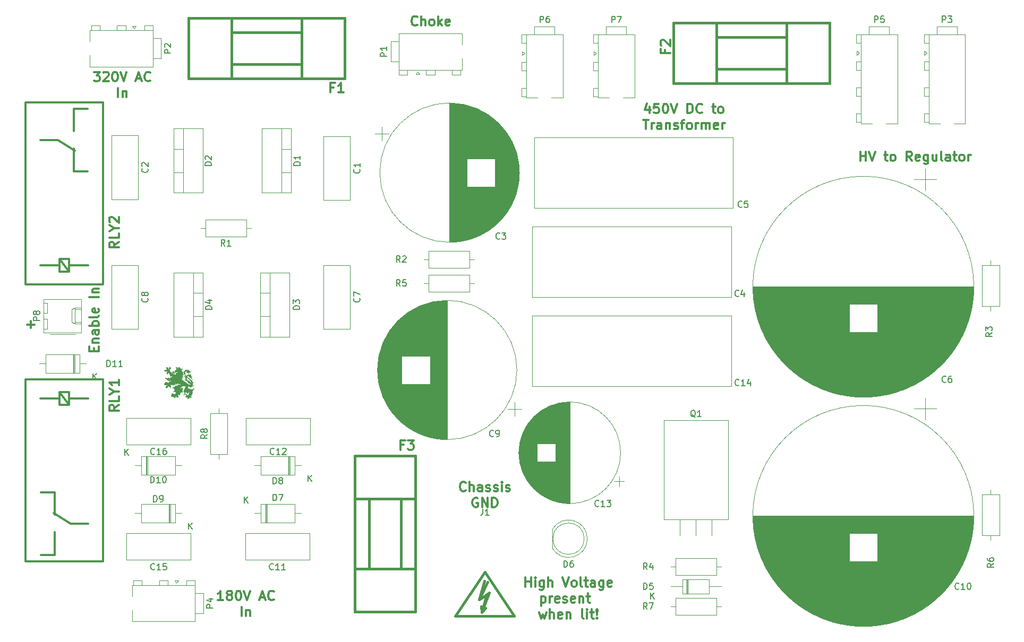
<source format=gbr>
G04 #@! TF.GenerationSoftware,KiCad,Pcbnew,(5.1.9)-1*
G04 #@! TF.CreationDate,2021-08-03T12:12:11+02:00*
G04 #@! TF.ProjectId,400VAnoden,34303056-416e-46f6-9465-6e2e6b696361,rev?*
G04 #@! TF.SameCoordinates,Original*
G04 #@! TF.FileFunction,Legend,Top*
G04 #@! TF.FilePolarity,Positive*
%FSLAX46Y46*%
G04 Gerber Fmt 4.6, Leading zero omitted, Abs format (unit mm)*
G04 Created by KiCad (PCBNEW (5.1.9)-1) date 2021-08-03 12:12:11*
%MOMM*%
%LPD*%
G01*
G04 APERTURE LIST*
%ADD10C,0.300000*%
%ADD11C,0.010000*%
%ADD12C,0.381000*%
%ADD13C,0.120000*%
%ADD14C,0.304800*%
%ADD15C,0.150000*%
G04 APERTURE END LIST*
D10*
X108688571Y-104035714D02*
X108617142Y-104107142D01*
X108402857Y-104178571D01*
X108260000Y-104178571D01*
X108045714Y-104107142D01*
X107902857Y-103964285D01*
X107831428Y-103821428D01*
X107760000Y-103535714D01*
X107760000Y-103321428D01*
X107831428Y-103035714D01*
X107902857Y-102892857D01*
X108045714Y-102750000D01*
X108260000Y-102678571D01*
X108402857Y-102678571D01*
X108617142Y-102750000D01*
X108688571Y-102821428D01*
X109331428Y-104178571D02*
X109331428Y-102678571D01*
X109974285Y-104178571D02*
X109974285Y-103392857D01*
X109902857Y-103250000D01*
X109760000Y-103178571D01*
X109545714Y-103178571D01*
X109402857Y-103250000D01*
X109331428Y-103321428D01*
X111331428Y-104178571D02*
X111331428Y-103392857D01*
X111260000Y-103250000D01*
X111117142Y-103178571D01*
X110831428Y-103178571D01*
X110688571Y-103250000D01*
X111331428Y-104107142D02*
X111188571Y-104178571D01*
X110831428Y-104178571D01*
X110688571Y-104107142D01*
X110617142Y-103964285D01*
X110617142Y-103821428D01*
X110688571Y-103678571D01*
X110831428Y-103607142D01*
X111188571Y-103607142D01*
X111331428Y-103535714D01*
X111974285Y-104107142D02*
X112117142Y-104178571D01*
X112402857Y-104178571D01*
X112545714Y-104107142D01*
X112617142Y-103964285D01*
X112617142Y-103892857D01*
X112545714Y-103750000D01*
X112402857Y-103678571D01*
X112188571Y-103678571D01*
X112045714Y-103607142D01*
X111974285Y-103464285D01*
X111974285Y-103392857D01*
X112045714Y-103250000D01*
X112188571Y-103178571D01*
X112402857Y-103178571D01*
X112545714Y-103250000D01*
X113188571Y-104107142D02*
X113331428Y-104178571D01*
X113617142Y-104178571D01*
X113760000Y-104107142D01*
X113831428Y-103964285D01*
X113831428Y-103892857D01*
X113760000Y-103750000D01*
X113617142Y-103678571D01*
X113402857Y-103678571D01*
X113260000Y-103607142D01*
X113188571Y-103464285D01*
X113188571Y-103392857D01*
X113260000Y-103250000D01*
X113402857Y-103178571D01*
X113617142Y-103178571D01*
X113760000Y-103250000D01*
X114474285Y-104178571D02*
X114474285Y-103178571D01*
X114474285Y-102678571D02*
X114402857Y-102750000D01*
X114474285Y-102821428D01*
X114545714Y-102750000D01*
X114474285Y-102678571D01*
X114474285Y-102821428D01*
X115117142Y-104107142D02*
X115260000Y-104178571D01*
X115545714Y-104178571D01*
X115688571Y-104107142D01*
X115760000Y-103964285D01*
X115760000Y-103892857D01*
X115688571Y-103750000D01*
X115545714Y-103678571D01*
X115331428Y-103678571D01*
X115188571Y-103607142D01*
X115117142Y-103464285D01*
X115117142Y-103392857D01*
X115188571Y-103250000D01*
X115331428Y-103178571D01*
X115545714Y-103178571D01*
X115688571Y-103250000D01*
X110617142Y-105300000D02*
X110474285Y-105228571D01*
X110260000Y-105228571D01*
X110045714Y-105300000D01*
X109902857Y-105442857D01*
X109831428Y-105585714D01*
X109760000Y-105871428D01*
X109760000Y-106085714D01*
X109831428Y-106371428D01*
X109902857Y-106514285D01*
X110045714Y-106657142D01*
X110260000Y-106728571D01*
X110402857Y-106728571D01*
X110617142Y-106657142D01*
X110688571Y-106585714D01*
X110688571Y-106085714D01*
X110402857Y-106085714D01*
X111331428Y-106728571D02*
X111331428Y-105228571D01*
X112188571Y-106728571D01*
X112188571Y-105228571D01*
X112902857Y-106728571D02*
X112902857Y-105228571D01*
X113260000Y-105228571D01*
X113474285Y-105300000D01*
X113617142Y-105442857D01*
X113688571Y-105585714D01*
X113760000Y-105871428D01*
X113760000Y-106085714D01*
X113688571Y-106371428D01*
X113617142Y-106514285D01*
X113474285Y-106657142D01*
X113260000Y-106728571D01*
X112902857Y-106728571D01*
X39941428Y-77577142D02*
X38798571Y-77577142D01*
X39370000Y-78148571D02*
X39370000Y-77005714D01*
X49439285Y-37273571D02*
X50367857Y-37273571D01*
X49867857Y-37845000D01*
X50082142Y-37845000D01*
X50225000Y-37916428D01*
X50296428Y-37987857D01*
X50367857Y-38130714D01*
X50367857Y-38487857D01*
X50296428Y-38630714D01*
X50225000Y-38702142D01*
X50082142Y-38773571D01*
X49653571Y-38773571D01*
X49510714Y-38702142D01*
X49439285Y-38630714D01*
X50939285Y-37416428D02*
X51010714Y-37345000D01*
X51153571Y-37273571D01*
X51510714Y-37273571D01*
X51653571Y-37345000D01*
X51725000Y-37416428D01*
X51796428Y-37559285D01*
X51796428Y-37702142D01*
X51725000Y-37916428D01*
X50867857Y-38773571D01*
X51796428Y-38773571D01*
X52725000Y-37273571D02*
X52867857Y-37273571D01*
X53010714Y-37345000D01*
X53082142Y-37416428D01*
X53153571Y-37559285D01*
X53225000Y-37845000D01*
X53225000Y-38202142D01*
X53153571Y-38487857D01*
X53082142Y-38630714D01*
X53010714Y-38702142D01*
X52867857Y-38773571D01*
X52725000Y-38773571D01*
X52582142Y-38702142D01*
X52510714Y-38630714D01*
X52439285Y-38487857D01*
X52367857Y-38202142D01*
X52367857Y-37845000D01*
X52439285Y-37559285D01*
X52510714Y-37416428D01*
X52582142Y-37345000D01*
X52725000Y-37273571D01*
X53653571Y-37273571D02*
X54153571Y-38773571D01*
X54653571Y-37273571D01*
X56225000Y-38345000D02*
X56939285Y-38345000D01*
X56082142Y-38773571D02*
X56582142Y-37273571D01*
X57082142Y-38773571D01*
X58439285Y-38630714D02*
X58367857Y-38702142D01*
X58153571Y-38773571D01*
X58010714Y-38773571D01*
X57796428Y-38702142D01*
X57653571Y-38559285D01*
X57582142Y-38416428D01*
X57510714Y-38130714D01*
X57510714Y-37916428D01*
X57582142Y-37630714D01*
X57653571Y-37487857D01*
X57796428Y-37345000D01*
X58010714Y-37273571D01*
X58153571Y-37273571D01*
X58367857Y-37345000D01*
X58439285Y-37416428D01*
X53296428Y-41323571D02*
X53296428Y-39823571D01*
X54010714Y-40323571D02*
X54010714Y-41323571D01*
X54010714Y-40466428D02*
X54082142Y-40395000D01*
X54225000Y-40323571D01*
X54439285Y-40323571D01*
X54582142Y-40395000D01*
X54653571Y-40537857D01*
X54653571Y-41323571D01*
X70052857Y-121577571D02*
X69195714Y-121577571D01*
X69624285Y-121577571D02*
X69624285Y-120077571D01*
X69481428Y-120291857D01*
X69338571Y-120434714D01*
X69195714Y-120506142D01*
X70910000Y-120720428D02*
X70767142Y-120649000D01*
X70695714Y-120577571D01*
X70624285Y-120434714D01*
X70624285Y-120363285D01*
X70695714Y-120220428D01*
X70767142Y-120149000D01*
X70910000Y-120077571D01*
X71195714Y-120077571D01*
X71338571Y-120149000D01*
X71410000Y-120220428D01*
X71481428Y-120363285D01*
X71481428Y-120434714D01*
X71410000Y-120577571D01*
X71338571Y-120649000D01*
X71195714Y-120720428D01*
X70910000Y-120720428D01*
X70767142Y-120791857D01*
X70695714Y-120863285D01*
X70624285Y-121006142D01*
X70624285Y-121291857D01*
X70695714Y-121434714D01*
X70767142Y-121506142D01*
X70910000Y-121577571D01*
X71195714Y-121577571D01*
X71338571Y-121506142D01*
X71410000Y-121434714D01*
X71481428Y-121291857D01*
X71481428Y-121006142D01*
X71410000Y-120863285D01*
X71338571Y-120791857D01*
X71195714Y-120720428D01*
X72410000Y-120077571D02*
X72552857Y-120077571D01*
X72695714Y-120149000D01*
X72767142Y-120220428D01*
X72838571Y-120363285D01*
X72910000Y-120649000D01*
X72910000Y-121006142D01*
X72838571Y-121291857D01*
X72767142Y-121434714D01*
X72695714Y-121506142D01*
X72552857Y-121577571D01*
X72410000Y-121577571D01*
X72267142Y-121506142D01*
X72195714Y-121434714D01*
X72124285Y-121291857D01*
X72052857Y-121006142D01*
X72052857Y-120649000D01*
X72124285Y-120363285D01*
X72195714Y-120220428D01*
X72267142Y-120149000D01*
X72410000Y-120077571D01*
X73338571Y-120077571D02*
X73838571Y-121577571D01*
X74338571Y-120077571D01*
X75910000Y-121149000D02*
X76624285Y-121149000D01*
X75767142Y-121577571D02*
X76267142Y-120077571D01*
X76767142Y-121577571D01*
X78124285Y-121434714D02*
X78052857Y-121506142D01*
X77838571Y-121577571D01*
X77695714Y-121577571D01*
X77481428Y-121506142D01*
X77338571Y-121363285D01*
X77267142Y-121220428D01*
X77195714Y-120934714D01*
X77195714Y-120720428D01*
X77267142Y-120434714D01*
X77338571Y-120291857D01*
X77481428Y-120149000D01*
X77695714Y-120077571D01*
X77838571Y-120077571D01*
X78052857Y-120149000D01*
X78124285Y-120220428D01*
X72981428Y-124127571D02*
X72981428Y-122627571D01*
X73695714Y-123127571D02*
X73695714Y-124127571D01*
X73695714Y-123270428D02*
X73767142Y-123199000D01*
X73910000Y-123127571D01*
X74124285Y-123127571D01*
X74267142Y-123199000D01*
X74338571Y-123341857D01*
X74338571Y-124127571D01*
X49422857Y-81835000D02*
X49422857Y-81335000D01*
X50208571Y-81120714D02*
X50208571Y-81835000D01*
X48708571Y-81835000D01*
X48708571Y-81120714D01*
X49208571Y-80477857D02*
X50208571Y-80477857D01*
X49351428Y-80477857D02*
X49280000Y-80406428D01*
X49208571Y-80263571D01*
X49208571Y-80049285D01*
X49280000Y-79906428D01*
X49422857Y-79835000D01*
X50208571Y-79835000D01*
X50208571Y-78477857D02*
X49422857Y-78477857D01*
X49280000Y-78549285D01*
X49208571Y-78692142D01*
X49208571Y-78977857D01*
X49280000Y-79120714D01*
X50137142Y-78477857D02*
X50208571Y-78620714D01*
X50208571Y-78977857D01*
X50137142Y-79120714D01*
X49994285Y-79192142D01*
X49851428Y-79192142D01*
X49708571Y-79120714D01*
X49637142Y-78977857D01*
X49637142Y-78620714D01*
X49565714Y-78477857D01*
X50208571Y-77763571D02*
X48708571Y-77763571D01*
X49280000Y-77763571D02*
X49208571Y-77620714D01*
X49208571Y-77335000D01*
X49280000Y-77192142D01*
X49351428Y-77120714D01*
X49494285Y-77049285D01*
X49922857Y-77049285D01*
X50065714Y-77120714D01*
X50137142Y-77192142D01*
X50208571Y-77335000D01*
X50208571Y-77620714D01*
X50137142Y-77763571D01*
X50208571Y-76192142D02*
X50137142Y-76335000D01*
X49994285Y-76406428D01*
X48708571Y-76406428D01*
X50137142Y-75049285D02*
X50208571Y-75192142D01*
X50208571Y-75477857D01*
X50137142Y-75620714D01*
X49994285Y-75692142D01*
X49422857Y-75692142D01*
X49280000Y-75620714D01*
X49208571Y-75477857D01*
X49208571Y-75192142D01*
X49280000Y-75049285D01*
X49422857Y-74977857D01*
X49565714Y-74977857D01*
X49708571Y-75692142D01*
X50208571Y-73192142D02*
X48708571Y-73192142D01*
X49208571Y-72477857D02*
X50208571Y-72477857D01*
X49351428Y-72477857D02*
X49280000Y-72406428D01*
X49208571Y-72263571D01*
X49208571Y-72049285D01*
X49280000Y-71906428D01*
X49422857Y-71835000D01*
X50208571Y-71835000D01*
X171625714Y-51478571D02*
X171625714Y-49978571D01*
X171625714Y-50692857D02*
X172482857Y-50692857D01*
X172482857Y-51478571D02*
X172482857Y-49978571D01*
X172982857Y-49978571D02*
X173482857Y-51478571D01*
X173982857Y-49978571D01*
X175411428Y-50478571D02*
X175982857Y-50478571D01*
X175625714Y-49978571D02*
X175625714Y-51264285D01*
X175697142Y-51407142D01*
X175840000Y-51478571D01*
X175982857Y-51478571D01*
X176697142Y-51478571D02*
X176554285Y-51407142D01*
X176482857Y-51335714D01*
X176411428Y-51192857D01*
X176411428Y-50764285D01*
X176482857Y-50621428D01*
X176554285Y-50550000D01*
X176697142Y-50478571D01*
X176911428Y-50478571D01*
X177054285Y-50550000D01*
X177125714Y-50621428D01*
X177197142Y-50764285D01*
X177197142Y-51192857D01*
X177125714Y-51335714D01*
X177054285Y-51407142D01*
X176911428Y-51478571D01*
X176697142Y-51478571D01*
X179840000Y-51478571D02*
X179340000Y-50764285D01*
X178982857Y-51478571D02*
X178982857Y-49978571D01*
X179554285Y-49978571D01*
X179697142Y-50050000D01*
X179768571Y-50121428D01*
X179840000Y-50264285D01*
X179840000Y-50478571D01*
X179768571Y-50621428D01*
X179697142Y-50692857D01*
X179554285Y-50764285D01*
X178982857Y-50764285D01*
X181054285Y-51407142D02*
X180911428Y-51478571D01*
X180625714Y-51478571D01*
X180482857Y-51407142D01*
X180411428Y-51264285D01*
X180411428Y-50692857D01*
X180482857Y-50550000D01*
X180625714Y-50478571D01*
X180911428Y-50478571D01*
X181054285Y-50550000D01*
X181125714Y-50692857D01*
X181125714Y-50835714D01*
X180411428Y-50978571D01*
X182411428Y-50478571D02*
X182411428Y-51692857D01*
X182340000Y-51835714D01*
X182268571Y-51907142D01*
X182125714Y-51978571D01*
X181911428Y-51978571D01*
X181768571Y-51907142D01*
X182411428Y-51407142D02*
X182268571Y-51478571D01*
X181982857Y-51478571D01*
X181840000Y-51407142D01*
X181768571Y-51335714D01*
X181697142Y-51192857D01*
X181697142Y-50764285D01*
X181768571Y-50621428D01*
X181840000Y-50550000D01*
X181982857Y-50478571D01*
X182268571Y-50478571D01*
X182411428Y-50550000D01*
X183768571Y-50478571D02*
X183768571Y-51478571D01*
X183125714Y-50478571D02*
X183125714Y-51264285D01*
X183197142Y-51407142D01*
X183340000Y-51478571D01*
X183554285Y-51478571D01*
X183697142Y-51407142D01*
X183768571Y-51335714D01*
X184697142Y-51478571D02*
X184554285Y-51407142D01*
X184482857Y-51264285D01*
X184482857Y-49978571D01*
X185911428Y-51478571D02*
X185911428Y-50692857D01*
X185840000Y-50550000D01*
X185697142Y-50478571D01*
X185411428Y-50478571D01*
X185268571Y-50550000D01*
X185911428Y-51407142D02*
X185768571Y-51478571D01*
X185411428Y-51478571D01*
X185268571Y-51407142D01*
X185197142Y-51264285D01*
X185197142Y-51121428D01*
X185268571Y-50978571D01*
X185411428Y-50907142D01*
X185768571Y-50907142D01*
X185911428Y-50835714D01*
X186411428Y-50478571D02*
X186982857Y-50478571D01*
X186625714Y-49978571D02*
X186625714Y-51264285D01*
X186697142Y-51407142D01*
X186840000Y-51478571D01*
X186982857Y-51478571D01*
X187697142Y-51478571D02*
X187554285Y-51407142D01*
X187482857Y-51335714D01*
X187411428Y-51192857D01*
X187411428Y-50764285D01*
X187482857Y-50621428D01*
X187554285Y-50550000D01*
X187697142Y-50478571D01*
X187911428Y-50478571D01*
X188054285Y-50550000D01*
X188125714Y-50621428D01*
X188197142Y-50764285D01*
X188197142Y-51192857D01*
X188125714Y-51335714D01*
X188054285Y-51407142D01*
X187911428Y-51478571D01*
X187697142Y-51478571D01*
X188840000Y-51478571D02*
X188840000Y-50478571D01*
X188840000Y-50764285D02*
X188911428Y-50621428D01*
X188982857Y-50550000D01*
X189125714Y-50478571D01*
X189268571Y-50478571D01*
X137974285Y-42853571D02*
X137974285Y-43853571D01*
X137617142Y-42282142D02*
X137260000Y-43353571D01*
X138188571Y-43353571D01*
X139474285Y-42353571D02*
X138760000Y-42353571D01*
X138688571Y-43067857D01*
X138760000Y-42996428D01*
X138902857Y-42925000D01*
X139260000Y-42925000D01*
X139402857Y-42996428D01*
X139474285Y-43067857D01*
X139545714Y-43210714D01*
X139545714Y-43567857D01*
X139474285Y-43710714D01*
X139402857Y-43782142D01*
X139260000Y-43853571D01*
X138902857Y-43853571D01*
X138760000Y-43782142D01*
X138688571Y-43710714D01*
X140474285Y-42353571D02*
X140617142Y-42353571D01*
X140760000Y-42425000D01*
X140831428Y-42496428D01*
X140902857Y-42639285D01*
X140974285Y-42925000D01*
X140974285Y-43282142D01*
X140902857Y-43567857D01*
X140831428Y-43710714D01*
X140760000Y-43782142D01*
X140617142Y-43853571D01*
X140474285Y-43853571D01*
X140331428Y-43782142D01*
X140260000Y-43710714D01*
X140188571Y-43567857D01*
X140117142Y-43282142D01*
X140117142Y-42925000D01*
X140188571Y-42639285D01*
X140260000Y-42496428D01*
X140331428Y-42425000D01*
X140474285Y-42353571D01*
X141402857Y-42353571D02*
X141902857Y-43853571D01*
X142402857Y-42353571D01*
X144045714Y-43853571D02*
X144045714Y-42353571D01*
X144402857Y-42353571D01*
X144617142Y-42425000D01*
X144760000Y-42567857D01*
X144831428Y-42710714D01*
X144902857Y-42996428D01*
X144902857Y-43210714D01*
X144831428Y-43496428D01*
X144760000Y-43639285D01*
X144617142Y-43782142D01*
X144402857Y-43853571D01*
X144045714Y-43853571D01*
X146402857Y-43710714D02*
X146331428Y-43782142D01*
X146117142Y-43853571D01*
X145974285Y-43853571D01*
X145760000Y-43782142D01*
X145617142Y-43639285D01*
X145545714Y-43496428D01*
X145474285Y-43210714D01*
X145474285Y-42996428D01*
X145545714Y-42710714D01*
X145617142Y-42567857D01*
X145760000Y-42425000D01*
X145974285Y-42353571D01*
X146117142Y-42353571D01*
X146331428Y-42425000D01*
X146402857Y-42496428D01*
X147974285Y-42853571D02*
X148545714Y-42853571D01*
X148188571Y-42353571D02*
X148188571Y-43639285D01*
X148260000Y-43782142D01*
X148402857Y-43853571D01*
X148545714Y-43853571D01*
X149259999Y-43853571D02*
X149117142Y-43782142D01*
X149045714Y-43710714D01*
X148974285Y-43567857D01*
X148974285Y-43139285D01*
X149045714Y-42996428D01*
X149117142Y-42925000D01*
X149259999Y-42853571D01*
X149474285Y-42853571D01*
X149617142Y-42925000D01*
X149688571Y-42996428D01*
X149759999Y-43139285D01*
X149759999Y-43567857D01*
X149688571Y-43710714D01*
X149617142Y-43782142D01*
X149474285Y-43853571D01*
X149259999Y-43853571D01*
X136974285Y-44903571D02*
X137831428Y-44903571D01*
X137402857Y-46403571D02*
X137402857Y-44903571D01*
X138331428Y-46403571D02*
X138331428Y-45403571D01*
X138331428Y-45689285D02*
X138402857Y-45546428D01*
X138474285Y-45475000D01*
X138617142Y-45403571D01*
X138760000Y-45403571D01*
X139902857Y-46403571D02*
X139902857Y-45617857D01*
X139831428Y-45475000D01*
X139688571Y-45403571D01*
X139402857Y-45403571D01*
X139260000Y-45475000D01*
X139902857Y-46332142D02*
X139760000Y-46403571D01*
X139402857Y-46403571D01*
X139260000Y-46332142D01*
X139188571Y-46189285D01*
X139188571Y-46046428D01*
X139260000Y-45903571D01*
X139402857Y-45832142D01*
X139760000Y-45832142D01*
X139902857Y-45760714D01*
X140617142Y-45403571D02*
X140617142Y-46403571D01*
X140617142Y-45546428D02*
X140688571Y-45475000D01*
X140831428Y-45403571D01*
X141045714Y-45403571D01*
X141188571Y-45475000D01*
X141260000Y-45617857D01*
X141260000Y-46403571D01*
X141902857Y-46332142D02*
X142045714Y-46403571D01*
X142331428Y-46403571D01*
X142474285Y-46332142D01*
X142545714Y-46189285D01*
X142545714Y-46117857D01*
X142474285Y-45975000D01*
X142331428Y-45903571D01*
X142117142Y-45903571D01*
X141974285Y-45832142D01*
X141902857Y-45689285D01*
X141902857Y-45617857D01*
X141974285Y-45475000D01*
X142117142Y-45403571D01*
X142331428Y-45403571D01*
X142474285Y-45475000D01*
X142974285Y-45403571D02*
X143545714Y-45403571D01*
X143188571Y-46403571D02*
X143188571Y-45117857D01*
X143260000Y-44975000D01*
X143402857Y-44903571D01*
X143545714Y-44903571D01*
X144260000Y-46403571D02*
X144117142Y-46332142D01*
X144045714Y-46260714D01*
X143974285Y-46117857D01*
X143974285Y-45689285D01*
X144045714Y-45546428D01*
X144117142Y-45475000D01*
X144260000Y-45403571D01*
X144474285Y-45403571D01*
X144617142Y-45475000D01*
X144688571Y-45546428D01*
X144760000Y-45689285D01*
X144760000Y-46117857D01*
X144688571Y-46260714D01*
X144617142Y-46332142D01*
X144474285Y-46403571D01*
X144260000Y-46403571D01*
X145402857Y-46403571D02*
X145402857Y-45403571D01*
X145402857Y-45689285D02*
X145474285Y-45546428D01*
X145545714Y-45475000D01*
X145688571Y-45403571D01*
X145831428Y-45403571D01*
X146331428Y-46403571D02*
X146331428Y-45403571D01*
X146331428Y-45546428D02*
X146402857Y-45475000D01*
X146545714Y-45403571D01*
X146760000Y-45403571D01*
X146902857Y-45475000D01*
X146974285Y-45617857D01*
X146974285Y-46403571D01*
X146974285Y-45617857D02*
X147045714Y-45475000D01*
X147188571Y-45403571D01*
X147402857Y-45403571D01*
X147545714Y-45475000D01*
X147617142Y-45617857D01*
X147617142Y-46403571D01*
X148902857Y-46332142D02*
X148760000Y-46403571D01*
X148474285Y-46403571D01*
X148331428Y-46332142D01*
X148260000Y-46189285D01*
X148260000Y-45617857D01*
X148331428Y-45475000D01*
X148474285Y-45403571D01*
X148760000Y-45403571D01*
X148902857Y-45475000D01*
X148974285Y-45617857D01*
X148974285Y-45760714D01*
X148260000Y-45903571D01*
X149617142Y-46403571D02*
X149617142Y-45403571D01*
X149617142Y-45689285D02*
X149688571Y-45546428D01*
X149760000Y-45475000D01*
X149902857Y-45403571D01*
X150045714Y-45403571D01*
X100981142Y-29745714D02*
X100909714Y-29817142D01*
X100695428Y-29888571D01*
X100552571Y-29888571D01*
X100338285Y-29817142D01*
X100195428Y-29674285D01*
X100124000Y-29531428D01*
X100052571Y-29245714D01*
X100052571Y-29031428D01*
X100124000Y-28745714D01*
X100195428Y-28602857D01*
X100338285Y-28460000D01*
X100552571Y-28388571D01*
X100695428Y-28388571D01*
X100909714Y-28460000D01*
X100981142Y-28531428D01*
X101624000Y-29888571D02*
X101624000Y-28388571D01*
X102266857Y-29888571D02*
X102266857Y-29102857D01*
X102195428Y-28960000D01*
X102052571Y-28888571D01*
X101838285Y-28888571D01*
X101695428Y-28960000D01*
X101624000Y-29031428D01*
X103195428Y-29888571D02*
X103052571Y-29817142D01*
X102981142Y-29745714D01*
X102909714Y-29602857D01*
X102909714Y-29174285D01*
X102981142Y-29031428D01*
X103052571Y-28960000D01*
X103195428Y-28888571D01*
X103409714Y-28888571D01*
X103552571Y-28960000D01*
X103624000Y-29031428D01*
X103695428Y-29174285D01*
X103695428Y-29602857D01*
X103624000Y-29745714D01*
X103552571Y-29817142D01*
X103409714Y-29888571D01*
X103195428Y-29888571D01*
X104338285Y-29888571D02*
X104338285Y-28388571D01*
X104481142Y-29317142D02*
X104909714Y-29888571D01*
X104909714Y-28888571D02*
X104338285Y-29460000D01*
X106124000Y-29817142D02*
X105981142Y-29888571D01*
X105695428Y-29888571D01*
X105552571Y-29817142D01*
X105481142Y-29674285D01*
X105481142Y-29102857D01*
X105552571Y-28960000D01*
X105695428Y-28888571D01*
X105981142Y-28888571D01*
X106124000Y-28960000D01*
X106195428Y-29102857D01*
X106195428Y-29245714D01*
X105481142Y-29388571D01*
X118237857Y-119413571D02*
X118237857Y-117913571D01*
X118237857Y-118627857D02*
X119095000Y-118627857D01*
X119095000Y-119413571D02*
X119095000Y-117913571D01*
X119809285Y-119413571D02*
X119809285Y-118413571D01*
X119809285Y-117913571D02*
X119737857Y-117985000D01*
X119809285Y-118056428D01*
X119880714Y-117985000D01*
X119809285Y-117913571D01*
X119809285Y-118056428D01*
X121166428Y-118413571D02*
X121166428Y-119627857D01*
X121095000Y-119770714D01*
X121023571Y-119842142D01*
X120880714Y-119913571D01*
X120666428Y-119913571D01*
X120523571Y-119842142D01*
X121166428Y-119342142D02*
X121023571Y-119413571D01*
X120737857Y-119413571D01*
X120595000Y-119342142D01*
X120523571Y-119270714D01*
X120452142Y-119127857D01*
X120452142Y-118699285D01*
X120523571Y-118556428D01*
X120595000Y-118485000D01*
X120737857Y-118413571D01*
X121023571Y-118413571D01*
X121166428Y-118485000D01*
X121880714Y-119413571D02*
X121880714Y-117913571D01*
X122523571Y-119413571D02*
X122523571Y-118627857D01*
X122452142Y-118485000D01*
X122309285Y-118413571D01*
X122095000Y-118413571D01*
X121952142Y-118485000D01*
X121880714Y-118556428D01*
X124166428Y-117913571D02*
X124666428Y-119413571D01*
X125166428Y-117913571D01*
X125880714Y-119413571D02*
X125737857Y-119342142D01*
X125666428Y-119270714D01*
X125595000Y-119127857D01*
X125595000Y-118699285D01*
X125666428Y-118556428D01*
X125737857Y-118485000D01*
X125880714Y-118413571D01*
X126095000Y-118413571D01*
X126237857Y-118485000D01*
X126309285Y-118556428D01*
X126380714Y-118699285D01*
X126380714Y-119127857D01*
X126309285Y-119270714D01*
X126237857Y-119342142D01*
X126095000Y-119413571D01*
X125880714Y-119413571D01*
X127237857Y-119413571D02*
X127095000Y-119342142D01*
X127023571Y-119199285D01*
X127023571Y-117913571D01*
X127595000Y-118413571D02*
X128166428Y-118413571D01*
X127809285Y-117913571D02*
X127809285Y-119199285D01*
X127880714Y-119342142D01*
X128023571Y-119413571D01*
X128166428Y-119413571D01*
X129309285Y-119413571D02*
X129309285Y-118627857D01*
X129237857Y-118485000D01*
X129095000Y-118413571D01*
X128809285Y-118413571D01*
X128666428Y-118485000D01*
X129309285Y-119342142D02*
X129166428Y-119413571D01*
X128809285Y-119413571D01*
X128666428Y-119342142D01*
X128595000Y-119199285D01*
X128595000Y-119056428D01*
X128666428Y-118913571D01*
X128809285Y-118842142D01*
X129166428Y-118842142D01*
X129309285Y-118770714D01*
X130666428Y-118413571D02*
X130666428Y-119627857D01*
X130595000Y-119770714D01*
X130523571Y-119842142D01*
X130380714Y-119913571D01*
X130166428Y-119913571D01*
X130023571Y-119842142D01*
X130666428Y-119342142D02*
X130523571Y-119413571D01*
X130237857Y-119413571D01*
X130095000Y-119342142D01*
X130023571Y-119270714D01*
X129952142Y-119127857D01*
X129952142Y-118699285D01*
X130023571Y-118556428D01*
X130095000Y-118485000D01*
X130237857Y-118413571D01*
X130523571Y-118413571D01*
X130666428Y-118485000D01*
X131952142Y-119342142D02*
X131809285Y-119413571D01*
X131523571Y-119413571D01*
X131380714Y-119342142D01*
X131309285Y-119199285D01*
X131309285Y-118627857D01*
X131380714Y-118485000D01*
X131523571Y-118413571D01*
X131809285Y-118413571D01*
X131952142Y-118485000D01*
X132023571Y-118627857D01*
X132023571Y-118770714D01*
X131309285Y-118913571D01*
X120737857Y-120963571D02*
X120737857Y-122463571D01*
X120737857Y-121035000D02*
X120880714Y-120963571D01*
X121166428Y-120963571D01*
X121309285Y-121035000D01*
X121380714Y-121106428D01*
X121452142Y-121249285D01*
X121452142Y-121677857D01*
X121380714Y-121820714D01*
X121309285Y-121892142D01*
X121166428Y-121963571D01*
X120880714Y-121963571D01*
X120737857Y-121892142D01*
X122095000Y-121963571D02*
X122095000Y-120963571D01*
X122095000Y-121249285D02*
X122166428Y-121106428D01*
X122237857Y-121035000D01*
X122380714Y-120963571D01*
X122523571Y-120963571D01*
X123595000Y-121892142D02*
X123452142Y-121963571D01*
X123166428Y-121963571D01*
X123023571Y-121892142D01*
X122952142Y-121749285D01*
X122952142Y-121177857D01*
X123023571Y-121035000D01*
X123166428Y-120963571D01*
X123452142Y-120963571D01*
X123595000Y-121035000D01*
X123666428Y-121177857D01*
X123666428Y-121320714D01*
X122952142Y-121463571D01*
X124237857Y-121892142D02*
X124380714Y-121963571D01*
X124666428Y-121963571D01*
X124809285Y-121892142D01*
X124880714Y-121749285D01*
X124880714Y-121677857D01*
X124809285Y-121535000D01*
X124666428Y-121463571D01*
X124452142Y-121463571D01*
X124309285Y-121392142D01*
X124237857Y-121249285D01*
X124237857Y-121177857D01*
X124309285Y-121035000D01*
X124452142Y-120963571D01*
X124666428Y-120963571D01*
X124809285Y-121035000D01*
X126095000Y-121892142D02*
X125952142Y-121963571D01*
X125666428Y-121963571D01*
X125523571Y-121892142D01*
X125452142Y-121749285D01*
X125452142Y-121177857D01*
X125523571Y-121035000D01*
X125666428Y-120963571D01*
X125952142Y-120963571D01*
X126095000Y-121035000D01*
X126166428Y-121177857D01*
X126166428Y-121320714D01*
X125452142Y-121463571D01*
X126809285Y-120963571D02*
X126809285Y-121963571D01*
X126809285Y-121106428D02*
X126880714Y-121035000D01*
X127023571Y-120963571D01*
X127237857Y-120963571D01*
X127380714Y-121035000D01*
X127452142Y-121177857D01*
X127452142Y-121963571D01*
X127952142Y-120963571D02*
X128523571Y-120963571D01*
X128166428Y-120463571D02*
X128166428Y-121749285D01*
X128237857Y-121892142D01*
X128380714Y-121963571D01*
X128523571Y-121963571D01*
X120416428Y-123513571D02*
X120702142Y-124513571D01*
X120987857Y-123799285D01*
X121273571Y-124513571D01*
X121559285Y-123513571D01*
X122130714Y-124513571D02*
X122130714Y-123013571D01*
X122773571Y-124513571D02*
X122773571Y-123727857D01*
X122702142Y-123585000D01*
X122559285Y-123513571D01*
X122345000Y-123513571D01*
X122202142Y-123585000D01*
X122130714Y-123656428D01*
X124059285Y-124442142D02*
X123916428Y-124513571D01*
X123630714Y-124513571D01*
X123487857Y-124442142D01*
X123416428Y-124299285D01*
X123416428Y-123727857D01*
X123487857Y-123585000D01*
X123630714Y-123513571D01*
X123916428Y-123513571D01*
X124059285Y-123585000D01*
X124130714Y-123727857D01*
X124130714Y-123870714D01*
X123416428Y-124013571D01*
X124773571Y-123513571D02*
X124773571Y-124513571D01*
X124773571Y-123656428D02*
X124845000Y-123585000D01*
X124987857Y-123513571D01*
X125202142Y-123513571D01*
X125345000Y-123585000D01*
X125416428Y-123727857D01*
X125416428Y-124513571D01*
X127487857Y-124513571D02*
X127345000Y-124442142D01*
X127273571Y-124299285D01*
X127273571Y-123013571D01*
X128059285Y-124513571D02*
X128059285Y-123513571D01*
X128059285Y-123013571D02*
X127987857Y-123085000D01*
X128059285Y-123156428D01*
X128130714Y-123085000D01*
X128059285Y-123013571D01*
X128059285Y-123156428D01*
X128559285Y-123513571D02*
X129130714Y-123513571D01*
X128773571Y-123013571D02*
X128773571Y-124299285D01*
X128845000Y-124442142D01*
X128987857Y-124513571D01*
X129130714Y-124513571D01*
X129630714Y-124370714D02*
X129702142Y-124442142D01*
X129630714Y-124513571D01*
X129559285Y-124442142D01*
X129630714Y-124370714D01*
X129630714Y-124513571D01*
X129630714Y-123942142D02*
X129559285Y-123085000D01*
X129630714Y-123013571D01*
X129702142Y-123085000D01*
X129630714Y-123942142D01*
X129630714Y-123013571D01*
D11*
G36*
X61058890Y-84397601D02*
G01*
X61072180Y-84420535D01*
X61092558Y-84448429D01*
X61103637Y-84446829D01*
X61138136Y-84440848D01*
X61177772Y-84470577D01*
X61210279Y-84524001D01*
X61221184Y-84561980D01*
X61237650Y-84630677D01*
X61262593Y-84705555D01*
X61290316Y-84772758D01*
X61315123Y-84818431D01*
X61330988Y-84829078D01*
X61337659Y-84799414D01*
X61343786Y-84732612D01*
X61348169Y-84642326D01*
X61348550Y-84629482D01*
X61352236Y-84533603D01*
X61359024Y-84478154D01*
X61372374Y-84452769D01*
X61395745Y-84447080D01*
X61409104Y-84448041D01*
X61456570Y-84438354D01*
X61472604Y-84417423D01*
X61485771Y-84397428D01*
X61517439Y-84410017D01*
X61543141Y-84428483D01*
X61605582Y-84475901D01*
X61538158Y-84611500D01*
X61497091Y-84705074D01*
X61464864Y-84798036D01*
X61453445Y-84844455D01*
X61446827Y-84901174D01*
X61455994Y-84945259D01*
X61488042Y-84992774D01*
X61547328Y-85056942D01*
X61629480Y-85135178D01*
X61729256Y-85220759D01*
X61806533Y-85281182D01*
X61897075Y-85353530D01*
X61984550Y-85432616D01*
X62041887Y-85492305D01*
X62090771Y-85552054D01*
X62108692Y-85585185D01*
X62099247Y-85602312D01*
X62081582Y-85609435D01*
X62017401Y-85613435D01*
X61985997Y-85606148D01*
X61955315Y-85596447D01*
X61953486Y-85608527D01*
X61980223Y-85652122D01*
X61984448Y-85658575D01*
X62013576Y-85708295D01*
X62023050Y-85735609D01*
X62022479Y-85736552D01*
X61996564Y-85752130D01*
X61944496Y-85780621D01*
X61937900Y-85784131D01*
X61897865Y-85810542D01*
X61895040Y-85824830D01*
X61900498Y-85825583D01*
X61951416Y-85812723D01*
X61989398Y-85792304D01*
X62047548Y-85765732D01*
X62125808Y-85744713D01*
X62139618Y-85742311D01*
X62239736Y-85726613D01*
X62064099Y-85903606D01*
X61985921Y-85979235D01*
X61918452Y-86038743D01*
X61871031Y-86074187D01*
X61856031Y-86080600D01*
X61826104Y-86100297D01*
X61823600Y-86112590D01*
X61800440Y-86153802D01*
X61737628Y-86198975D01*
X61645166Y-86241342D01*
X61620400Y-86250097D01*
X61574351Y-86269116D01*
X61566836Y-86280596D01*
X61574296Y-86281847D01*
X61629669Y-86274511D01*
X61684531Y-86258159D01*
X61732489Y-86246593D01*
X61772328Y-86261018D01*
X61823016Y-86308581D01*
X61825539Y-86311275D01*
X61871749Y-86368816D01*
X61882936Y-86410779D01*
X61874081Y-86436795D01*
X61832523Y-86482599D01*
X61804349Y-86497748D01*
X61759559Y-86530896D01*
X61734472Y-86569291D01*
X61695600Y-86618453D01*
X61632518Y-86665245D01*
X61620400Y-86671800D01*
X61572885Y-86698114D01*
X61571245Y-86705917D01*
X61595000Y-86701433D01*
X61663914Y-86674685D01*
X61722527Y-86640801D01*
X61813657Y-86606480D01*
X61868265Y-86607681D01*
X61939919Y-86610709D01*
X61994738Y-86601287D01*
X62044421Y-86590184D01*
X62123930Y-86581420D01*
X62182446Y-86578174D01*
X62325392Y-86573449D01*
X62294579Y-86662451D01*
X62264030Y-86721099D01*
X62218576Y-86778595D01*
X62170067Y-86823172D01*
X62130354Y-86843065D01*
X62116550Y-86839216D01*
X62114171Y-86808694D01*
X62125440Y-86751463D01*
X62127061Y-86745667D01*
X62137604Y-86686996D01*
X62126979Y-86664806D01*
X62126626Y-86664800D01*
X62108323Y-86686383D01*
X62103000Y-86723220D01*
X62090829Y-86782504D01*
X62073352Y-86811287D01*
X62060305Y-86839226D01*
X62090035Y-86858713D01*
X62159234Y-86860150D01*
X62228361Y-86816634D01*
X62290802Y-86733588D01*
X62321606Y-86668802D01*
X62362944Y-86573304D01*
X62400610Y-86516187D01*
X62446571Y-86487502D01*
X62512796Y-86477298D01*
X62553416Y-86476069D01*
X62674631Y-86474300D01*
X62665679Y-86568168D01*
X62668900Y-86646670D01*
X62703763Y-86707910D01*
X62721609Y-86726918D01*
X62781630Y-86775351D01*
X62828180Y-86792521D01*
X62852652Y-86777902D01*
X62847816Y-86734650D01*
X62831359Y-86656175D01*
X62829899Y-86569229D01*
X62842350Y-86494189D01*
X62862741Y-86455283D01*
X62884389Y-86440334D01*
X62883517Y-86463990D01*
X62877069Y-86487000D01*
X62857929Y-86547864D01*
X62846096Y-86582250D01*
X62850023Y-86609340D01*
X62882676Y-86611629D01*
X62929916Y-86591573D01*
X62968896Y-86560903D01*
X63002366Y-86514913D01*
X63014998Y-86454928D01*
X63013346Y-86383087D01*
X63013360Y-86307712D01*
X63023340Y-86264822D01*
X63039545Y-86260240D01*
X63058233Y-86299787D01*
X63060840Y-86309200D01*
X63084447Y-86353664D01*
X63114653Y-86349690D01*
X63142674Y-86302850D01*
X63160791Y-86264884D01*
X63174637Y-86272123D01*
X63182673Y-86290150D01*
X63190892Y-86347801D01*
X63186014Y-86372700D01*
X63181823Y-86406309D01*
X63202805Y-86405923D01*
X63239738Y-86374927D01*
X63265329Y-86343579D01*
X63314296Y-86276358D01*
X63464298Y-86386369D01*
X63567161Y-86464301D01*
X63678871Y-86552682D01*
X63754000Y-86614579D01*
X63841681Y-86685066D01*
X63931175Y-86751144D01*
X63995300Y-86793602D01*
X64089403Y-86856748D01*
X64175140Y-86926264D01*
X64242588Y-86992850D01*
X64281825Y-87047202D01*
X64287788Y-87067805D01*
X64302010Y-87125087D01*
X64313960Y-87147400D01*
X64329023Y-87161763D01*
X64326968Y-87132260D01*
X64322131Y-87110127D01*
X64304520Y-87034754D01*
X64414832Y-87129177D01*
X64503517Y-87193675D01*
X64579855Y-87221343D01*
X64609955Y-87223600D01*
X64666572Y-87219779D01*
X64684994Y-87200847D01*
X64679140Y-87161336D01*
X64671804Y-87118801D01*
X64689145Y-87112934D01*
X64728152Y-87129578D01*
X64787691Y-87175997D01*
X64805568Y-87232758D01*
X64778624Y-87287546D01*
X64754784Y-87316745D01*
X64769746Y-87325051D01*
X64776949Y-87325200D01*
X64820213Y-87307736D01*
X64857356Y-87276105D01*
X64888182Y-87209176D01*
X64878517Y-87132094D01*
X64834912Y-87053873D01*
X64763921Y-86983527D01*
X64672099Y-86930069D01*
X64587904Y-86905495D01*
X64502493Y-86884776D01*
X64437585Y-86857291D01*
X64403700Y-86828649D01*
X64406094Y-86808571D01*
X64448382Y-86794147D01*
X64516809Y-86793649D01*
X64588991Y-86805966D01*
X64625619Y-86819456D01*
X64666766Y-86837667D01*
X64671070Y-86833684D01*
X64644987Y-86811883D01*
X64594973Y-86776638D01*
X64527484Y-86732326D01*
X64448975Y-86683320D01*
X64365901Y-86633998D01*
X64286978Y-86589943D01*
X64140034Y-86507921D01*
X64025662Y-86437403D01*
X63947516Y-86380957D01*
X63909255Y-86341154D01*
X63908631Y-86324062D01*
X63946965Y-86317841D01*
X64009441Y-86338166D01*
X64082036Y-86378053D01*
X64150728Y-86430520D01*
X64178496Y-86458458D01*
X64225113Y-86505653D01*
X64255103Y-86525694D01*
X64261046Y-86521467D01*
X64241765Y-86487572D01*
X64226542Y-86478828D01*
X64198834Y-86448488D01*
X64166808Y-86385796D01*
X64149286Y-86339375D01*
X64097990Y-86231599D01*
X64023562Y-86128827D01*
X64006943Y-86110958D01*
X63934539Y-86021671D01*
X63906657Y-85947912D01*
X63906400Y-85941224D01*
X63896355Y-85869749D01*
X63880106Y-85824930D01*
X63866784Y-85784611D01*
X63880426Y-85775800D01*
X63904306Y-85797179D01*
X63938460Y-85852461D01*
X63966113Y-85909150D01*
X64004804Y-85987877D01*
X64041762Y-86049130D01*
X64061043Y-86072160D01*
X64081339Y-86082050D01*
X64090394Y-86061953D01*
X64090401Y-86033217D01*
X64160250Y-86033217D01*
X64170641Y-86112648D01*
X64190564Y-86200633D01*
X64211824Y-86266939D01*
X64283098Y-86401877D01*
X64389624Y-86520795D01*
X64452628Y-86577498D01*
X64497909Y-86615707D01*
X64515977Y-86627425D01*
X64516000Y-86627257D01*
X64507971Y-86598813D01*
X64491312Y-86552374D01*
X64478316Y-86486156D01*
X64488171Y-86433247D01*
X64517552Y-86410822D01*
X64518717Y-86410800D01*
X64536313Y-86432382D01*
X64541400Y-86469011D01*
X64561090Y-86523684D01*
X64615442Y-86596803D01*
X64656919Y-86640461D01*
X64736041Y-86726884D01*
X64818202Y-86830265D01*
X64866469Y-86899300D01*
X64960500Y-87044901D01*
X64968860Y-86950100D01*
X64966789Y-86860467D01*
X64950736Y-86765380D01*
X64947539Y-86753700D01*
X64890534Y-86617878D01*
X64880131Y-86601300D01*
X64947800Y-86601300D01*
X64960500Y-86614000D01*
X64973200Y-86601300D01*
X64960500Y-86588600D01*
X64947800Y-86601300D01*
X64880131Y-86601300D01*
X64801744Y-86476397D01*
X64693606Y-86348601D01*
X64676094Y-86331434D01*
X64621920Y-86283715D01*
X64545995Y-86221805D01*
X64458021Y-86153010D01*
X64367700Y-86084637D01*
X64284734Y-86023995D01*
X64218825Y-85978390D01*
X64179674Y-85955131D01*
X64174451Y-85953600D01*
X64160988Y-85975736D01*
X64160250Y-86033217D01*
X64090401Y-86033217D01*
X64090409Y-86003362D01*
X64088344Y-85966724D01*
X64086350Y-85884247D01*
X64098880Y-85827389D01*
X64134145Y-85773107D01*
X64173395Y-85728017D01*
X64254824Y-85652484D01*
X64341285Y-85607686D01*
X64445739Y-85589933D01*
X64581147Y-85595535D01*
X64622213Y-85600260D01*
X64719358Y-85609804D01*
X64800946Y-85613068D01*
X64850129Y-85609413D01*
X64851636Y-85608974D01*
X64889425Y-85607558D01*
X64893527Y-85629529D01*
X64865510Y-85661701D01*
X64843719Y-85675527D01*
X64790439Y-85704042D01*
X64843719Y-85741361D01*
X64884443Y-85782458D01*
X64897000Y-85813900D01*
X64916042Y-85853715D01*
X64952617Y-85888075D01*
X64987229Y-85922435D01*
X64989499Y-85945767D01*
X64956745Y-85948218D01*
X64927531Y-85933590D01*
X64866391Y-85896851D01*
X64804732Y-85869964D01*
X64760273Y-85860006D01*
X64750588Y-85862944D01*
X64761907Y-85884773D01*
X64802750Y-85932381D01*
X64865379Y-85997023D01*
X64893811Y-86024745D01*
X64965431Y-86099061D01*
X65019384Y-86165612D01*
X65046914Y-86213213D01*
X65048712Y-86222640D01*
X65042285Y-86244991D01*
X65019379Y-86235406D01*
X64972975Y-86190324D01*
X64962063Y-86178679D01*
X64902928Y-86122741D01*
X64864349Y-86106311D01*
X64848450Y-86113909D01*
X64827141Y-86122096D01*
X64820800Y-86084498D01*
X64795902Y-86025034D01*
X64741818Y-85984168D01*
X64644929Y-85925317D01*
X64588126Y-85874116D01*
X64563351Y-85822006D01*
X64560450Y-85791479D01*
X64541738Y-85728506D01*
X64493134Y-85694525D01*
X64425929Y-85688792D01*
X64351417Y-85710561D01*
X64280891Y-85759087D01*
X64237283Y-85812794D01*
X64204044Y-85872089D01*
X64186857Y-85913543D01*
X64186188Y-85918498D01*
X64196909Y-85920535D01*
X64210386Y-85903246D01*
X64231849Y-85884041D01*
X64262614Y-85895915D01*
X64305247Y-85933023D01*
X64356666Y-85977999D01*
X64435654Y-86042706D01*
X64529066Y-86116492D01*
X64579500Y-86155309D01*
X64709087Y-86261239D01*
X64812423Y-86360331D01*
X64884333Y-86446871D01*
X64919644Y-86515143D01*
X64922400Y-86534052D01*
X64932141Y-86551135D01*
X64965208Y-86530987D01*
X64985900Y-86512400D01*
X65049400Y-86452744D01*
X65049011Y-86527022D01*
X65041928Y-86592517D01*
X65027806Y-86634110D01*
X65022106Y-86676150D01*
X65029622Y-86745613D01*
X65046265Y-86822159D01*
X65067943Y-86885451D01*
X65083378Y-86910445D01*
X65092511Y-86908663D01*
X65086878Y-86888239D01*
X65092384Y-86837726D01*
X65125752Y-86791647D01*
X65172490Y-86752833D01*
X65192093Y-86756618D01*
X65184425Y-86802570D01*
X65153831Y-86880215D01*
X65117899Y-86989535D01*
X65114776Y-87092688D01*
X65116578Y-87107405D01*
X65122195Y-87180786D01*
X65109597Y-87224288D01*
X65076495Y-87255113D01*
X65043145Y-87281027D01*
X65046362Y-87295253D01*
X65092056Y-87306870D01*
X65112735Y-87310793D01*
X65188186Y-87318205D01*
X65249629Y-87313307D01*
X65253710Y-87312147D01*
X65293314Y-87309561D01*
X65303400Y-87321470D01*
X65281367Y-87343247D01*
X65227642Y-87362830D01*
X65220850Y-87364381D01*
X65141791Y-87388428D01*
X65055817Y-87424110D01*
X65044335Y-87429759D01*
X64968458Y-87459803D01*
X64908203Y-87459657D01*
X64883932Y-87452060D01*
X64819556Y-87430415D01*
X64800202Y-87431672D01*
X64825520Y-87455877D01*
X64830473Y-87459545D01*
X64861859Y-87502552D01*
X64857929Y-87561324D01*
X64840602Y-87630358D01*
X64741801Y-87528550D01*
X64687407Y-87468530D01*
X64651522Y-87421323D01*
X64643000Y-87402869D01*
X64624822Y-87367970D01*
X64622068Y-87366061D01*
X64606520Y-87376477D01*
X64603018Y-87408220D01*
X64586502Y-87457815D01*
X64560450Y-87472319D01*
X64523857Y-87463524D01*
X64516000Y-87430505D01*
X64500339Y-87388867D01*
X64462853Y-87341573D01*
X64458647Y-87337900D01*
X64693800Y-87337900D01*
X64706500Y-87350600D01*
X64719200Y-87337900D01*
X64706500Y-87325200D01*
X64693800Y-87337900D01*
X64458647Y-87337900D01*
X64417787Y-87302218D01*
X64379388Y-87284395D01*
X64366798Y-87288134D01*
X64357355Y-87322151D01*
X64351262Y-87392155D01*
X64348509Y-87483445D01*
X64349086Y-87581320D01*
X64352981Y-87671080D01*
X64360184Y-87738021D01*
X64367145Y-87763350D01*
X64405343Y-87801029D01*
X64448502Y-87803073D01*
X64473849Y-87776050D01*
X64490909Y-87758958D01*
X64511716Y-87780096D01*
X64525548Y-87836854D01*
X64493471Y-87889866D01*
X64464051Y-87910014D01*
X64399619Y-87923349D01*
X64341750Y-87889017D01*
X64288040Y-87805517D01*
X64284343Y-87797725D01*
X64256088Y-87739632D01*
X64244672Y-87725524D01*
X64246816Y-87752742D01*
X64249822Y-87769700D01*
X64288295Y-87861468D01*
X64357564Y-87924961D01*
X64445411Y-87950745D01*
X64481534Y-87948627D01*
X64561024Y-87927243D01*
X64627772Y-87896020D01*
X64685357Y-87871219D01*
X64747712Y-87880729D01*
X64760221Y-87885298D01*
X64833500Y-87913346D01*
X64773536Y-87962173D01*
X64737199Y-87995776D01*
X64730556Y-88010929D01*
X64731429Y-88011000D01*
X64761889Y-87996744D01*
X64811312Y-87962196D01*
X64814326Y-87959840D01*
X64869351Y-87927406D01*
X64933429Y-87918610D01*
X64996132Y-87924109D01*
X65073132Y-87929747D01*
X65129736Y-87916539D01*
X65190926Y-87877168D01*
X65211642Y-87860968D01*
X65270142Y-87815764D01*
X65310145Y-87787360D01*
X65319592Y-87782400D01*
X65329110Y-87799162D01*
X65303074Y-87847407D01*
X65243175Y-87924066D01*
X65238500Y-87929550D01*
X65182132Y-87990892D01*
X65137675Y-88020858D01*
X65086441Y-88028623D01*
X65041650Y-88026194D01*
X64989779Y-88023115D01*
X64978249Y-88025282D01*
X64990391Y-88028379D01*
X65055930Y-88057383D01*
X65097747Y-88119547D01*
X65113611Y-88169892D01*
X65114852Y-88220848D01*
X65092239Y-88237580D01*
X65057928Y-88221696D01*
X65024075Y-88174805D01*
X65016594Y-88157050D01*
X64978238Y-88121554D01*
X64929547Y-88116405D01*
X64858900Y-88120211D01*
X64929891Y-88130902D01*
X64979456Y-88145560D01*
X64989070Y-88175434D01*
X64984934Y-88191840D01*
X64988744Y-88252194D01*
X65025288Y-88329182D01*
X65087392Y-88408013D01*
X65092158Y-88412864D01*
X65123227Y-88458559D01*
X65107100Y-88485563D01*
X65051243Y-88493600D01*
X64979843Y-88471667D01*
X64915128Y-88417284D01*
X64874883Y-88347571D01*
X64869594Y-88318724D01*
X64862794Y-88297236D01*
X64855247Y-88308041D01*
X64858625Y-88360764D01*
X64897021Y-88429310D01*
X64963156Y-88501372D01*
X64976422Y-88512909D01*
X65036066Y-88586534D01*
X65049400Y-88648257D01*
X65039351Y-88707346D01*
X65013070Y-88722996D01*
X64976359Y-88697541D01*
X64935015Y-88633317D01*
X64917605Y-88595200D01*
X64885017Y-88524796D01*
X64857284Y-88478679D01*
X64845106Y-88468200D01*
X64844266Y-88488640D01*
X64862590Y-88541468D01*
X64886593Y-88595075D01*
X64931159Y-88700939D01*
X64945322Y-88775496D01*
X64929880Y-88827530D01*
X64909700Y-88849200D01*
X64869825Y-88867678D01*
X64830751Y-88846918D01*
X64794667Y-88827564D01*
X64764137Y-88848849D01*
X64754551Y-88861363D01*
X64722664Y-88918223D01*
X64728713Y-88947579D01*
X64743745Y-88950800D01*
X64775589Y-88966709D01*
X64828352Y-89007049D01*
X64857307Y-89032497D01*
X64946325Y-89114195D01*
X64891835Y-89172197D01*
X64829631Y-89218923D01*
X64774557Y-89226076D01*
X64737055Y-89193036D01*
X64732628Y-89181693D01*
X64694364Y-89111557D01*
X64646667Y-89085419D01*
X64601841Y-89101362D01*
X64572193Y-89157470D01*
X64566800Y-89207517D01*
X64563614Y-89271510D01*
X64546330Y-89299517D01*
X64503353Y-89306293D01*
X64489100Y-89306400D01*
X64439806Y-89312879D01*
X64425275Y-89328619D01*
X64426015Y-89330044D01*
X64423227Y-89362870D01*
X64416569Y-89368559D01*
X64383568Y-89365622D01*
X64376556Y-89357614D01*
X64372479Y-89314745D01*
X64376300Y-89306400D01*
X64374286Y-89282994D01*
X64365099Y-89281000D01*
X64352078Y-89268300D01*
X64516000Y-89268300D01*
X64528700Y-89281000D01*
X64541400Y-89268300D01*
X64528700Y-89255600D01*
X64516000Y-89268300D01*
X64352078Y-89268300D01*
X64344146Y-89260565D01*
X64339224Y-89213778D01*
X64350096Y-89162410D01*
X64366675Y-89135684D01*
X64372087Y-89119038D01*
X64336952Y-89116226D01*
X64290718Y-89121216D01*
X64192272Y-89121319D01*
X64143187Y-89100161D01*
X64112490Y-89078761D01*
X64111599Y-89094915D01*
X64117253Y-89110869D01*
X64121777Y-89142162D01*
X64109309Y-89141120D01*
X64087044Y-89104982D01*
X64083811Y-89082650D01*
X64077375Y-89057050D01*
X64064090Y-89070109D01*
X64029296Y-89086453D01*
X64010425Y-89079299D01*
X63989556Y-89046199D01*
X63993800Y-89029425D01*
X64022641Y-89010958D01*
X64032493Y-89013739D01*
X64057565Y-89005511D01*
X64069281Y-88985523D01*
X64086723Y-88963109D01*
X64124495Y-88953433D01*
X64194617Y-88954633D01*
X64243392Y-88958534D01*
X64325422Y-88965511D01*
X64360122Y-88966788D01*
X64350723Y-88961605D01*
X64300454Y-88949203D01*
X64291727Y-88947169D01*
X64211381Y-88919599D01*
X64165429Y-88877315D01*
X64152027Y-88851448D01*
X64119595Y-88803045D01*
X64087375Y-88793018D01*
X64062702Y-88787768D01*
X64064610Y-88769825D01*
X64088834Y-88745519D01*
X64139966Y-88746531D01*
X64223995Y-88773755D01*
X64295458Y-88804288D01*
X64385483Y-88837081D01*
X64448244Y-88835778D01*
X64493163Y-88795389D01*
X64529667Y-88710924D01*
X64534020Y-88696800D01*
X64776918Y-88696800D01*
X64778899Y-88751736D01*
X64783965Y-88766817D01*
X64787925Y-88753950D01*
X64792127Y-88679934D01*
X64787925Y-88639650D01*
X64781644Y-88627613D01*
X64777658Y-88659525D01*
X64776918Y-88696800D01*
X64534020Y-88696800D01*
X64540959Y-88674286D01*
X64578796Y-88577267D01*
X64625603Y-88521535D01*
X64643000Y-88511097D01*
X64699010Y-88459231D01*
X64716359Y-88386112D01*
X64694425Y-88304151D01*
X64656100Y-88248975D01*
X64590234Y-88176100D01*
X64641922Y-88265000D01*
X64683001Y-88356882D01*
X64690527Y-88428801D01*
X64664072Y-88472958D01*
X64653622Y-88478182D01*
X64616776Y-88491495D01*
X64609172Y-88493582D01*
X64604780Y-88471627D01*
X64600895Y-88424595D01*
X64578320Y-88356439D01*
X64529114Y-88302483D01*
X64468739Y-88276357D01*
X64435735Y-88278990D01*
X64382992Y-88275797D01*
X64306431Y-88247245D01*
X64273573Y-88230229D01*
X64212833Y-88198955D01*
X64177795Y-88186256D01*
X64174221Y-88190614D01*
X64204803Y-88216650D01*
X64262892Y-88252078D01*
X64284472Y-88263506D01*
X64374747Y-88318873D01*
X64424245Y-88370538D01*
X64428927Y-88414154D01*
X64427261Y-88417138D01*
X64401695Y-88420103D01*
X64360776Y-88381472D01*
X64359731Y-88380151D01*
X64311940Y-88335495D01*
X64267167Y-88317392D01*
X64266506Y-88317410D01*
X64245650Y-88322974D01*
X64272015Y-88338343D01*
X64279389Y-88341377D01*
X64346734Y-88393878D01*
X64383749Y-88476926D01*
X64387983Y-88523680D01*
X64385734Y-88562052D01*
X64375580Y-88559199D01*
X64350470Y-88515318D01*
X64300435Y-88460946D01*
X64212178Y-88403289D01*
X64159003Y-88376592D01*
X64052029Y-88321530D01*
X64028633Y-88303100D01*
X64185800Y-88303100D01*
X64198500Y-88315800D01*
X64211200Y-88303100D01*
X64198500Y-88290400D01*
X64185800Y-88303100D01*
X64028633Y-88303100D01*
X63991255Y-88273656D01*
X63973706Y-88227419D01*
X63996405Y-88177264D01*
X64031908Y-88139392D01*
X64080457Y-88086258D01*
X64107059Y-88041971D01*
X64108827Y-88032559D01*
X64099083Y-88021997D01*
X64079679Y-88047192D01*
X64039632Y-88099400D01*
X63989216Y-88149489D01*
X63942968Y-88209743D01*
X63928180Y-88265697D01*
X63933924Y-88340999D01*
X63946899Y-88432230D01*
X63963799Y-88521163D01*
X63981316Y-88589573D01*
X63991445Y-88614362D01*
X63992128Y-88641570D01*
X63973128Y-88646000D01*
X63926380Y-88623211D01*
X63878996Y-88563765D01*
X63839104Y-88481045D01*
X63814834Y-88388431D01*
X63814274Y-88384499D01*
X63808624Y-88306178D01*
X63822116Y-88255242D01*
X63852563Y-88217236D01*
X63891286Y-88169663D01*
X63906400Y-88134574D01*
X63893340Y-88132225D01*
X63861175Y-88163530D01*
X63853756Y-88172674D01*
X63795869Y-88223459D01*
X63736459Y-88240198D01*
X63695413Y-88223346D01*
X63700304Y-88196024D01*
X63730764Y-88144268D01*
X63756917Y-88108916D01*
X63800267Y-88044797D01*
X63842608Y-87966926D01*
X63878896Y-87887294D01*
X63901530Y-87824934D01*
X64100928Y-87824934D01*
X64125683Y-87866410D01*
X64127464Y-87868812D01*
X64166193Y-87913232D01*
X64181982Y-87917888D01*
X64169589Y-87884197D01*
X64156050Y-87861073D01*
X64123212Y-87820263D01*
X64102304Y-87807800D01*
X64100928Y-87824934D01*
X63901530Y-87824934D01*
X63904087Y-87817890D01*
X63910959Y-87782054D01*
X63979456Y-87782054D01*
X63981496Y-87782400D01*
X64010290Y-87764615D01*
X64055261Y-87720242D01*
X64070286Y-87703010D01*
X64086171Y-87680800D01*
X64163529Y-87680800D01*
X64166351Y-87739386D01*
X64176248Y-87798958D01*
X64189358Y-87841992D01*
X64201211Y-87851654D01*
X64202146Y-87823692D01*
X64194145Y-87763381D01*
X64188068Y-87729997D01*
X64174774Y-87674827D01*
X64165941Y-87663733D01*
X64163529Y-87680800D01*
X64086171Y-87680800D01*
X64108046Y-87650216D01*
X64122039Y-87613763D01*
X64119866Y-87607760D01*
X64098288Y-87612598D01*
X64089670Y-87628556D01*
X64063268Y-87671692D01*
X64018102Y-87723806D01*
X63984579Y-87763012D01*
X63979456Y-87782054D01*
X63910959Y-87782054D01*
X63913137Y-87770703D01*
X63904975Y-87757000D01*
X63904042Y-87738662D01*
X63927500Y-87692259D01*
X63945265Y-87664555D01*
X63976423Y-87612393D01*
X63995267Y-87558840D01*
X64004760Y-87488963D01*
X64007869Y-87387827D01*
X64008000Y-87348554D01*
X64005135Y-87242267D01*
X63997372Y-87160367D01*
X63985957Y-87114166D01*
X63981581Y-87108670D01*
X63965876Y-87114414D01*
X63971248Y-87156430D01*
X63987333Y-87220518D01*
X63857694Y-87171259D01*
X63775005Y-87143264D01*
X63704974Y-87125419D01*
X63677527Y-87122000D01*
X63635651Y-87109767D01*
X63634643Y-87105502D01*
X63884867Y-87105502D01*
X63899682Y-87121935D01*
X63901565Y-87122000D01*
X63930915Y-87101648D01*
X63941799Y-87081777D01*
X63942488Y-87052001D01*
X63927054Y-87051615D01*
X63896592Y-87074882D01*
X63884867Y-87105502D01*
X63634643Y-87105502D01*
X63629658Y-87084416D01*
X63630394Y-87083900D01*
X63830200Y-87083900D01*
X63842900Y-87096600D01*
X63855600Y-87083900D01*
X63842900Y-87071200D01*
X63830200Y-87083900D01*
X63630394Y-87083900D01*
X63656530Y-87065589D01*
X63679318Y-87042123D01*
X63694494Y-87003611D01*
X63694458Y-86973825D01*
X63687224Y-86969599D01*
X63661023Y-86983084D01*
X63612506Y-87015957D01*
X63606921Y-87020022D01*
X63570798Y-87042729D01*
X63530259Y-87056213D01*
X63473530Y-87061686D01*
X63388839Y-87060363D01*
X63275670Y-87054158D01*
X63151426Y-87045003D01*
X63064332Y-87033652D01*
X63000746Y-87016846D01*
X62947030Y-86991323D01*
X62907370Y-86966098D01*
X62837405Y-86924069D01*
X62778678Y-86897995D01*
X62758816Y-86893862D01*
X62720852Y-86871646D01*
X62705125Y-86836250D01*
X62698900Y-86827827D01*
X62693599Y-86862598D01*
X62690659Y-86924256D01*
X62684754Y-87013432D01*
X62669636Y-87065520D01*
X62641176Y-87093977D01*
X62638069Y-87095706D01*
X62595751Y-87116571D01*
X62580919Y-87121801D01*
X62575540Y-87098798D01*
X62570484Y-87040097D01*
X62568154Y-86992172D01*
X62561662Y-86900967D01*
X62547940Y-86853607D01*
X62522928Y-86843239D01*
X62489131Y-86858781D01*
X62455206Y-86908699D01*
X62434788Y-87007336D01*
X62433200Y-87022983D01*
X62420500Y-87160100D01*
X62376050Y-87097298D01*
X62341282Y-87040975D01*
X62336888Y-86997782D01*
X62363659Y-86945768D01*
X62382487Y-86918676D01*
X62413175Y-86859976D01*
X62419844Y-86812585D01*
X62418856Y-86809375D01*
X62420319Y-86767336D01*
X62431468Y-86754770D01*
X62457191Y-86722941D01*
X62458600Y-86714668D01*
X62443270Y-86719348D01*
X62403201Y-86754399D01*
X62350650Y-86808433D01*
X62286318Y-86885122D01*
X62252850Y-86947325D01*
X62241472Y-87012328D01*
X62241113Y-87024289D01*
X62231315Y-87097842D01*
X62196704Y-87154671D01*
X62152213Y-87196246D01*
X62097966Y-87238075D01*
X62061650Y-87259296D01*
X62054776Y-87259682D01*
X62061923Y-87235183D01*
X62091458Y-87183778D01*
X62113961Y-87149908D01*
X62161178Y-87062929D01*
X62172517Y-86993841D01*
X62171994Y-86990698D01*
X62163629Y-86952365D01*
X62159549Y-86961619D01*
X62157259Y-86998239D01*
X62140796Y-87061005D01*
X62115699Y-87096600D01*
X62090189Y-87110759D01*
X62079470Y-87089685D01*
X62077600Y-87041290D01*
X62086017Y-86973045D01*
X62106442Y-86925641D01*
X62108080Y-86923880D01*
X62122768Y-86898019D01*
X62112079Y-86893400D01*
X62085170Y-86914036D01*
X62049586Y-86965733D01*
X62037149Y-86988650D01*
X62005363Y-87050435D01*
X61984179Y-87090317D01*
X61980968Y-87095864D01*
X61963658Y-87088654D01*
X61950608Y-87071213D01*
X61947498Y-87018194D01*
X61977389Y-86954651D01*
X62009733Y-86896419D01*
X62025645Y-86856151D01*
X62026007Y-86852301D01*
X62016496Y-86846882D01*
X61994045Y-86876181D01*
X61964923Y-86927890D01*
X61935401Y-86989699D01*
X61911747Y-87049300D01*
X61900230Y-87094383D01*
X61899930Y-87099839D01*
X61886160Y-87162374D01*
X61861843Y-87198080D01*
X61828689Y-87213381D01*
X61794353Y-87192475D01*
X61773788Y-87169441D01*
X61736072Y-87115559D01*
X61728762Y-87069909D01*
X61754756Y-87019382D01*
X61816955Y-86950868D01*
X61823600Y-86944199D01*
X61885322Y-86878886D01*
X61917877Y-86837576D01*
X61920479Y-86824085D01*
X61892342Y-86842228D01*
X61833782Y-86894767D01*
X61766126Y-86973655D01*
X61704048Y-87068575D01*
X61685946Y-87103643D01*
X61652353Y-87173082D01*
X61630130Y-87203026D01*
X61609578Y-87200209D01*
X61583853Y-87174517D01*
X61550710Y-87108370D01*
X61566815Y-87040823D01*
X61630841Y-86975248D01*
X61672733Y-86948522D01*
X61731202Y-86911717D01*
X61762881Y-86884392D01*
X61764705Y-86876838D01*
X61733177Y-86877214D01*
X61681309Y-86905303D01*
X61622224Y-86950597D01*
X61569047Y-87002590D01*
X61534901Y-87050773D01*
X61529858Y-87064865D01*
X61514672Y-87129133D01*
X61503856Y-87168845D01*
X61514150Y-87206150D01*
X61552892Y-87257695D01*
X61569533Y-87274337D01*
X61620443Y-87331780D01*
X61637339Y-87386687D01*
X61634869Y-87430692D01*
X61626704Y-87499297D01*
X61622175Y-87548057D01*
X61622114Y-87549179D01*
X61605967Y-87561799D01*
X61558627Y-87538786D01*
X61537849Y-87524771D01*
X61489489Y-87492703D01*
X61477064Y-87490829D01*
X61493400Y-87514472D01*
X61517917Y-87548657D01*
X61508806Y-87554351D01*
X61493400Y-87550067D01*
X61460498Y-87522101D01*
X61417801Y-87463584D01*
X61391800Y-87419010D01*
X61340296Y-87336918D01*
X61299059Y-87303948D01*
X61267127Y-87319679D01*
X61250555Y-87356950D01*
X61220571Y-87410480D01*
X61168323Y-87471701D01*
X61153593Y-87485689D01*
X61113365Y-87524703D01*
X61102465Y-87541368D01*
X61109345Y-87539304D01*
X61134547Y-87537024D01*
X61132786Y-87556614D01*
X61098639Y-87592089D01*
X61039844Y-87596990D01*
X60971396Y-87572504D01*
X60927700Y-87540344D01*
X60881955Y-87489152D01*
X60877185Y-87450633D01*
X60916150Y-87414188D01*
X60967960Y-87385720D01*
X61024823Y-87349981D01*
X61092578Y-87297643D01*
X61158929Y-87239616D01*
X61211580Y-87186806D01*
X61238236Y-87150120D01*
X61239400Y-87144920D01*
X61217895Y-87139706D01*
X61164289Y-87148268D01*
X61144150Y-87153373D01*
X61063201Y-87169100D01*
X60960506Y-87180817D01*
X60900314Y-87184393D01*
X60810590Y-87184104D01*
X60757441Y-87173530D01*
X60727135Y-87149471D01*
X60722754Y-87142994D01*
X60713489Y-87134700D01*
X60756800Y-87134700D01*
X60769500Y-87147400D01*
X60782200Y-87134700D01*
X60769500Y-87122000D01*
X60756800Y-87134700D01*
X60713489Y-87134700D01*
X60680396Y-87105076D01*
X60649887Y-87096599D01*
X60618420Y-87082223D01*
X60620614Y-87058499D01*
X60650942Y-87024772D01*
X60667655Y-87020399D01*
X60699545Y-86999145D01*
X60713359Y-86969600D01*
X60744911Y-86928460D01*
X60800573Y-86923838D01*
X60868206Y-86956658D01*
X60869604Y-86957707D01*
X60931031Y-86984173D01*
X60996604Y-86992053D01*
X61038909Y-86987769D01*
X61032154Y-86980419D01*
X61023500Y-86978364D01*
X60956127Y-86964024D01*
X60912812Y-86954740D01*
X60869063Y-86934293D01*
X60863084Y-86889812D01*
X60864840Y-86879529D01*
X60863620Y-86829319D01*
X60840678Y-86817200D01*
X60815816Y-86805928D01*
X60817729Y-86795958D01*
X60849021Y-86782085D01*
X60912135Y-86772364D01*
X60941453Y-86770534D01*
X61021802Y-86774449D01*
X61079561Y-86800809D01*
X61125076Y-86842575D01*
X61181033Y-86890807D01*
X61230545Y-86917144D01*
X61241019Y-86918800D01*
X61272819Y-86900948D01*
X61331116Y-86851876D01*
X61408623Y-86778301D01*
X61498059Y-86686945D01*
X61534717Y-86647821D01*
X61785500Y-86376843D01*
X61689276Y-86392382D01*
X61603175Y-86420359D01*
X61522218Y-86467725D01*
X61515877Y-86472861D01*
X61458416Y-86508281D01*
X61392265Y-86531762D01*
X61332864Y-86540226D01*
X61295656Y-86530590D01*
X61290200Y-86517876D01*
X61311028Y-86491278D01*
X61362977Y-86454613D01*
X61430239Y-86417274D01*
X61497008Y-86388651D01*
X61518800Y-86382055D01*
X61582300Y-86366010D01*
X61515875Y-86363005D01*
X61449686Y-86376475D01*
X61381897Y-86413152D01*
X61380261Y-86414424D01*
X61330301Y-86448909D01*
X61290219Y-86453951D01*
X61233892Y-86432032D01*
X61227394Y-86428946D01*
X61152811Y-86385253D01*
X61073891Y-86327505D01*
X61062231Y-86317666D01*
X61222466Y-86317666D01*
X61225953Y-86332766D01*
X61239400Y-86334600D01*
X61260307Y-86325306D01*
X61256333Y-86317666D01*
X61226189Y-86314626D01*
X61222466Y-86317666D01*
X61062231Y-86317666D01*
X61058208Y-86314272D01*
X60980772Y-86252336D01*
X60899221Y-86195273D01*
X60898624Y-86194900D01*
X61048900Y-86194900D01*
X61097286Y-86252050D01*
X61140100Y-86293248D01*
X61171370Y-86309200D01*
X61188437Y-86304483D01*
X61186483Y-86302579D01*
X61161165Y-86283684D01*
X61114514Y-86247111D01*
X61112400Y-86245429D01*
X61048900Y-86194900D01*
X60898624Y-86194900D01*
X60885226Y-86186543D01*
X60832768Y-86149884D01*
X60823335Y-86127466D01*
X60836395Y-86118755D01*
X60886966Y-86116526D01*
X60946442Y-86131073D01*
X61000486Y-86146749D01*
X61029813Y-86146253D01*
X61056466Y-86151045D01*
X61109368Y-86177237D01*
X61134240Y-86192093D01*
X61267157Y-86262596D01*
X61375687Y-86291781D01*
X61461800Y-86281328D01*
X61529899Y-86255437D01*
X61403699Y-86181151D01*
X61328427Y-86140346D01*
X61266930Y-86113180D01*
X61240669Y-86106433D01*
X61217994Y-86098365D01*
X61233195Y-86076644D01*
X61264030Y-86064136D01*
X61318825Y-86072404D01*
X61405635Y-86102044D01*
X61508075Y-86138116D01*
X61581978Y-86153364D01*
X61644611Y-86148930D01*
X61713241Y-86125959D01*
X61720616Y-86122889D01*
X61801266Y-86088979D01*
X61679083Y-86048256D01*
X61556900Y-86007534D01*
X61648724Y-86005967D01*
X61733262Y-85989886D01*
X61805130Y-85953600D01*
X61863803Y-85917630D01*
X61913508Y-85902800D01*
X61955871Y-85891504D01*
X62015841Y-85864041D01*
X62075869Y-85830044D01*
X62118412Y-85799148D01*
X62128399Y-85784803D01*
X62108811Y-85788524D01*
X62059216Y-85812010D01*
X62029166Y-85828322D01*
X61944954Y-85865246D01*
X61875053Y-85868720D01*
X61857716Y-85864915D01*
X61816387Y-85848655D01*
X61814115Y-85835225D01*
X61815692Y-85834570D01*
X61824884Y-85810440D01*
X61792062Y-85761502D01*
X61742758Y-85712262D01*
X61712146Y-85706058D01*
X61691722Y-85743016D01*
X61686169Y-85763099D01*
X61667257Y-85810628D01*
X61649608Y-85826600D01*
X61620016Y-85803230D01*
X61590893Y-85740899D01*
X61566888Y-85651271D01*
X61557749Y-85596079D01*
X61544616Y-85523968D01*
X61525168Y-85490034D01*
X61491575Y-85481678D01*
X61486708Y-85481779D01*
X61453763Y-85477764D01*
X61437207Y-85454430D01*
X61431591Y-85399284D01*
X61431184Y-85354471D01*
X61430352Y-85279839D01*
X61424660Y-85248458D01*
X61409733Y-85252778D01*
X61387029Y-85278271D01*
X61359294Y-85308619D01*
X61346359Y-85306180D01*
X61342352Y-85263814D01*
X61341845Y-85223350D01*
X61336654Y-85157402D01*
X61324602Y-85119212D01*
X61318710Y-85115400D01*
X61278116Y-85137103D01*
X61254848Y-85188298D01*
X61256160Y-85237507D01*
X61252463Y-85304760D01*
X61212646Y-85354139D01*
X61160887Y-85369399D01*
X61126918Y-85382784D01*
X61128614Y-85407499D01*
X61128767Y-85440187D01*
X61117835Y-85445599D01*
X61087945Y-85425235D01*
X61077017Y-85405422D01*
X61065126Y-85349795D01*
X61061804Y-85280556D01*
X61066301Y-85215740D01*
X61077862Y-85173386D01*
X61087000Y-85166200D01*
X61110563Y-85146121D01*
X61112399Y-85134209D01*
X61131871Y-85097371D01*
X61165673Y-85068949D01*
X61200330Y-85038677D01*
X61203353Y-85020086D01*
X61169945Y-85011514D01*
X61104170Y-85007878D01*
X61024183Y-85008782D01*
X60948136Y-85013826D01*
X60894182Y-85022612D01*
X60882792Y-85027122D01*
X60850772Y-85020705D01*
X60797048Y-84986688D01*
X60757674Y-84954111D01*
X60658863Y-84864842D01*
X60719638Y-84825021D01*
X60797916Y-84791274D01*
X60883725Y-84793360D01*
X60988679Y-84832193D01*
X61021060Y-84848700D01*
X61121610Y-84895700D01*
X61186128Y-84910932D01*
X61213202Y-84894116D01*
X61214000Y-84886800D01*
X61197363Y-84862112D01*
X61192256Y-84861400D01*
X61165337Y-84841955D01*
X61121128Y-84792223D01*
X61069085Y-84725111D01*
X61018660Y-84653521D01*
X60979307Y-84590360D01*
X60960479Y-84548531D01*
X60959999Y-84544352D01*
X60976601Y-84501102D01*
X60986433Y-84492461D01*
X61001474Y-84458218D01*
X60997421Y-84427462D01*
X60999496Y-84388865D01*
X61026244Y-84378332D01*
X61058890Y-84397601D01*
G37*
X61058890Y-84397601D02*
X61072180Y-84420535D01*
X61092558Y-84448429D01*
X61103637Y-84446829D01*
X61138136Y-84440848D01*
X61177772Y-84470577D01*
X61210279Y-84524001D01*
X61221184Y-84561980D01*
X61237650Y-84630677D01*
X61262593Y-84705555D01*
X61290316Y-84772758D01*
X61315123Y-84818431D01*
X61330988Y-84829078D01*
X61337659Y-84799414D01*
X61343786Y-84732612D01*
X61348169Y-84642326D01*
X61348550Y-84629482D01*
X61352236Y-84533603D01*
X61359024Y-84478154D01*
X61372374Y-84452769D01*
X61395745Y-84447080D01*
X61409104Y-84448041D01*
X61456570Y-84438354D01*
X61472604Y-84417423D01*
X61485771Y-84397428D01*
X61517439Y-84410017D01*
X61543141Y-84428483D01*
X61605582Y-84475901D01*
X61538158Y-84611500D01*
X61497091Y-84705074D01*
X61464864Y-84798036D01*
X61453445Y-84844455D01*
X61446827Y-84901174D01*
X61455994Y-84945259D01*
X61488042Y-84992774D01*
X61547328Y-85056942D01*
X61629480Y-85135178D01*
X61729256Y-85220759D01*
X61806533Y-85281182D01*
X61897075Y-85353530D01*
X61984550Y-85432616D01*
X62041887Y-85492305D01*
X62090771Y-85552054D01*
X62108692Y-85585185D01*
X62099247Y-85602312D01*
X62081582Y-85609435D01*
X62017401Y-85613435D01*
X61985997Y-85606148D01*
X61955315Y-85596447D01*
X61953486Y-85608527D01*
X61980223Y-85652122D01*
X61984448Y-85658575D01*
X62013576Y-85708295D01*
X62023050Y-85735609D01*
X62022479Y-85736552D01*
X61996564Y-85752130D01*
X61944496Y-85780621D01*
X61937900Y-85784131D01*
X61897865Y-85810542D01*
X61895040Y-85824830D01*
X61900498Y-85825583D01*
X61951416Y-85812723D01*
X61989398Y-85792304D01*
X62047548Y-85765732D01*
X62125808Y-85744713D01*
X62139618Y-85742311D01*
X62239736Y-85726613D01*
X62064099Y-85903606D01*
X61985921Y-85979235D01*
X61918452Y-86038743D01*
X61871031Y-86074187D01*
X61856031Y-86080600D01*
X61826104Y-86100297D01*
X61823600Y-86112590D01*
X61800440Y-86153802D01*
X61737628Y-86198975D01*
X61645166Y-86241342D01*
X61620400Y-86250097D01*
X61574351Y-86269116D01*
X61566836Y-86280596D01*
X61574296Y-86281847D01*
X61629669Y-86274511D01*
X61684531Y-86258159D01*
X61732489Y-86246593D01*
X61772328Y-86261018D01*
X61823016Y-86308581D01*
X61825539Y-86311275D01*
X61871749Y-86368816D01*
X61882936Y-86410779D01*
X61874081Y-86436795D01*
X61832523Y-86482599D01*
X61804349Y-86497748D01*
X61759559Y-86530896D01*
X61734472Y-86569291D01*
X61695600Y-86618453D01*
X61632518Y-86665245D01*
X61620400Y-86671800D01*
X61572885Y-86698114D01*
X61571245Y-86705917D01*
X61595000Y-86701433D01*
X61663914Y-86674685D01*
X61722527Y-86640801D01*
X61813657Y-86606480D01*
X61868265Y-86607681D01*
X61939919Y-86610709D01*
X61994738Y-86601287D01*
X62044421Y-86590184D01*
X62123930Y-86581420D01*
X62182446Y-86578174D01*
X62325392Y-86573449D01*
X62294579Y-86662451D01*
X62264030Y-86721099D01*
X62218576Y-86778595D01*
X62170067Y-86823172D01*
X62130354Y-86843065D01*
X62116550Y-86839216D01*
X62114171Y-86808694D01*
X62125440Y-86751463D01*
X62127061Y-86745667D01*
X62137604Y-86686996D01*
X62126979Y-86664806D01*
X62126626Y-86664800D01*
X62108323Y-86686383D01*
X62103000Y-86723220D01*
X62090829Y-86782504D01*
X62073352Y-86811287D01*
X62060305Y-86839226D01*
X62090035Y-86858713D01*
X62159234Y-86860150D01*
X62228361Y-86816634D01*
X62290802Y-86733588D01*
X62321606Y-86668802D01*
X62362944Y-86573304D01*
X62400610Y-86516187D01*
X62446571Y-86487502D01*
X62512796Y-86477298D01*
X62553416Y-86476069D01*
X62674631Y-86474300D01*
X62665679Y-86568168D01*
X62668900Y-86646670D01*
X62703763Y-86707910D01*
X62721609Y-86726918D01*
X62781630Y-86775351D01*
X62828180Y-86792521D01*
X62852652Y-86777902D01*
X62847816Y-86734650D01*
X62831359Y-86656175D01*
X62829899Y-86569229D01*
X62842350Y-86494189D01*
X62862741Y-86455283D01*
X62884389Y-86440334D01*
X62883517Y-86463990D01*
X62877069Y-86487000D01*
X62857929Y-86547864D01*
X62846096Y-86582250D01*
X62850023Y-86609340D01*
X62882676Y-86611629D01*
X62929916Y-86591573D01*
X62968896Y-86560903D01*
X63002366Y-86514913D01*
X63014998Y-86454928D01*
X63013346Y-86383087D01*
X63013360Y-86307712D01*
X63023340Y-86264822D01*
X63039545Y-86260240D01*
X63058233Y-86299787D01*
X63060840Y-86309200D01*
X63084447Y-86353664D01*
X63114653Y-86349690D01*
X63142674Y-86302850D01*
X63160791Y-86264884D01*
X63174637Y-86272123D01*
X63182673Y-86290150D01*
X63190892Y-86347801D01*
X63186014Y-86372700D01*
X63181823Y-86406309D01*
X63202805Y-86405923D01*
X63239738Y-86374927D01*
X63265329Y-86343579D01*
X63314296Y-86276358D01*
X63464298Y-86386369D01*
X63567161Y-86464301D01*
X63678871Y-86552682D01*
X63754000Y-86614579D01*
X63841681Y-86685066D01*
X63931175Y-86751144D01*
X63995300Y-86793602D01*
X64089403Y-86856748D01*
X64175140Y-86926264D01*
X64242588Y-86992850D01*
X64281825Y-87047202D01*
X64287788Y-87067805D01*
X64302010Y-87125087D01*
X64313960Y-87147400D01*
X64329023Y-87161763D01*
X64326968Y-87132260D01*
X64322131Y-87110127D01*
X64304520Y-87034754D01*
X64414832Y-87129177D01*
X64503517Y-87193675D01*
X64579855Y-87221343D01*
X64609955Y-87223600D01*
X64666572Y-87219779D01*
X64684994Y-87200847D01*
X64679140Y-87161336D01*
X64671804Y-87118801D01*
X64689145Y-87112934D01*
X64728152Y-87129578D01*
X64787691Y-87175997D01*
X64805568Y-87232758D01*
X64778624Y-87287546D01*
X64754784Y-87316745D01*
X64769746Y-87325051D01*
X64776949Y-87325200D01*
X64820213Y-87307736D01*
X64857356Y-87276105D01*
X64888182Y-87209176D01*
X64878517Y-87132094D01*
X64834912Y-87053873D01*
X64763921Y-86983527D01*
X64672099Y-86930069D01*
X64587904Y-86905495D01*
X64502493Y-86884776D01*
X64437585Y-86857291D01*
X64403700Y-86828649D01*
X64406094Y-86808571D01*
X64448382Y-86794147D01*
X64516809Y-86793649D01*
X64588991Y-86805966D01*
X64625619Y-86819456D01*
X64666766Y-86837667D01*
X64671070Y-86833684D01*
X64644987Y-86811883D01*
X64594973Y-86776638D01*
X64527484Y-86732326D01*
X64448975Y-86683320D01*
X64365901Y-86633998D01*
X64286978Y-86589943D01*
X64140034Y-86507921D01*
X64025662Y-86437403D01*
X63947516Y-86380957D01*
X63909255Y-86341154D01*
X63908631Y-86324062D01*
X63946965Y-86317841D01*
X64009441Y-86338166D01*
X64082036Y-86378053D01*
X64150728Y-86430520D01*
X64178496Y-86458458D01*
X64225113Y-86505653D01*
X64255103Y-86525694D01*
X64261046Y-86521467D01*
X64241765Y-86487572D01*
X64226542Y-86478828D01*
X64198834Y-86448488D01*
X64166808Y-86385796D01*
X64149286Y-86339375D01*
X64097990Y-86231599D01*
X64023562Y-86128827D01*
X64006943Y-86110958D01*
X63934539Y-86021671D01*
X63906657Y-85947912D01*
X63906400Y-85941224D01*
X63896355Y-85869749D01*
X63880106Y-85824930D01*
X63866784Y-85784611D01*
X63880426Y-85775800D01*
X63904306Y-85797179D01*
X63938460Y-85852461D01*
X63966113Y-85909150D01*
X64004804Y-85987877D01*
X64041762Y-86049130D01*
X64061043Y-86072160D01*
X64081339Y-86082050D01*
X64090394Y-86061953D01*
X64090401Y-86033217D01*
X64160250Y-86033217D01*
X64170641Y-86112648D01*
X64190564Y-86200633D01*
X64211824Y-86266939D01*
X64283098Y-86401877D01*
X64389624Y-86520795D01*
X64452628Y-86577498D01*
X64497909Y-86615707D01*
X64515977Y-86627425D01*
X64516000Y-86627257D01*
X64507971Y-86598813D01*
X64491312Y-86552374D01*
X64478316Y-86486156D01*
X64488171Y-86433247D01*
X64517552Y-86410822D01*
X64518717Y-86410800D01*
X64536313Y-86432382D01*
X64541400Y-86469011D01*
X64561090Y-86523684D01*
X64615442Y-86596803D01*
X64656919Y-86640461D01*
X64736041Y-86726884D01*
X64818202Y-86830265D01*
X64866469Y-86899300D01*
X64960500Y-87044901D01*
X64968860Y-86950100D01*
X64966789Y-86860467D01*
X64950736Y-86765380D01*
X64947539Y-86753700D01*
X64890534Y-86617878D01*
X64880131Y-86601300D01*
X64947800Y-86601300D01*
X64960500Y-86614000D01*
X64973200Y-86601300D01*
X64960500Y-86588600D01*
X64947800Y-86601300D01*
X64880131Y-86601300D01*
X64801744Y-86476397D01*
X64693606Y-86348601D01*
X64676094Y-86331434D01*
X64621920Y-86283715D01*
X64545995Y-86221805D01*
X64458021Y-86153010D01*
X64367700Y-86084637D01*
X64284734Y-86023995D01*
X64218825Y-85978390D01*
X64179674Y-85955131D01*
X64174451Y-85953600D01*
X64160988Y-85975736D01*
X64160250Y-86033217D01*
X64090401Y-86033217D01*
X64090409Y-86003362D01*
X64088344Y-85966724D01*
X64086350Y-85884247D01*
X64098880Y-85827389D01*
X64134145Y-85773107D01*
X64173395Y-85728017D01*
X64254824Y-85652484D01*
X64341285Y-85607686D01*
X64445739Y-85589933D01*
X64581147Y-85595535D01*
X64622213Y-85600260D01*
X64719358Y-85609804D01*
X64800946Y-85613068D01*
X64850129Y-85609413D01*
X64851636Y-85608974D01*
X64889425Y-85607558D01*
X64893527Y-85629529D01*
X64865510Y-85661701D01*
X64843719Y-85675527D01*
X64790439Y-85704042D01*
X64843719Y-85741361D01*
X64884443Y-85782458D01*
X64897000Y-85813900D01*
X64916042Y-85853715D01*
X64952617Y-85888075D01*
X64987229Y-85922435D01*
X64989499Y-85945767D01*
X64956745Y-85948218D01*
X64927531Y-85933590D01*
X64866391Y-85896851D01*
X64804732Y-85869964D01*
X64760273Y-85860006D01*
X64750588Y-85862944D01*
X64761907Y-85884773D01*
X64802750Y-85932381D01*
X64865379Y-85997023D01*
X64893811Y-86024745D01*
X64965431Y-86099061D01*
X65019384Y-86165612D01*
X65046914Y-86213213D01*
X65048712Y-86222640D01*
X65042285Y-86244991D01*
X65019379Y-86235406D01*
X64972975Y-86190324D01*
X64962063Y-86178679D01*
X64902928Y-86122741D01*
X64864349Y-86106311D01*
X64848450Y-86113909D01*
X64827141Y-86122096D01*
X64820800Y-86084498D01*
X64795902Y-86025034D01*
X64741818Y-85984168D01*
X64644929Y-85925317D01*
X64588126Y-85874116D01*
X64563351Y-85822006D01*
X64560450Y-85791479D01*
X64541738Y-85728506D01*
X64493134Y-85694525D01*
X64425929Y-85688792D01*
X64351417Y-85710561D01*
X64280891Y-85759087D01*
X64237283Y-85812794D01*
X64204044Y-85872089D01*
X64186857Y-85913543D01*
X64186188Y-85918498D01*
X64196909Y-85920535D01*
X64210386Y-85903246D01*
X64231849Y-85884041D01*
X64262614Y-85895915D01*
X64305247Y-85933023D01*
X64356666Y-85977999D01*
X64435654Y-86042706D01*
X64529066Y-86116492D01*
X64579500Y-86155309D01*
X64709087Y-86261239D01*
X64812423Y-86360331D01*
X64884333Y-86446871D01*
X64919644Y-86515143D01*
X64922400Y-86534052D01*
X64932141Y-86551135D01*
X64965208Y-86530987D01*
X64985900Y-86512400D01*
X65049400Y-86452744D01*
X65049011Y-86527022D01*
X65041928Y-86592517D01*
X65027806Y-86634110D01*
X65022106Y-86676150D01*
X65029622Y-86745613D01*
X65046265Y-86822159D01*
X65067943Y-86885451D01*
X65083378Y-86910445D01*
X65092511Y-86908663D01*
X65086878Y-86888239D01*
X65092384Y-86837726D01*
X65125752Y-86791647D01*
X65172490Y-86752833D01*
X65192093Y-86756618D01*
X65184425Y-86802570D01*
X65153831Y-86880215D01*
X65117899Y-86989535D01*
X65114776Y-87092688D01*
X65116578Y-87107405D01*
X65122195Y-87180786D01*
X65109597Y-87224288D01*
X65076495Y-87255113D01*
X65043145Y-87281027D01*
X65046362Y-87295253D01*
X65092056Y-87306870D01*
X65112735Y-87310793D01*
X65188186Y-87318205D01*
X65249629Y-87313307D01*
X65253710Y-87312147D01*
X65293314Y-87309561D01*
X65303400Y-87321470D01*
X65281367Y-87343247D01*
X65227642Y-87362830D01*
X65220850Y-87364381D01*
X65141791Y-87388428D01*
X65055817Y-87424110D01*
X65044335Y-87429759D01*
X64968458Y-87459803D01*
X64908203Y-87459657D01*
X64883932Y-87452060D01*
X64819556Y-87430415D01*
X64800202Y-87431672D01*
X64825520Y-87455877D01*
X64830473Y-87459545D01*
X64861859Y-87502552D01*
X64857929Y-87561324D01*
X64840602Y-87630358D01*
X64741801Y-87528550D01*
X64687407Y-87468530D01*
X64651522Y-87421323D01*
X64643000Y-87402869D01*
X64624822Y-87367970D01*
X64622068Y-87366061D01*
X64606520Y-87376477D01*
X64603018Y-87408220D01*
X64586502Y-87457815D01*
X64560450Y-87472319D01*
X64523857Y-87463524D01*
X64516000Y-87430505D01*
X64500339Y-87388867D01*
X64462853Y-87341573D01*
X64458647Y-87337900D01*
X64693800Y-87337900D01*
X64706500Y-87350600D01*
X64719200Y-87337900D01*
X64706500Y-87325200D01*
X64693800Y-87337900D01*
X64458647Y-87337900D01*
X64417787Y-87302218D01*
X64379388Y-87284395D01*
X64366798Y-87288134D01*
X64357355Y-87322151D01*
X64351262Y-87392155D01*
X64348509Y-87483445D01*
X64349086Y-87581320D01*
X64352981Y-87671080D01*
X64360184Y-87738021D01*
X64367145Y-87763350D01*
X64405343Y-87801029D01*
X64448502Y-87803073D01*
X64473849Y-87776050D01*
X64490909Y-87758958D01*
X64511716Y-87780096D01*
X64525548Y-87836854D01*
X64493471Y-87889866D01*
X64464051Y-87910014D01*
X64399619Y-87923349D01*
X64341750Y-87889017D01*
X64288040Y-87805517D01*
X64284343Y-87797725D01*
X64256088Y-87739632D01*
X64244672Y-87725524D01*
X64246816Y-87752742D01*
X64249822Y-87769700D01*
X64288295Y-87861468D01*
X64357564Y-87924961D01*
X64445411Y-87950745D01*
X64481534Y-87948627D01*
X64561024Y-87927243D01*
X64627772Y-87896020D01*
X64685357Y-87871219D01*
X64747712Y-87880729D01*
X64760221Y-87885298D01*
X64833500Y-87913346D01*
X64773536Y-87962173D01*
X64737199Y-87995776D01*
X64730556Y-88010929D01*
X64731429Y-88011000D01*
X64761889Y-87996744D01*
X64811312Y-87962196D01*
X64814326Y-87959840D01*
X64869351Y-87927406D01*
X64933429Y-87918610D01*
X64996132Y-87924109D01*
X65073132Y-87929747D01*
X65129736Y-87916539D01*
X65190926Y-87877168D01*
X65211642Y-87860968D01*
X65270142Y-87815764D01*
X65310145Y-87787360D01*
X65319592Y-87782400D01*
X65329110Y-87799162D01*
X65303074Y-87847407D01*
X65243175Y-87924066D01*
X65238500Y-87929550D01*
X65182132Y-87990892D01*
X65137675Y-88020858D01*
X65086441Y-88028623D01*
X65041650Y-88026194D01*
X64989779Y-88023115D01*
X64978249Y-88025282D01*
X64990391Y-88028379D01*
X65055930Y-88057383D01*
X65097747Y-88119547D01*
X65113611Y-88169892D01*
X65114852Y-88220848D01*
X65092239Y-88237580D01*
X65057928Y-88221696D01*
X65024075Y-88174805D01*
X65016594Y-88157050D01*
X64978238Y-88121554D01*
X64929547Y-88116405D01*
X64858900Y-88120211D01*
X64929891Y-88130902D01*
X64979456Y-88145560D01*
X64989070Y-88175434D01*
X64984934Y-88191840D01*
X64988744Y-88252194D01*
X65025288Y-88329182D01*
X65087392Y-88408013D01*
X65092158Y-88412864D01*
X65123227Y-88458559D01*
X65107100Y-88485563D01*
X65051243Y-88493600D01*
X64979843Y-88471667D01*
X64915128Y-88417284D01*
X64874883Y-88347571D01*
X64869594Y-88318724D01*
X64862794Y-88297236D01*
X64855247Y-88308041D01*
X64858625Y-88360764D01*
X64897021Y-88429310D01*
X64963156Y-88501372D01*
X64976422Y-88512909D01*
X65036066Y-88586534D01*
X65049400Y-88648257D01*
X65039351Y-88707346D01*
X65013070Y-88722996D01*
X64976359Y-88697541D01*
X64935015Y-88633317D01*
X64917605Y-88595200D01*
X64885017Y-88524796D01*
X64857284Y-88478679D01*
X64845106Y-88468200D01*
X64844266Y-88488640D01*
X64862590Y-88541468D01*
X64886593Y-88595075D01*
X64931159Y-88700939D01*
X64945322Y-88775496D01*
X64929880Y-88827530D01*
X64909700Y-88849200D01*
X64869825Y-88867678D01*
X64830751Y-88846918D01*
X64794667Y-88827564D01*
X64764137Y-88848849D01*
X64754551Y-88861363D01*
X64722664Y-88918223D01*
X64728713Y-88947579D01*
X64743745Y-88950800D01*
X64775589Y-88966709D01*
X64828352Y-89007049D01*
X64857307Y-89032497D01*
X64946325Y-89114195D01*
X64891835Y-89172197D01*
X64829631Y-89218923D01*
X64774557Y-89226076D01*
X64737055Y-89193036D01*
X64732628Y-89181693D01*
X64694364Y-89111557D01*
X64646667Y-89085419D01*
X64601841Y-89101362D01*
X64572193Y-89157470D01*
X64566800Y-89207517D01*
X64563614Y-89271510D01*
X64546330Y-89299517D01*
X64503353Y-89306293D01*
X64489100Y-89306400D01*
X64439806Y-89312879D01*
X64425275Y-89328619D01*
X64426015Y-89330044D01*
X64423227Y-89362870D01*
X64416569Y-89368559D01*
X64383568Y-89365622D01*
X64376556Y-89357614D01*
X64372479Y-89314745D01*
X64376300Y-89306400D01*
X64374286Y-89282994D01*
X64365099Y-89281000D01*
X64352078Y-89268300D01*
X64516000Y-89268300D01*
X64528700Y-89281000D01*
X64541400Y-89268300D01*
X64528700Y-89255600D01*
X64516000Y-89268300D01*
X64352078Y-89268300D01*
X64344146Y-89260565D01*
X64339224Y-89213778D01*
X64350096Y-89162410D01*
X64366675Y-89135684D01*
X64372087Y-89119038D01*
X64336952Y-89116226D01*
X64290718Y-89121216D01*
X64192272Y-89121319D01*
X64143187Y-89100161D01*
X64112490Y-89078761D01*
X64111599Y-89094915D01*
X64117253Y-89110869D01*
X64121777Y-89142162D01*
X64109309Y-89141120D01*
X64087044Y-89104982D01*
X64083811Y-89082650D01*
X64077375Y-89057050D01*
X64064090Y-89070109D01*
X64029296Y-89086453D01*
X64010425Y-89079299D01*
X63989556Y-89046199D01*
X63993800Y-89029425D01*
X64022641Y-89010958D01*
X64032493Y-89013739D01*
X64057565Y-89005511D01*
X64069281Y-88985523D01*
X64086723Y-88963109D01*
X64124495Y-88953433D01*
X64194617Y-88954633D01*
X64243392Y-88958534D01*
X64325422Y-88965511D01*
X64360122Y-88966788D01*
X64350723Y-88961605D01*
X64300454Y-88949203D01*
X64291727Y-88947169D01*
X64211381Y-88919599D01*
X64165429Y-88877315D01*
X64152027Y-88851448D01*
X64119595Y-88803045D01*
X64087375Y-88793018D01*
X64062702Y-88787768D01*
X64064610Y-88769825D01*
X64088834Y-88745519D01*
X64139966Y-88746531D01*
X64223995Y-88773755D01*
X64295458Y-88804288D01*
X64385483Y-88837081D01*
X64448244Y-88835778D01*
X64493163Y-88795389D01*
X64529667Y-88710924D01*
X64534020Y-88696800D01*
X64776918Y-88696800D01*
X64778899Y-88751736D01*
X64783965Y-88766817D01*
X64787925Y-88753950D01*
X64792127Y-88679934D01*
X64787925Y-88639650D01*
X64781644Y-88627613D01*
X64777658Y-88659525D01*
X64776918Y-88696800D01*
X64534020Y-88696800D01*
X64540959Y-88674286D01*
X64578796Y-88577267D01*
X64625603Y-88521535D01*
X64643000Y-88511097D01*
X64699010Y-88459231D01*
X64716359Y-88386112D01*
X64694425Y-88304151D01*
X64656100Y-88248975D01*
X64590234Y-88176100D01*
X64641922Y-88265000D01*
X64683001Y-88356882D01*
X64690527Y-88428801D01*
X64664072Y-88472958D01*
X64653622Y-88478182D01*
X64616776Y-88491495D01*
X64609172Y-88493582D01*
X64604780Y-88471627D01*
X64600895Y-88424595D01*
X64578320Y-88356439D01*
X64529114Y-88302483D01*
X64468739Y-88276357D01*
X64435735Y-88278990D01*
X64382992Y-88275797D01*
X64306431Y-88247245D01*
X64273573Y-88230229D01*
X64212833Y-88198955D01*
X64177795Y-88186256D01*
X64174221Y-88190614D01*
X64204803Y-88216650D01*
X64262892Y-88252078D01*
X64284472Y-88263506D01*
X64374747Y-88318873D01*
X64424245Y-88370538D01*
X64428927Y-88414154D01*
X64427261Y-88417138D01*
X64401695Y-88420103D01*
X64360776Y-88381472D01*
X64359731Y-88380151D01*
X64311940Y-88335495D01*
X64267167Y-88317392D01*
X64266506Y-88317410D01*
X64245650Y-88322974D01*
X64272015Y-88338343D01*
X64279389Y-88341377D01*
X64346734Y-88393878D01*
X64383749Y-88476926D01*
X64387983Y-88523680D01*
X64385734Y-88562052D01*
X64375580Y-88559199D01*
X64350470Y-88515318D01*
X64300435Y-88460946D01*
X64212178Y-88403289D01*
X64159003Y-88376592D01*
X64052029Y-88321530D01*
X64028633Y-88303100D01*
X64185800Y-88303100D01*
X64198500Y-88315800D01*
X64211200Y-88303100D01*
X64198500Y-88290400D01*
X64185800Y-88303100D01*
X64028633Y-88303100D01*
X63991255Y-88273656D01*
X63973706Y-88227419D01*
X63996405Y-88177264D01*
X64031908Y-88139392D01*
X64080457Y-88086258D01*
X64107059Y-88041971D01*
X64108827Y-88032559D01*
X64099083Y-88021997D01*
X64079679Y-88047192D01*
X64039632Y-88099400D01*
X63989216Y-88149489D01*
X63942968Y-88209743D01*
X63928180Y-88265697D01*
X63933924Y-88340999D01*
X63946899Y-88432230D01*
X63963799Y-88521163D01*
X63981316Y-88589573D01*
X63991445Y-88614362D01*
X63992128Y-88641570D01*
X63973128Y-88646000D01*
X63926380Y-88623211D01*
X63878996Y-88563765D01*
X63839104Y-88481045D01*
X63814834Y-88388431D01*
X63814274Y-88384499D01*
X63808624Y-88306178D01*
X63822116Y-88255242D01*
X63852563Y-88217236D01*
X63891286Y-88169663D01*
X63906400Y-88134574D01*
X63893340Y-88132225D01*
X63861175Y-88163530D01*
X63853756Y-88172674D01*
X63795869Y-88223459D01*
X63736459Y-88240198D01*
X63695413Y-88223346D01*
X63700304Y-88196024D01*
X63730764Y-88144268D01*
X63756917Y-88108916D01*
X63800267Y-88044797D01*
X63842608Y-87966926D01*
X63878896Y-87887294D01*
X63901530Y-87824934D01*
X64100928Y-87824934D01*
X64125683Y-87866410D01*
X64127464Y-87868812D01*
X64166193Y-87913232D01*
X64181982Y-87917888D01*
X64169589Y-87884197D01*
X64156050Y-87861073D01*
X64123212Y-87820263D01*
X64102304Y-87807800D01*
X64100928Y-87824934D01*
X63901530Y-87824934D01*
X63904087Y-87817890D01*
X63910959Y-87782054D01*
X63979456Y-87782054D01*
X63981496Y-87782400D01*
X64010290Y-87764615D01*
X64055261Y-87720242D01*
X64070286Y-87703010D01*
X64086171Y-87680800D01*
X64163529Y-87680800D01*
X64166351Y-87739386D01*
X64176248Y-87798958D01*
X64189358Y-87841992D01*
X64201211Y-87851654D01*
X64202146Y-87823692D01*
X64194145Y-87763381D01*
X64188068Y-87729997D01*
X64174774Y-87674827D01*
X64165941Y-87663733D01*
X64163529Y-87680800D01*
X64086171Y-87680800D01*
X64108046Y-87650216D01*
X64122039Y-87613763D01*
X64119866Y-87607760D01*
X64098288Y-87612598D01*
X64089670Y-87628556D01*
X64063268Y-87671692D01*
X64018102Y-87723806D01*
X63984579Y-87763012D01*
X63979456Y-87782054D01*
X63910959Y-87782054D01*
X63913137Y-87770703D01*
X63904975Y-87757000D01*
X63904042Y-87738662D01*
X63927500Y-87692259D01*
X63945265Y-87664555D01*
X63976423Y-87612393D01*
X63995267Y-87558840D01*
X64004760Y-87488963D01*
X64007869Y-87387827D01*
X64008000Y-87348554D01*
X64005135Y-87242267D01*
X63997372Y-87160367D01*
X63985957Y-87114166D01*
X63981581Y-87108670D01*
X63965876Y-87114414D01*
X63971248Y-87156430D01*
X63987333Y-87220518D01*
X63857694Y-87171259D01*
X63775005Y-87143264D01*
X63704974Y-87125419D01*
X63677527Y-87122000D01*
X63635651Y-87109767D01*
X63634643Y-87105502D01*
X63884867Y-87105502D01*
X63899682Y-87121935D01*
X63901565Y-87122000D01*
X63930915Y-87101648D01*
X63941799Y-87081777D01*
X63942488Y-87052001D01*
X63927054Y-87051615D01*
X63896592Y-87074882D01*
X63884867Y-87105502D01*
X63634643Y-87105502D01*
X63629658Y-87084416D01*
X63630394Y-87083900D01*
X63830200Y-87083900D01*
X63842900Y-87096600D01*
X63855600Y-87083900D01*
X63842900Y-87071200D01*
X63830200Y-87083900D01*
X63630394Y-87083900D01*
X63656530Y-87065589D01*
X63679318Y-87042123D01*
X63694494Y-87003611D01*
X63694458Y-86973825D01*
X63687224Y-86969599D01*
X63661023Y-86983084D01*
X63612506Y-87015957D01*
X63606921Y-87020022D01*
X63570798Y-87042729D01*
X63530259Y-87056213D01*
X63473530Y-87061686D01*
X63388839Y-87060363D01*
X63275670Y-87054158D01*
X63151426Y-87045003D01*
X63064332Y-87033652D01*
X63000746Y-87016846D01*
X62947030Y-86991323D01*
X62907370Y-86966098D01*
X62837405Y-86924069D01*
X62778678Y-86897995D01*
X62758816Y-86893862D01*
X62720852Y-86871646D01*
X62705125Y-86836250D01*
X62698900Y-86827827D01*
X62693599Y-86862598D01*
X62690659Y-86924256D01*
X62684754Y-87013432D01*
X62669636Y-87065520D01*
X62641176Y-87093977D01*
X62638069Y-87095706D01*
X62595751Y-87116571D01*
X62580919Y-87121801D01*
X62575540Y-87098798D01*
X62570484Y-87040097D01*
X62568154Y-86992172D01*
X62561662Y-86900967D01*
X62547940Y-86853607D01*
X62522928Y-86843239D01*
X62489131Y-86858781D01*
X62455206Y-86908699D01*
X62434788Y-87007336D01*
X62433200Y-87022983D01*
X62420500Y-87160100D01*
X62376050Y-87097298D01*
X62341282Y-87040975D01*
X62336888Y-86997782D01*
X62363659Y-86945768D01*
X62382487Y-86918676D01*
X62413175Y-86859976D01*
X62419844Y-86812585D01*
X62418856Y-86809375D01*
X62420319Y-86767336D01*
X62431468Y-86754770D01*
X62457191Y-86722941D01*
X62458600Y-86714668D01*
X62443270Y-86719348D01*
X62403201Y-86754399D01*
X62350650Y-86808433D01*
X62286318Y-86885122D01*
X62252850Y-86947325D01*
X62241472Y-87012328D01*
X62241113Y-87024289D01*
X62231315Y-87097842D01*
X62196704Y-87154671D01*
X62152213Y-87196246D01*
X62097966Y-87238075D01*
X62061650Y-87259296D01*
X62054776Y-87259682D01*
X62061923Y-87235183D01*
X62091458Y-87183778D01*
X62113961Y-87149908D01*
X62161178Y-87062929D01*
X62172517Y-86993841D01*
X62171994Y-86990698D01*
X62163629Y-86952365D01*
X62159549Y-86961619D01*
X62157259Y-86998239D01*
X62140796Y-87061005D01*
X62115699Y-87096600D01*
X62090189Y-87110759D01*
X62079470Y-87089685D01*
X62077600Y-87041290D01*
X62086017Y-86973045D01*
X62106442Y-86925641D01*
X62108080Y-86923880D01*
X62122768Y-86898019D01*
X62112079Y-86893400D01*
X62085170Y-86914036D01*
X62049586Y-86965733D01*
X62037149Y-86988650D01*
X62005363Y-87050435D01*
X61984179Y-87090317D01*
X61980968Y-87095864D01*
X61963658Y-87088654D01*
X61950608Y-87071213D01*
X61947498Y-87018194D01*
X61977389Y-86954651D01*
X62009733Y-86896419D01*
X62025645Y-86856151D01*
X62026007Y-86852301D01*
X62016496Y-86846882D01*
X61994045Y-86876181D01*
X61964923Y-86927890D01*
X61935401Y-86989699D01*
X61911747Y-87049300D01*
X61900230Y-87094383D01*
X61899930Y-87099839D01*
X61886160Y-87162374D01*
X61861843Y-87198080D01*
X61828689Y-87213381D01*
X61794353Y-87192475D01*
X61773788Y-87169441D01*
X61736072Y-87115559D01*
X61728762Y-87069909D01*
X61754756Y-87019382D01*
X61816955Y-86950868D01*
X61823600Y-86944199D01*
X61885322Y-86878886D01*
X61917877Y-86837576D01*
X61920479Y-86824085D01*
X61892342Y-86842228D01*
X61833782Y-86894767D01*
X61766126Y-86973655D01*
X61704048Y-87068575D01*
X61685946Y-87103643D01*
X61652353Y-87173082D01*
X61630130Y-87203026D01*
X61609578Y-87200209D01*
X61583853Y-87174517D01*
X61550710Y-87108370D01*
X61566815Y-87040823D01*
X61630841Y-86975248D01*
X61672733Y-86948522D01*
X61731202Y-86911717D01*
X61762881Y-86884392D01*
X61764705Y-86876838D01*
X61733177Y-86877214D01*
X61681309Y-86905303D01*
X61622224Y-86950597D01*
X61569047Y-87002590D01*
X61534901Y-87050773D01*
X61529858Y-87064865D01*
X61514672Y-87129133D01*
X61503856Y-87168845D01*
X61514150Y-87206150D01*
X61552892Y-87257695D01*
X61569533Y-87274337D01*
X61620443Y-87331780D01*
X61637339Y-87386687D01*
X61634869Y-87430692D01*
X61626704Y-87499297D01*
X61622175Y-87548057D01*
X61622114Y-87549179D01*
X61605967Y-87561799D01*
X61558627Y-87538786D01*
X61537849Y-87524771D01*
X61489489Y-87492703D01*
X61477064Y-87490829D01*
X61493400Y-87514472D01*
X61517917Y-87548657D01*
X61508806Y-87554351D01*
X61493400Y-87550067D01*
X61460498Y-87522101D01*
X61417801Y-87463584D01*
X61391800Y-87419010D01*
X61340296Y-87336918D01*
X61299059Y-87303948D01*
X61267127Y-87319679D01*
X61250555Y-87356950D01*
X61220571Y-87410480D01*
X61168323Y-87471701D01*
X61153593Y-87485689D01*
X61113365Y-87524703D01*
X61102465Y-87541368D01*
X61109345Y-87539304D01*
X61134547Y-87537024D01*
X61132786Y-87556614D01*
X61098639Y-87592089D01*
X61039844Y-87596990D01*
X60971396Y-87572504D01*
X60927700Y-87540344D01*
X60881955Y-87489152D01*
X60877185Y-87450633D01*
X60916150Y-87414188D01*
X60967960Y-87385720D01*
X61024823Y-87349981D01*
X61092578Y-87297643D01*
X61158929Y-87239616D01*
X61211580Y-87186806D01*
X61238236Y-87150120D01*
X61239400Y-87144920D01*
X61217895Y-87139706D01*
X61164289Y-87148268D01*
X61144150Y-87153373D01*
X61063201Y-87169100D01*
X60960506Y-87180817D01*
X60900314Y-87184393D01*
X60810590Y-87184104D01*
X60757441Y-87173530D01*
X60727135Y-87149471D01*
X60722754Y-87142994D01*
X60713489Y-87134700D01*
X60756800Y-87134700D01*
X60769500Y-87147400D01*
X60782200Y-87134700D01*
X60769500Y-87122000D01*
X60756800Y-87134700D01*
X60713489Y-87134700D01*
X60680396Y-87105076D01*
X60649887Y-87096599D01*
X60618420Y-87082223D01*
X60620614Y-87058499D01*
X60650942Y-87024772D01*
X60667655Y-87020399D01*
X60699545Y-86999145D01*
X60713359Y-86969600D01*
X60744911Y-86928460D01*
X60800573Y-86923838D01*
X60868206Y-86956658D01*
X60869604Y-86957707D01*
X60931031Y-86984173D01*
X60996604Y-86992053D01*
X61038909Y-86987769D01*
X61032154Y-86980419D01*
X61023500Y-86978364D01*
X60956127Y-86964024D01*
X60912812Y-86954740D01*
X60869063Y-86934293D01*
X60863084Y-86889812D01*
X60864840Y-86879529D01*
X60863620Y-86829319D01*
X60840678Y-86817200D01*
X60815816Y-86805928D01*
X60817729Y-86795958D01*
X60849021Y-86782085D01*
X60912135Y-86772364D01*
X60941453Y-86770534D01*
X61021802Y-86774449D01*
X61079561Y-86800809D01*
X61125076Y-86842575D01*
X61181033Y-86890807D01*
X61230545Y-86917144D01*
X61241019Y-86918800D01*
X61272819Y-86900948D01*
X61331116Y-86851876D01*
X61408623Y-86778301D01*
X61498059Y-86686945D01*
X61534717Y-86647821D01*
X61785500Y-86376843D01*
X61689276Y-86392382D01*
X61603175Y-86420359D01*
X61522218Y-86467725D01*
X61515877Y-86472861D01*
X61458416Y-86508281D01*
X61392265Y-86531762D01*
X61332864Y-86540226D01*
X61295656Y-86530590D01*
X61290200Y-86517876D01*
X61311028Y-86491278D01*
X61362977Y-86454613D01*
X61430239Y-86417274D01*
X61497008Y-86388651D01*
X61518800Y-86382055D01*
X61582300Y-86366010D01*
X61515875Y-86363005D01*
X61449686Y-86376475D01*
X61381897Y-86413152D01*
X61380261Y-86414424D01*
X61330301Y-86448909D01*
X61290219Y-86453951D01*
X61233892Y-86432032D01*
X61227394Y-86428946D01*
X61152811Y-86385253D01*
X61073891Y-86327505D01*
X61062231Y-86317666D01*
X61222466Y-86317666D01*
X61225953Y-86332766D01*
X61239400Y-86334600D01*
X61260307Y-86325306D01*
X61256333Y-86317666D01*
X61226189Y-86314626D01*
X61222466Y-86317666D01*
X61062231Y-86317666D01*
X61058208Y-86314272D01*
X60980772Y-86252336D01*
X60899221Y-86195273D01*
X60898624Y-86194900D01*
X61048900Y-86194900D01*
X61097286Y-86252050D01*
X61140100Y-86293248D01*
X61171370Y-86309200D01*
X61188437Y-86304483D01*
X61186483Y-86302579D01*
X61161165Y-86283684D01*
X61114514Y-86247111D01*
X61112400Y-86245429D01*
X61048900Y-86194900D01*
X60898624Y-86194900D01*
X60885226Y-86186543D01*
X60832768Y-86149884D01*
X60823335Y-86127466D01*
X60836395Y-86118755D01*
X60886966Y-86116526D01*
X60946442Y-86131073D01*
X61000486Y-86146749D01*
X61029813Y-86146253D01*
X61056466Y-86151045D01*
X61109368Y-86177237D01*
X61134240Y-86192093D01*
X61267157Y-86262596D01*
X61375687Y-86291781D01*
X61461800Y-86281328D01*
X61529899Y-86255437D01*
X61403699Y-86181151D01*
X61328427Y-86140346D01*
X61266930Y-86113180D01*
X61240669Y-86106433D01*
X61217994Y-86098365D01*
X61233195Y-86076644D01*
X61264030Y-86064136D01*
X61318825Y-86072404D01*
X61405635Y-86102044D01*
X61508075Y-86138116D01*
X61581978Y-86153364D01*
X61644611Y-86148930D01*
X61713241Y-86125959D01*
X61720616Y-86122889D01*
X61801266Y-86088979D01*
X61679083Y-86048256D01*
X61556900Y-86007534D01*
X61648724Y-86005967D01*
X61733262Y-85989886D01*
X61805130Y-85953600D01*
X61863803Y-85917630D01*
X61913508Y-85902800D01*
X61955871Y-85891504D01*
X62015841Y-85864041D01*
X62075869Y-85830044D01*
X62118412Y-85799148D01*
X62128399Y-85784803D01*
X62108811Y-85788524D01*
X62059216Y-85812010D01*
X62029166Y-85828322D01*
X61944954Y-85865246D01*
X61875053Y-85868720D01*
X61857716Y-85864915D01*
X61816387Y-85848655D01*
X61814115Y-85835225D01*
X61815692Y-85834570D01*
X61824884Y-85810440D01*
X61792062Y-85761502D01*
X61742758Y-85712262D01*
X61712146Y-85706058D01*
X61691722Y-85743016D01*
X61686169Y-85763099D01*
X61667257Y-85810628D01*
X61649608Y-85826600D01*
X61620016Y-85803230D01*
X61590893Y-85740899D01*
X61566888Y-85651271D01*
X61557749Y-85596079D01*
X61544616Y-85523968D01*
X61525168Y-85490034D01*
X61491575Y-85481678D01*
X61486708Y-85481779D01*
X61453763Y-85477764D01*
X61437207Y-85454430D01*
X61431591Y-85399284D01*
X61431184Y-85354471D01*
X61430352Y-85279839D01*
X61424660Y-85248458D01*
X61409733Y-85252778D01*
X61387029Y-85278271D01*
X61359294Y-85308619D01*
X61346359Y-85306180D01*
X61342352Y-85263814D01*
X61341845Y-85223350D01*
X61336654Y-85157402D01*
X61324602Y-85119212D01*
X61318710Y-85115400D01*
X61278116Y-85137103D01*
X61254848Y-85188298D01*
X61256160Y-85237507D01*
X61252463Y-85304760D01*
X61212646Y-85354139D01*
X61160887Y-85369399D01*
X61126918Y-85382784D01*
X61128614Y-85407499D01*
X61128767Y-85440187D01*
X61117835Y-85445599D01*
X61087945Y-85425235D01*
X61077017Y-85405422D01*
X61065126Y-85349795D01*
X61061804Y-85280556D01*
X61066301Y-85215740D01*
X61077862Y-85173386D01*
X61087000Y-85166200D01*
X61110563Y-85146121D01*
X61112399Y-85134209D01*
X61131871Y-85097371D01*
X61165673Y-85068949D01*
X61200330Y-85038677D01*
X61203353Y-85020086D01*
X61169945Y-85011514D01*
X61104170Y-85007878D01*
X61024183Y-85008782D01*
X60948136Y-85013826D01*
X60894182Y-85022612D01*
X60882792Y-85027122D01*
X60850772Y-85020705D01*
X60797048Y-84986688D01*
X60757674Y-84954111D01*
X60658863Y-84864842D01*
X60719638Y-84825021D01*
X60797916Y-84791274D01*
X60883725Y-84793360D01*
X60988679Y-84832193D01*
X61021060Y-84848700D01*
X61121610Y-84895700D01*
X61186128Y-84910932D01*
X61213202Y-84894116D01*
X61214000Y-84886800D01*
X61197363Y-84862112D01*
X61192256Y-84861400D01*
X61165337Y-84841955D01*
X61121128Y-84792223D01*
X61069085Y-84725111D01*
X61018660Y-84653521D01*
X60979307Y-84590360D01*
X60960479Y-84548531D01*
X60959999Y-84544352D01*
X60976601Y-84501102D01*
X60986433Y-84492461D01*
X61001474Y-84458218D01*
X60997421Y-84427462D01*
X60999496Y-84388865D01*
X61026244Y-84378332D01*
X61058890Y-84397601D01*
G36*
X62301353Y-89192661D02*
G01*
X62306200Y-89204800D01*
X62287969Y-89229472D01*
X62282299Y-89230200D01*
X62247898Y-89211736D01*
X62242700Y-89204800D01*
X62248458Y-89183055D01*
X62266600Y-89179400D01*
X62301353Y-89192661D01*
G37*
X62301353Y-89192661D02*
X62306200Y-89204800D01*
X62287969Y-89229472D01*
X62282299Y-89230200D01*
X62247898Y-89211736D01*
X62242700Y-89204800D01*
X62248458Y-89183055D01*
X62266600Y-89179400D01*
X62301353Y-89192661D01*
G36*
X63619788Y-87143475D02*
G01*
X63741101Y-87163203D01*
X63857473Y-87196468D01*
X63931385Y-87225659D01*
X63970521Y-87254814D01*
X63982570Y-87287968D01*
X63982600Y-87290011D01*
X63970268Y-87316193D01*
X63925726Y-87316454D01*
X63910322Y-87313361D01*
X63840100Y-87310631D01*
X63738327Y-87321815D01*
X63621270Y-87343675D01*
X63505192Y-87372972D01*
X63406360Y-87406465D01*
X63376655Y-87419645D01*
X63296810Y-87480552D01*
X63232983Y-87568315D01*
X63198807Y-87662699D01*
X63196420Y-87687150D01*
X63214272Y-87739615D01*
X63258167Y-87793364D01*
X63309881Y-87828628D01*
X63331047Y-87833200D01*
X63360504Y-87811749D01*
X63395599Y-87757480D01*
X63410735Y-87725250D01*
X63456176Y-87617300D01*
X63482437Y-87728760D01*
X63496187Y-87800802D01*
X63491788Y-87842246D01*
X63466682Y-87870840D01*
X63461394Y-87874810D01*
X63378758Y-87906515D01*
X63289560Y-87896329D01*
X63235300Y-87865491D01*
X63220940Y-87857276D01*
X63237835Y-87880982D01*
X63271400Y-87919320D01*
X63340302Y-87984392D01*
X63412447Y-88036682D01*
X63440710Y-88051575D01*
X63509752Y-88106373D01*
X63545050Y-88188597D01*
X63540340Y-88282947D01*
X63538281Y-88289829D01*
X63502560Y-88330177D01*
X63441943Y-88340270D01*
X63374355Y-88317183D01*
X63373580Y-88316696D01*
X63325484Y-88311222D01*
X63290874Y-88333862D01*
X63254275Y-88361314D01*
X63239494Y-88364327D01*
X63165743Y-88227480D01*
X63124023Y-88117665D01*
X63116949Y-88087565D01*
X63099441Y-87998300D01*
X63096520Y-88082167D01*
X63107651Y-88158088D01*
X63138950Y-88243066D01*
X63150088Y-88264186D01*
X63206577Y-88362338D01*
X63138313Y-88510519D01*
X63101127Y-88596433D01*
X63073384Y-88670153D01*
X63062426Y-88709500D01*
X63046365Y-88750659D01*
X63022745Y-88747977D01*
X62999329Y-88706045D01*
X62988993Y-88666049D01*
X62977905Y-88618860D01*
X62970628Y-88609237D01*
X62969943Y-88612864D01*
X62946751Y-88644441D01*
X62896981Y-88676595D01*
X62834709Y-88724480D01*
X62792481Y-88782739D01*
X62761192Y-88826082D01*
X62735105Y-88822111D01*
X62717894Y-88774286D01*
X62712988Y-88707827D01*
X62720660Y-88653954D01*
X62752315Y-88613130D01*
X62817054Y-88571247D01*
X62886256Y-88537113D01*
X62925548Y-88531689D01*
X62941095Y-88544230D01*
X62956279Y-88544846D01*
X62969104Y-88500066D01*
X62972229Y-88477610D01*
X62985288Y-88399865D01*
X63002278Y-88337248D01*
X63004905Y-88330683D01*
X63013809Y-88297008D01*
X62997300Y-88299824D01*
X62973037Y-88335282D01*
X62953736Y-88396740D01*
X62953115Y-88399949D01*
X62932704Y-88457569D01*
X62888358Y-88503306D01*
X62818881Y-88545108D01*
X62743577Y-88593785D01*
X62698444Y-88641268D01*
X62691368Y-88658700D01*
X62665239Y-88713239D01*
X62630153Y-88750699D01*
X62595256Y-88798798D01*
X62598882Y-88844981D01*
X62637389Y-88872482D01*
X62657066Y-88874600D01*
X62713143Y-88894743D01*
X62763827Y-88941952D01*
X62788547Y-88996394D01*
X62788800Y-89001600D01*
X62773440Y-89045424D01*
X62744350Y-89088062D01*
X62715033Y-89123658D01*
X62718922Y-89125170D01*
X62744350Y-89106002D01*
X62778336Y-89084916D01*
X62788477Y-89100444D01*
X62788800Y-89111290D01*
X62780508Y-89148491D01*
X62748150Y-89162851D01*
X62680500Y-89158272D01*
X62661800Y-89155435D01*
X62595529Y-89135548D01*
X62559058Y-89092374D01*
X62558343Y-89090500D01*
X62585600Y-89090500D01*
X62598300Y-89103200D01*
X62611000Y-89090500D01*
X62598300Y-89077800D01*
X62585600Y-89090500D01*
X62558343Y-89090500D01*
X62546211Y-89058731D01*
X62515814Y-88984805D01*
X62484976Y-88941539D01*
X62459878Y-88935744D01*
X62450198Y-88952902D01*
X62422621Y-89047823D01*
X62400287Y-89104389D01*
X62375091Y-89133257D01*
X62338932Y-89145088D01*
X62301048Y-89149084D01*
X62218045Y-89142012D01*
X62175843Y-89105965D01*
X62175878Y-89100028D01*
X62363599Y-89100028D01*
X62382206Y-89087855D01*
X62385551Y-89084573D01*
X62405614Y-89051270D01*
X62402894Y-89039027D01*
X62384000Y-89046650D01*
X62371333Y-89070354D01*
X62363599Y-89100028D01*
X62175878Y-89100028D01*
X62176208Y-89044478D01*
X62212848Y-88972567D01*
X62270775Y-88887300D01*
X62130052Y-88958388D01*
X62022161Y-89003812D01*
X61944395Y-89016709D01*
X61929736Y-89014520D01*
X61888558Y-89010045D01*
X61888664Y-89029521D01*
X61889138Y-89030298D01*
X61891685Y-89050165D01*
X61863789Y-89044016D01*
X61821354Y-89029636D01*
X61808822Y-89027000D01*
X61799477Y-89006172D01*
X61798200Y-88987400D01*
X61788204Y-88959476D01*
X61777937Y-88960325D01*
X61741297Y-88959931D01*
X61723308Y-88951608D01*
X61712939Y-88930581D01*
X61739785Y-88897399D01*
X61752913Y-88887300D01*
X61772800Y-88887300D01*
X61785500Y-88900000D01*
X61798200Y-88887300D01*
X61785500Y-88874600D01*
X61772800Y-88887300D01*
X61752913Y-88887300D01*
X61790959Y-88858034D01*
X61845054Y-88816248D01*
X61991859Y-88816248D01*
X62026800Y-88819789D01*
X62062858Y-88815797D01*
X62058550Y-88806978D01*
X62006547Y-88803623D01*
X61995050Y-88806978D01*
X61991859Y-88816248D01*
X61845054Y-88816248D01*
X61852141Y-88810774D01*
X61870034Y-88785700D01*
X61925200Y-88785700D01*
X61937900Y-88798400D01*
X61950600Y-88785700D01*
X61937900Y-88773000D01*
X61925200Y-88785700D01*
X61870034Y-88785700D01*
X61879880Y-88771903D01*
X61883964Y-88723135D01*
X61880405Y-88690912D01*
X61883402Y-88613544D01*
X61915398Y-88576335D01*
X61972499Y-88582031D01*
X62007946Y-88600983D01*
X62066853Y-88631508D01*
X62148359Y-88665219D01*
X62182611Y-88677433D01*
X62260365Y-88699979D01*
X62311857Y-88702261D01*
X62357126Y-88684917D01*
X62360411Y-88683080D01*
X62428609Y-88646835D01*
X62496700Y-88613357D01*
X62562994Y-88573196D01*
X62611000Y-88529963D01*
X62627970Y-88505109D01*
X62612248Y-88511725D01*
X62575824Y-88538728D01*
X62514508Y-88574051D01*
X62451557Y-88592970D01*
X62402383Y-88592905D01*
X62382400Y-88571279D01*
X62382400Y-88571092D01*
X62402889Y-88537993D01*
X62454159Y-88494174D01*
X62520912Y-88450303D01*
X62587851Y-88417048D01*
X62616647Y-88407727D01*
X62708131Y-88361647D01*
X62774191Y-88279089D01*
X62798853Y-88208383D01*
X62805212Y-88153286D01*
X62801772Y-88117989D01*
X62791560Y-88113454D01*
X62780164Y-88140714D01*
X62749679Y-88240540D01*
X62721528Y-88303120D01*
X62688423Y-88341089D01*
X62651980Y-88362956D01*
X62581303Y-88384084D01*
X62519221Y-88369910D01*
X62473154Y-88338487D01*
X62459311Y-88307991D01*
X62481997Y-88291052D01*
X62492108Y-88290400D01*
X62517482Y-88267952D01*
X62545255Y-88210314D01*
X62559484Y-88166026D01*
X62582790Y-88091481D01*
X62608862Y-88052124D01*
X62651143Y-88033481D01*
X62689237Y-88026320D01*
X62787582Y-87987929D01*
X62811552Y-87962374D01*
X63199699Y-87962374D01*
X63202246Y-87973227D01*
X63228307Y-88011000D01*
X63269599Y-88077613D01*
X63311653Y-88157813D01*
X63316909Y-88169035D01*
X63345386Y-88219883D01*
X63364742Y-88232995D01*
X63368562Y-88225927D01*
X63361331Y-88181358D01*
X63333031Y-88118226D01*
X63323805Y-88102497D01*
X63277805Y-88037174D01*
X63233239Y-87987465D01*
X63226941Y-87982105D01*
X63199699Y-87962374D01*
X62811552Y-87962374D01*
X62864070Y-87906385D01*
X62918215Y-87787781D01*
X62954692Y-87712574D01*
X63002987Y-87652495D01*
X63008561Y-87647824D01*
X63051366Y-87605496D01*
X63068200Y-87572567D01*
X63053939Y-87568389D01*
X63019321Y-87596730D01*
X63016410Y-87599810D01*
X62964877Y-87639555D01*
X62914892Y-87655593D01*
X62880166Y-87646846D01*
X62874412Y-87612235D01*
X62874782Y-87610950D01*
X62890225Y-87553728D01*
X62905804Y-87490300D01*
X62926949Y-87430207D01*
X62951460Y-87395438D01*
X62963137Y-87378637D01*
X62953818Y-87376388D01*
X62920874Y-87389949D01*
X62861400Y-87425521D01*
X62803297Y-87464900D01*
X62718334Y-87521643D01*
X62661255Y-87547831D01*
X62621367Y-87545958D01*
X62587976Y-87518520D01*
X62585600Y-87515700D01*
X62567303Y-87485484D01*
X62588403Y-87477612D01*
X62590437Y-87477600D01*
X62630284Y-87460447D01*
X62683479Y-87417901D01*
X62696834Y-87404599D01*
X62766772Y-87331599D01*
X62704563Y-87343491D01*
X62644676Y-87348521D01*
X62626448Y-87335569D01*
X62646201Y-87309572D01*
X62700255Y-87275462D01*
X62782360Y-87239148D01*
X62924878Y-87196964D01*
X63095267Y-87165085D01*
X63278139Y-87144732D01*
X63458109Y-87137122D01*
X63619788Y-87143475D01*
G37*
X63619788Y-87143475D02*
X63741101Y-87163203D01*
X63857473Y-87196468D01*
X63931385Y-87225659D01*
X63970521Y-87254814D01*
X63982570Y-87287968D01*
X63982600Y-87290011D01*
X63970268Y-87316193D01*
X63925726Y-87316454D01*
X63910322Y-87313361D01*
X63840100Y-87310631D01*
X63738327Y-87321815D01*
X63621270Y-87343675D01*
X63505192Y-87372972D01*
X63406360Y-87406465D01*
X63376655Y-87419645D01*
X63296810Y-87480552D01*
X63232983Y-87568315D01*
X63198807Y-87662699D01*
X63196420Y-87687150D01*
X63214272Y-87739615D01*
X63258167Y-87793364D01*
X63309881Y-87828628D01*
X63331047Y-87833200D01*
X63360504Y-87811749D01*
X63395599Y-87757480D01*
X63410735Y-87725250D01*
X63456176Y-87617300D01*
X63482437Y-87728760D01*
X63496187Y-87800802D01*
X63491788Y-87842246D01*
X63466682Y-87870840D01*
X63461394Y-87874810D01*
X63378758Y-87906515D01*
X63289560Y-87896329D01*
X63235300Y-87865491D01*
X63220940Y-87857276D01*
X63237835Y-87880982D01*
X63271400Y-87919320D01*
X63340302Y-87984392D01*
X63412447Y-88036682D01*
X63440710Y-88051575D01*
X63509752Y-88106373D01*
X63545050Y-88188597D01*
X63540340Y-88282947D01*
X63538281Y-88289829D01*
X63502560Y-88330177D01*
X63441943Y-88340270D01*
X63374355Y-88317183D01*
X63373580Y-88316696D01*
X63325484Y-88311222D01*
X63290874Y-88333862D01*
X63254275Y-88361314D01*
X63239494Y-88364327D01*
X63165743Y-88227480D01*
X63124023Y-88117665D01*
X63116949Y-88087565D01*
X63099441Y-87998300D01*
X63096520Y-88082167D01*
X63107651Y-88158088D01*
X63138950Y-88243066D01*
X63150088Y-88264186D01*
X63206577Y-88362338D01*
X63138313Y-88510519D01*
X63101127Y-88596433D01*
X63073384Y-88670153D01*
X63062426Y-88709500D01*
X63046365Y-88750659D01*
X63022745Y-88747977D01*
X62999329Y-88706045D01*
X62988993Y-88666049D01*
X62977905Y-88618860D01*
X62970628Y-88609237D01*
X62969943Y-88612864D01*
X62946751Y-88644441D01*
X62896981Y-88676595D01*
X62834709Y-88724480D01*
X62792481Y-88782739D01*
X62761192Y-88826082D01*
X62735105Y-88822111D01*
X62717894Y-88774286D01*
X62712988Y-88707827D01*
X62720660Y-88653954D01*
X62752315Y-88613130D01*
X62817054Y-88571247D01*
X62886256Y-88537113D01*
X62925548Y-88531689D01*
X62941095Y-88544230D01*
X62956279Y-88544846D01*
X62969104Y-88500066D01*
X62972229Y-88477610D01*
X62985288Y-88399865D01*
X63002278Y-88337248D01*
X63004905Y-88330683D01*
X63013809Y-88297008D01*
X62997300Y-88299824D01*
X62973037Y-88335282D01*
X62953736Y-88396740D01*
X62953115Y-88399949D01*
X62932704Y-88457569D01*
X62888358Y-88503306D01*
X62818881Y-88545108D01*
X62743577Y-88593785D01*
X62698444Y-88641268D01*
X62691368Y-88658700D01*
X62665239Y-88713239D01*
X62630153Y-88750699D01*
X62595256Y-88798798D01*
X62598882Y-88844981D01*
X62637389Y-88872482D01*
X62657066Y-88874600D01*
X62713143Y-88894743D01*
X62763827Y-88941952D01*
X62788547Y-88996394D01*
X62788800Y-89001600D01*
X62773440Y-89045424D01*
X62744350Y-89088062D01*
X62715033Y-89123658D01*
X62718922Y-89125170D01*
X62744350Y-89106002D01*
X62778336Y-89084916D01*
X62788477Y-89100444D01*
X62788800Y-89111290D01*
X62780508Y-89148491D01*
X62748150Y-89162851D01*
X62680500Y-89158272D01*
X62661800Y-89155435D01*
X62595529Y-89135548D01*
X62559058Y-89092374D01*
X62558343Y-89090500D01*
X62585600Y-89090500D01*
X62598300Y-89103200D01*
X62611000Y-89090500D01*
X62598300Y-89077800D01*
X62585600Y-89090500D01*
X62558343Y-89090500D01*
X62546211Y-89058731D01*
X62515814Y-88984805D01*
X62484976Y-88941539D01*
X62459878Y-88935744D01*
X62450198Y-88952902D01*
X62422621Y-89047823D01*
X62400287Y-89104389D01*
X62375091Y-89133257D01*
X62338932Y-89145088D01*
X62301048Y-89149084D01*
X62218045Y-89142012D01*
X62175843Y-89105965D01*
X62175878Y-89100028D01*
X62363599Y-89100028D01*
X62382206Y-89087855D01*
X62385551Y-89084573D01*
X62405614Y-89051270D01*
X62402894Y-89039027D01*
X62384000Y-89046650D01*
X62371333Y-89070354D01*
X62363599Y-89100028D01*
X62175878Y-89100028D01*
X62176208Y-89044478D01*
X62212848Y-88972567D01*
X62270775Y-88887300D01*
X62130052Y-88958388D01*
X62022161Y-89003812D01*
X61944395Y-89016709D01*
X61929736Y-89014520D01*
X61888558Y-89010045D01*
X61888664Y-89029521D01*
X61889138Y-89030298D01*
X61891685Y-89050165D01*
X61863789Y-89044016D01*
X61821354Y-89029636D01*
X61808822Y-89027000D01*
X61799477Y-89006172D01*
X61798200Y-88987400D01*
X61788204Y-88959476D01*
X61777937Y-88960325D01*
X61741297Y-88959931D01*
X61723308Y-88951608D01*
X61712939Y-88930581D01*
X61739785Y-88897399D01*
X61752913Y-88887300D01*
X61772800Y-88887300D01*
X61785500Y-88900000D01*
X61798200Y-88887300D01*
X61785500Y-88874600D01*
X61772800Y-88887300D01*
X61752913Y-88887300D01*
X61790959Y-88858034D01*
X61845054Y-88816248D01*
X61991859Y-88816248D01*
X62026800Y-88819789D01*
X62062858Y-88815797D01*
X62058550Y-88806978D01*
X62006547Y-88803623D01*
X61995050Y-88806978D01*
X61991859Y-88816248D01*
X61845054Y-88816248D01*
X61852141Y-88810774D01*
X61870034Y-88785700D01*
X61925200Y-88785700D01*
X61937900Y-88798400D01*
X61950600Y-88785700D01*
X61937900Y-88773000D01*
X61925200Y-88785700D01*
X61870034Y-88785700D01*
X61879880Y-88771903D01*
X61883964Y-88723135D01*
X61880405Y-88690912D01*
X61883402Y-88613544D01*
X61915398Y-88576335D01*
X61972499Y-88582031D01*
X62007946Y-88600983D01*
X62066853Y-88631508D01*
X62148359Y-88665219D01*
X62182611Y-88677433D01*
X62260365Y-88699979D01*
X62311857Y-88702261D01*
X62357126Y-88684917D01*
X62360411Y-88683080D01*
X62428609Y-88646835D01*
X62496700Y-88613357D01*
X62562994Y-88573196D01*
X62611000Y-88529963D01*
X62627970Y-88505109D01*
X62612248Y-88511725D01*
X62575824Y-88538728D01*
X62514508Y-88574051D01*
X62451557Y-88592970D01*
X62402383Y-88592905D01*
X62382400Y-88571279D01*
X62382400Y-88571092D01*
X62402889Y-88537993D01*
X62454159Y-88494174D01*
X62520912Y-88450303D01*
X62587851Y-88417048D01*
X62616647Y-88407727D01*
X62708131Y-88361647D01*
X62774191Y-88279089D01*
X62798853Y-88208383D01*
X62805212Y-88153286D01*
X62801772Y-88117989D01*
X62791560Y-88113454D01*
X62780164Y-88140714D01*
X62749679Y-88240540D01*
X62721528Y-88303120D01*
X62688423Y-88341089D01*
X62651980Y-88362956D01*
X62581303Y-88384084D01*
X62519221Y-88369910D01*
X62473154Y-88338487D01*
X62459311Y-88307991D01*
X62481997Y-88291052D01*
X62492108Y-88290400D01*
X62517482Y-88267952D01*
X62545255Y-88210314D01*
X62559484Y-88166026D01*
X62582790Y-88091481D01*
X62608862Y-88052124D01*
X62651143Y-88033481D01*
X62689237Y-88026320D01*
X62787582Y-87987929D01*
X62811552Y-87962374D01*
X63199699Y-87962374D01*
X63202246Y-87973227D01*
X63228307Y-88011000D01*
X63269599Y-88077613D01*
X63311653Y-88157813D01*
X63316909Y-88169035D01*
X63345386Y-88219883D01*
X63364742Y-88232995D01*
X63368562Y-88225927D01*
X63361331Y-88181358D01*
X63333031Y-88118226D01*
X63323805Y-88102497D01*
X63277805Y-88037174D01*
X63233239Y-87987465D01*
X63226941Y-87982105D01*
X63199699Y-87962374D01*
X62811552Y-87962374D01*
X62864070Y-87906385D01*
X62918215Y-87787781D01*
X62954692Y-87712574D01*
X63002987Y-87652495D01*
X63008561Y-87647824D01*
X63051366Y-87605496D01*
X63068200Y-87572567D01*
X63053939Y-87568389D01*
X63019321Y-87596730D01*
X63016410Y-87599810D01*
X62964877Y-87639555D01*
X62914892Y-87655593D01*
X62880166Y-87646846D01*
X62874412Y-87612235D01*
X62874782Y-87610950D01*
X62890225Y-87553728D01*
X62905804Y-87490300D01*
X62926949Y-87430207D01*
X62951460Y-87395438D01*
X62963137Y-87378637D01*
X62953818Y-87376388D01*
X62920874Y-87389949D01*
X62861400Y-87425521D01*
X62803297Y-87464900D01*
X62718334Y-87521643D01*
X62661255Y-87547831D01*
X62621367Y-87545958D01*
X62587976Y-87518520D01*
X62585600Y-87515700D01*
X62567303Y-87485484D01*
X62588403Y-87477612D01*
X62590437Y-87477600D01*
X62630284Y-87460447D01*
X62683479Y-87417901D01*
X62696834Y-87404599D01*
X62766772Y-87331599D01*
X62704563Y-87343491D01*
X62644676Y-87348521D01*
X62626448Y-87335569D01*
X62646201Y-87309572D01*
X62700255Y-87275462D01*
X62782360Y-87239148D01*
X62924878Y-87196964D01*
X63095267Y-87165085D01*
X63278139Y-87144732D01*
X63458109Y-87137122D01*
X63619788Y-87143475D01*
G36*
X63931696Y-88672043D02*
G01*
X63919157Y-88721674D01*
X63880708Y-88771648D01*
X63825566Y-88809743D01*
X63766700Y-88823800D01*
X63718965Y-88815105D01*
X63703200Y-88798400D01*
X63717308Y-88777599D01*
X63722250Y-88778032D01*
X63780817Y-88771295D01*
X63838311Y-88734041D01*
X63870950Y-88682582D01*
X63890025Y-88641410D01*
X63909109Y-88634974D01*
X63931696Y-88672043D01*
G37*
X63931696Y-88672043D02*
X63919157Y-88721674D01*
X63880708Y-88771648D01*
X63825566Y-88809743D01*
X63766700Y-88823800D01*
X63718965Y-88815105D01*
X63703200Y-88798400D01*
X63717308Y-88777599D01*
X63722250Y-88778032D01*
X63780817Y-88771295D01*
X63838311Y-88734041D01*
X63870950Y-88682582D01*
X63890025Y-88641410D01*
X63909109Y-88634974D01*
X63931696Y-88672043D01*
G36*
X61848315Y-88639973D02*
G01*
X61849000Y-88646000D01*
X61828325Y-88668291D01*
X61809400Y-88671400D01*
X61783110Y-88659086D01*
X61785500Y-88646000D01*
X61817972Y-88621568D01*
X61825099Y-88620600D01*
X61848315Y-88639973D01*
G37*
X61848315Y-88639973D02*
X61849000Y-88646000D01*
X61828325Y-88668291D01*
X61809400Y-88671400D01*
X61783110Y-88659086D01*
X61785500Y-88646000D01*
X61817972Y-88621568D01*
X61825099Y-88620600D01*
X61848315Y-88639973D01*
G36*
X62608373Y-87363513D02*
G01*
X62665809Y-87376275D01*
X62679665Y-87389571D01*
X62656555Y-87411748D01*
X62650274Y-87416382D01*
X62592220Y-87445168D01*
X62555345Y-87452200D01*
X62515320Y-87463965D01*
X62518264Y-87494776D01*
X62563367Y-87537903D01*
X62565851Y-87539659D01*
X62638027Y-87574313D01*
X62706134Y-87566906D01*
X62783894Y-87515929D01*
X62784167Y-87515700D01*
X62835508Y-87475052D01*
X62868854Y-87453329D01*
X62872638Y-87452200D01*
X62878268Y-87472001D01*
X62868991Y-87517617D01*
X62850359Y-87568361D01*
X62833744Y-87597137D01*
X62822482Y-87641846D01*
X62850951Y-87674643D01*
X62880910Y-87680800D01*
X62902497Y-87687844D01*
X62906174Y-87715199D01*
X62891018Y-87772195D01*
X62864523Y-87845900D01*
X62815292Y-87922417D01*
X62741981Y-87976292D01*
X62660030Y-87999799D01*
X62585529Y-87985562D01*
X62532740Y-87957310D01*
X62587883Y-87912658D01*
X62634799Y-87845071D01*
X62662370Y-87742653D01*
X62671774Y-87668802D01*
X62674402Y-87618815D01*
X62672355Y-87607314D01*
X62662942Y-87609370D01*
X62651039Y-87640241D01*
X62634041Y-87708060D01*
X62620350Y-87769700D01*
X62586894Y-87856299D01*
X62543306Y-87895444D01*
X62494123Y-87944211D01*
X62465603Y-88036022D01*
X62458600Y-88135523D01*
X62440489Y-88229456D01*
X62385583Y-88288767D01*
X62293023Y-88314237D01*
X62260309Y-88315411D01*
X62181292Y-88310651D01*
X62120811Y-88299093D01*
X62105993Y-88292787D01*
X62088921Y-88278217D01*
X62096712Y-88265952D01*
X62137267Y-88252104D01*
X62218481Y-88232784D01*
X62235616Y-88228960D01*
X62298279Y-88197990D01*
X62334469Y-88158038D01*
X62347896Y-88112678D01*
X62358173Y-88040946D01*
X62364824Y-87956151D01*
X62367376Y-87871603D01*
X62365352Y-87800613D01*
X62358277Y-87756492D01*
X62349058Y-87749221D01*
X62339549Y-87779211D01*
X62334636Y-87845398D01*
X62335321Y-87931110D01*
X62335414Y-88050040D01*
X62323216Y-88124411D01*
X62297511Y-88159243D01*
X62279085Y-88163400D01*
X62271727Y-88145833D01*
X62286144Y-88113481D01*
X62301631Y-88073741D01*
X62298613Y-88021766D01*
X62275820Y-87941611D01*
X62271421Y-87928534D01*
X62225524Y-87793506D01*
X62292107Y-87668279D01*
X62334478Y-87594764D01*
X62372210Y-87539667D01*
X62389595Y-87521092D01*
X62403970Y-87506008D01*
X62382400Y-87509248D01*
X62347875Y-87537136D01*
X62309307Y-87593917D01*
X62299881Y-87612290D01*
X62240653Y-87692090D01*
X62164566Y-87727223D01*
X62078859Y-87714976D01*
X62055996Y-87703755D01*
X62005801Y-87667036D01*
X61980792Y-87633156D01*
X61985223Y-87612695D01*
X62020439Y-87615281D01*
X62102609Y-87616363D01*
X62185797Y-87574208D01*
X62258436Y-87494794D01*
X62260890Y-87491034D01*
X62341581Y-87410255D01*
X62451151Y-87364883D01*
X62578492Y-87358996D01*
X62608373Y-87363513D01*
G37*
X62608373Y-87363513D02*
X62665809Y-87376275D01*
X62679665Y-87389571D01*
X62656555Y-87411748D01*
X62650274Y-87416382D01*
X62592220Y-87445168D01*
X62555345Y-87452200D01*
X62515320Y-87463965D01*
X62518264Y-87494776D01*
X62563367Y-87537903D01*
X62565851Y-87539659D01*
X62638027Y-87574313D01*
X62706134Y-87566906D01*
X62783894Y-87515929D01*
X62784167Y-87515700D01*
X62835508Y-87475052D01*
X62868854Y-87453329D01*
X62872638Y-87452200D01*
X62878268Y-87472001D01*
X62868991Y-87517617D01*
X62850359Y-87568361D01*
X62833744Y-87597137D01*
X62822482Y-87641846D01*
X62850951Y-87674643D01*
X62880910Y-87680800D01*
X62902497Y-87687844D01*
X62906174Y-87715199D01*
X62891018Y-87772195D01*
X62864523Y-87845900D01*
X62815292Y-87922417D01*
X62741981Y-87976292D01*
X62660030Y-87999799D01*
X62585529Y-87985562D01*
X62532740Y-87957310D01*
X62587883Y-87912658D01*
X62634799Y-87845071D01*
X62662370Y-87742653D01*
X62671774Y-87668802D01*
X62674402Y-87618815D01*
X62672355Y-87607314D01*
X62662942Y-87609370D01*
X62651039Y-87640241D01*
X62634041Y-87708060D01*
X62620350Y-87769700D01*
X62586894Y-87856299D01*
X62543306Y-87895444D01*
X62494123Y-87944211D01*
X62465603Y-88036022D01*
X62458600Y-88135523D01*
X62440489Y-88229456D01*
X62385583Y-88288767D01*
X62293023Y-88314237D01*
X62260309Y-88315411D01*
X62181292Y-88310651D01*
X62120811Y-88299093D01*
X62105993Y-88292787D01*
X62088921Y-88278217D01*
X62096712Y-88265952D01*
X62137267Y-88252104D01*
X62218481Y-88232784D01*
X62235616Y-88228960D01*
X62298279Y-88197990D01*
X62334469Y-88158038D01*
X62347896Y-88112678D01*
X62358173Y-88040946D01*
X62364824Y-87956151D01*
X62367376Y-87871603D01*
X62365352Y-87800613D01*
X62358277Y-87756492D01*
X62349058Y-87749221D01*
X62339549Y-87779211D01*
X62334636Y-87845398D01*
X62335321Y-87931110D01*
X62335414Y-88050040D01*
X62323216Y-88124411D01*
X62297511Y-88159243D01*
X62279085Y-88163400D01*
X62271727Y-88145833D01*
X62286144Y-88113481D01*
X62301631Y-88073741D01*
X62298613Y-88021766D01*
X62275820Y-87941611D01*
X62271421Y-87928534D01*
X62225524Y-87793506D01*
X62292107Y-87668279D01*
X62334478Y-87594764D01*
X62372210Y-87539667D01*
X62389595Y-87521092D01*
X62403970Y-87506008D01*
X62382400Y-87509248D01*
X62347875Y-87537136D01*
X62309307Y-87593917D01*
X62299881Y-87612290D01*
X62240653Y-87692090D01*
X62164566Y-87727223D01*
X62078859Y-87714976D01*
X62055996Y-87703755D01*
X62005801Y-87667036D01*
X61980792Y-87633156D01*
X61985223Y-87612695D01*
X62020439Y-87615281D01*
X62102609Y-87616363D01*
X62185797Y-87574208D01*
X62258436Y-87494794D01*
X62260890Y-87491034D01*
X62341581Y-87410255D01*
X62451151Y-87364883D01*
X62578492Y-87358996D01*
X62608373Y-87363513D01*
G36*
X62541752Y-88003323D02*
G01*
X62548136Y-88012029D01*
X62555791Y-88054968D01*
X62546462Y-88109561D01*
X62526163Y-88152590D01*
X62508916Y-88163400D01*
X62491287Y-88141360D01*
X62484000Y-88088699D01*
X62492990Y-88027243D01*
X62514815Y-87995708D01*
X62541752Y-88003323D01*
G37*
X62541752Y-88003323D02*
X62548136Y-88012029D01*
X62555791Y-88054968D01*
X62546462Y-88109561D01*
X62526163Y-88152590D01*
X62508916Y-88163400D01*
X62491287Y-88141360D01*
X62484000Y-88088699D01*
X62492990Y-88027243D01*
X62514815Y-87995708D01*
X62541752Y-88003323D01*
G36*
X63545984Y-87923967D02*
G01*
X63547307Y-87956154D01*
X63520342Y-87966158D01*
X63477969Y-87949537D01*
X63438440Y-87924727D01*
X63441632Y-87909416D01*
X63463166Y-87899728D01*
X63513409Y-87897686D01*
X63545984Y-87923967D01*
G37*
X63545984Y-87923967D02*
X63547307Y-87956154D01*
X63520342Y-87966158D01*
X63477969Y-87949537D01*
X63438440Y-87924727D01*
X63441632Y-87909416D01*
X63463166Y-87899728D01*
X63513409Y-87897686D01*
X63545984Y-87923967D01*
G36*
X60957971Y-87603250D02*
G01*
X60960000Y-87618799D01*
X60945798Y-87651627D01*
X60934600Y-87655400D01*
X60914162Y-87634062D01*
X60909200Y-87603100D01*
X60918977Y-87567979D01*
X60934600Y-87566500D01*
X60957971Y-87603250D01*
G37*
X60957971Y-87603250D02*
X60960000Y-87618799D01*
X60945798Y-87651627D01*
X60934600Y-87655400D01*
X60914162Y-87634062D01*
X60909200Y-87603100D01*
X60918977Y-87567979D01*
X60934600Y-87566500D01*
X60957971Y-87603250D01*
G36*
X62400687Y-86832634D02*
G01*
X62383117Y-86868000D01*
X62351599Y-86925499D01*
X62336263Y-86941793D01*
X62331697Y-86921657D01*
X62331600Y-86913443D01*
X62349754Y-86866297D01*
X62373858Y-86839360D01*
X62401373Y-86819205D01*
X62400687Y-86832634D01*
G37*
X62400687Y-86832634D02*
X62383117Y-86868000D01*
X62351599Y-86925499D01*
X62336263Y-86941793D01*
X62331697Y-86921657D01*
X62331600Y-86913443D01*
X62349754Y-86866297D01*
X62373858Y-86839360D01*
X62401373Y-86819205D01*
X62400687Y-86832634D01*
G36*
X62782931Y-85905502D02*
G01*
X62794266Y-85974822D01*
X62800811Y-86033096D01*
X62810394Y-86148061D01*
X62816405Y-86263550D01*
X62817564Y-86347300D01*
X62814010Y-86488253D01*
X62809521Y-86608559D01*
X62804518Y-86700058D01*
X62799418Y-86754591D01*
X62796040Y-86766400D01*
X62774996Y-86750593D01*
X62738000Y-86715600D01*
X62705786Y-86676185D01*
X62691129Y-86631880D01*
X62693527Y-86570116D01*
X62712476Y-86478325D01*
X62726327Y-86423653D01*
X62752951Y-86256621D01*
X62748747Y-86103885D01*
X62743378Y-86005259D01*
X62747250Y-85927178D01*
X62756789Y-85890115D01*
X62770965Y-85878979D01*
X62782931Y-85905502D01*
G37*
X62782931Y-85905502D02*
X62794266Y-85974822D01*
X62800811Y-86033096D01*
X62810394Y-86148061D01*
X62816405Y-86263550D01*
X62817564Y-86347300D01*
X62814010Y-86488253D01*
X62809521Y-86608559D01*
X62804518Y-86700058D01*
X62799418Y-86754591D01*
X62796040Y-86766400D01*
X62774996Y-86750593D01*
X62738000Y-86715600D01*
X62705786Y-86676185D01*
X62691129Y-86631880D01*
X62693527Y-86570116D01*
X62712476Y-86478325D01*
X62726327Y-86423653D01*
X62752951Y-86256621D01*
X62748747Y-86103885D01*
X62743378Y-86005259D01*
X62747250Y-85927178D01*
X62756789Y-85890115D01*
X62770965Y-85878979D01*
X62782931Y-85905502D01*
G36*
X62184405Y-86327190D02*
G01*
X62156323Y-86384218D01*
X62104058Y-86439341D01*
X62099720Y-86442640D01*
X62051024Y-86486517D01*
X62027259Y-86523385D01*
X62026800Y-86527159D01*
X62005088Y-86562561D01*
X61952345Y-86583379D01*
X61887155Y-86585927D01*
X61828159Y-86566555D01*
X61815455Y-86543949D01*
X61836684Y-86506183D01*
X61874563Y-86465344D01*
X61930230Y-86416511D01*
X61975701Y-86388227D01*
X61987109Y-86385400D01*
X62027369Y-86371991D01*
X62087988Y-86338536D01*
X62107940Y-86325526D01*
X62196169Y-86265652D01*
X62184405Y-86327190D01*
G37*
X62184405Y-86327190D02*
X62156323Y-86384218D01*
X62104058Y-86439341D01*
X62099720Y-86442640D01*
X62051024Y-86486517D01*
X62027259Y-86523385D01*
X62026800Y-86527159D01*
X62005088Y-86562561D01*
X61952345Y-86583379D01*
X61887155Y-86585927D01*
X61828159Y-86566555D01*
X61815455Y-86543949D01*
X61836684Y-86506183D01*
X61874563Y-86465344D01*
X61930230Y-86416511D01*
X61975701Y-86388227D01*
X61987109Y-86385400D01*
X62027369Y-86371991D01*
X62087988Y-86338536D01*
X62107940Y-86325526D01*
X62196169Y-86265652D01*
X62184405Y-86327190D01*
G36*
X62851579Y-85570410D02*
G01*
X62863054Y-85631549D01*
X62873548Y-85717880D01*
X62874399Y-85726827D01*
X62888468Y-85839813D01*
X62910567Y-85975985D01*
X62936384Y-86109252D01*
X62941547Y-86132958D01*
X62970352Y-86269307D01*
X62985818Y-86366736D01*
X62987895Y-86435359D01*
X62976528Y-86485288D01*
X62951666Y-86526636D01*
X62939429Y-86541336D01*
X62886859Y-86601300D01*
X62902318Y-86529438D01*
X62903340Y-86466023D01*
X62889786Y-86371206D01*
X62865599Y-86267387D01*
X62837486Y-86145154D01*
X62822454Y-86022374D01*
X62818393Y-85878269D01*
X62819317Y-85812199D01*
X62823194Y-85703092D01*
X62829054Y-85615800D01*
X62836018Y-85560852D01*
X62841458Y-85547200D01*
X62851579Y-85570410D01*
G37*
X62851579Y-85570410D02*
X62863054Y-85631549D01*
X62873548Y-85717880D01*
X62874399Y-85726827D01*
X62888468Y-85839813D01*
X62910567Y-85975985D01*
X62936384Y-86109252D01*
X62941547Y-86132958D01*
X62970352Y-86269307D01*
X62985818Y-86366736D01*
X62987895Y-86435359D01*
X62976528Y-86485288D01*
X62951666Y-86526636D01*
X62939429Y-86541336D01*
X62886859Y-86601300D01*
X62902318Y-86529438D01*
X62903340Y-86466023D01*
X62889786Y-86371206D01*
X62865599Y-86267387D01*
X62837486Y-86145154D01*
X62822454Y-86022374D01*
X62818393Y-85878269D01*
X62819317Y-85812199D01*
X62823194Y-85703092D01*
X62829054Y-85615800D01*
X62836018Y-85560852D01*
X62841458Y-85547200D01*
X62851579Y-85570410D01*
G36*
X62482172Y-85846602D02*
G01*
X62482395Y-85889297D01*
X62471040Y-85928710D01*
X62462405Y-85938547D01*
X62444955Y-85967703D01*
X62418525Y-86032615D01*
X62388326Y-86120259D01*
X62383063Y-86136896D01*
X62351856Y-86230515D01*
X62322756Y-86306960D01*
X62301447Y-86351459D01*
X62299438Y-86354263D01*
X62284270Y-86389773D01*
X62288007Y-86401074D01*
X62308337Y-86392663D01*
X62337395Y-86346273D01*
X62369867Y-86272741D01*
X62400436Y-86182909D01*
X62407800Y-86156800D01*
X62435232Y-86069285D01*
X62466247Y-85990193D01*
X62475044Y-85971819D01*
X62511582Y-85922477D01*
X62537863Y-85918893D01*
X62543439Y-85956025D01*
X62531267Y-85998949D01*
X62513601Y-86061105D01*
X62495388Y-86151774D01*
X62483419Y-86230530D01*
X62465181Y-86333883D01*
X62437935Y-86404558D01*
X62394514Y-86460644D01*
X62390731Y-86464445D01*
X62328235Y-86509365D01*
X62251068Y-86542342D01*
X62174888Y-86559386D01*
X62115353Y-86556504D01*
X62092019Y-86540582D01*
X62097555Y-86507155D01*
X62133827Y-86461890D01*
X62141488Y-86455008D01*
X62180473Y-86412907D01*
X62204033Y-86359468D01*
X62218130Y-86278354D01*
X62222610Y-86232712D01*
X62235478Y-86134694D01*
X62254348Y-86047823D01*
X62271168Y-86000052D01*
X62308080Y-85948987D01*
X62363403Y-85893731D01*
X62421109Y-85848347D01*
X62465167Y-85826897D01*
X62468871Y-85826600D01*
X62482172Y-85846602D01*
G37*
X62482172Y-85846602D02*
X62482395Y-85889297D01*
X62471040Y-85928710D01*
X62462405Y-85938547D01*
X62444955Y-85967703D01*
X62418525Y-86032615D01*
X62388326Y-86120259D01*
X62383063Y-86136896D01*
X62351856Y-86230515D01*
X62322756Y-86306960D01*
X62301447Y-86351459D01*
X62299438Y-86354263D01*
X62284270Y-86389773D01*
X62288007Y-86401074D01*
X62308337Y-86392663D01*
X62337395Y-86346273D01*
X62369867Y-86272741D01*
X62400436Y-86182909D01*
X62407800Y-86156800D01*
X62435232Y-86069285D01*
X62466247Y-85990193D01*
X62475044Y-85971819D01*
X62511582Y-85922477D01*
X62537863Y-85918893D01*
X62543439Y-85956025D01*
X62531267Y-85998949D01*
X62513601Y-86061105D01*
X62495388Y-86151774D01*
X62483419Y-86230530D01*
X62465181Y-86333883D01*
X62437935Y-86404558D01*
X62394514Y-86460644D01*
X62390731Y-86464445D01*
X62328235Y-86509365D01*
X62251068Y-86542342D01*
X62174888Y-86559386D01*
X62115353Y-86556504D01*
X62092019Y-86540582D01*
X62097555Y-86507155D01*
X62133827Y-86461890D01*
X62141488Y-86455008D01*
X62180473Y-86412907D01*
X62204033Y-86359468D01*
X62218130Y-86278354D01*
X62222610Y-86232712D01*
X62235478Y-86134694D01*
X62254348Y-86047823D01*
X62271168Y-86000052D01*
X62308080Y-85948987D01*
X62363403Y-85893731D01*
X62421109Y-85848347D01*
X62465167Y-85826897D01*
X62468871Y-85826600D01*
X62482172Y-85846602D01*
G36*
X62709317Y-85938730D02*
G01*
X62715835Y-85998525D01*
X62717965Y-86045739D01*
X62721461Y-86180247D01*
X62719760Y-86274233D01*
X62711644Y-86337821D01*
X62695894Y-86381133D01*
X62673963Y-86411392D01*
X62604331Y-86453484D01*
X62519158Y-86454168D01*
X62493019Y-86445667D01*
X62476134Y-86412848D01*
X62484748Y-86365123D01*
X62500740Y-86302048D01*
X62519910Y-86212208D01*
X62532530Y-86145718D01*
X62555118Y-86042125D01*
X62576561Y-85981126D01*
X62594134Y-85964222D01*
X62605113Y-85992913D01*
X62606770Y-86068700D01*
X62604688Y-86106000D01*
X62595552Y-86200325D01*
X62583468Y-86279940D01*
X62572886Y-86321900D01*
X62562574Y-86355701D01*
X62578378Y-86348620D01*
X62587407Y-86340483D01*
X62608181Y-86296619D01*
X62624352Y-86214658D01*
X62632068Y-86131701D01*
X62643264Y-86023984D01*
X62661685Y-85950927D01*
X62677322Y-85925857D01*
X62697416Y-85917268D01*
X62709317Y-85938730D01*
G37*
X62709317Y-85938730D02*
X62715835Y-85998525D01*
X62717965Y-86045739D01*
X62721461Y-86180247D01*
X62719760Y-86274233D01*
X62711644Y-86337821D01*
X62695894Y-86381133D01*
X62673963Y-86411392D01*
X62604331Y-86453484D01*
X62519158Y-86454168D01*
X62493019Y-86445667D01*
X62476134Y-86412848D01*
X62484748Y-86365123D01*
X62500740Y-86302048D01*
X62519910Y-86212208D01*
X62532530Y-86145718D01*
X62555118Y-86042125D01*
X62576561Y-85981126D01*
X62594134Y-85964222D01*
X62605113Y-85992913D01*
X62606770Y-86068700D01*
X62604688Y-86106000D01*
X62595552Y-86200325D01*
X62583468Y-86279940D01*
X62572886Y-86321900D01*
X62562574Y-86355701D01*
X62578378Y-86348620D01*
X62587407Y-86340483D01*
X62608181Y-86296619D01*
X62624352Y-86214658D01*
X62632068Y-86131701D01*
X62643264Y-86023984D01*
X62661685Y-85950927D01*
X62677322Y-85925857D01*
X62697416Y-85917268D01*
X62709317Y-85938730D01*
G36*
X62709957Y-84728262D02*
G01*
X62815909Y-84745970D01*
X62892838Y-84760522D01*
X62977557Y-84780724D01*
X63071927Y-84809121D01*
X63163340Y-84841093D01*
X63239193Y-84872021D01*
X63286878Y-84897286D01*
X63296800Y-84908548D01*
X63316492Y-84932138D01*
X63364922Y-84966729D01*
X63375290Y-84973012D01*
X63425809Y-85012208D01*
X63431120Y-85041838D01*
X63429490Y-85043669D01*
X63381385Y-85067816D01*
X63298226Y-85087481D01*
X63195742Y-85099506D01*
X63140475Y-85101687D01*
X63083590Y-85106822D01*
X63058827Y-85118286D01*
X63059424Y-85121750D01*
X63092192Y-85139386D01*
X63106300Y-85140799D01*
X63150346Y-85157360D01*
X63157044Y-85198445D01*
X63130251Y-85244000D01*
X63106639Y-85279601D01*
X63113351Y-85293200D01*
X63146323Y-85313898D01*
X63158822Y-85364212D01*
X63148940Y-85426471D01*
X63131590Y-85462031D01*
X63089168Y-85526776D01*
X63051455Y-85472933D01*
X63013741Y-85419089D01*
X62966126Y-85476794D01*
X62931211Y-85513862D01*
X62900088Y-85519595D01*
X62850539Y-85496557D01*
X62840956Y-85491231D01*
X62789794Y-85469172D01*
X62764197Y-85471085D01*
X62763400Y-85474525D01*
X62748897Y-85511499D01*
X62713877Y-85564036D01*
X62712600Y-85565669D01*
X62676577Y-85624978D01*
X62661800Y-85675811D01*
X62644373Y-85729022D01*
X62604136Y-85777960D01*
X62559157Y-85801101D01*
X62556542Y-85801200D01*
X62552976Y-85784333D01*
X62577199Y-85742878D01*
X62583756Y-85734274D01*
X62626422Y-85673521D01*
X62633419Y-85647561D01*
X62606940Y-85657319D01*
X62549178Y-85703717D01*
X62537139Y-85714639D01*
X62418118Y-85824392D01*
X62331506Y-85905844D01*
X62272161Y-85964908D01*
X62234940Y-86007498D01*
X62214701Y-86039526D01*
X62206302Y-86066905D01*
X62204601Y-86095547D01*
X62204600Y-86097006D01*
X62180454Y-86197762D01*
X62111995Y-86282471D01*
X62051919Y-86322045D01*
X61974331Y-86354007D01*
X61917709Y-86351382D01*
X61864148Y-86312291D01*
X61853427Y-86301212D01*
X61814908Y-86254979D01*
X61798219Y-86224577D01*
X61798200Y-86224072D01*
X61815098Y-86199007D01*
X61860126Y-86148164D01*
X61924783Y-86080962D01*
X61950600Y-86055200D01*
X62019436Y-85988577D01*
X62072096Y-85940209D01*
X62100362Y-85917532D01*
X62103000Y-85917256D01*
X62094125Y-85946810D01*
X62072306Y-86003182D01*
X62067699Y-86014318D01*
X62014863Y-86105426D01*
X61946855Y-86174359D01*
X61876447Y-86208860D01*
X61863260Y-86210546D01*
X61829378Y-86214380D01*
X61844393Y-86222063D01*
X61856598Y-86225349D01*
X61926545Y-86218008D01*
X61998446Y-86161354D01*
X62070914Y-86056766D01*
X62115862Y-85967706D01*
X62173062Y-85855122D01*
X62223832Y-85785959D01*
X62273285Y-85754170D01*
X62299514Y-85750400D01*
X62297076Y-85766354D01*
X62276213Y-85794850D01*
X62243480Y-85842365D01*
X62206187Y-85909054D01*
X62171594Y-85979868D01*
X62146962Y-86039761D01*
X62139549Y-86073684D01*
X62140622Y-86075889D01*
X62156310Y-86060837D01*
X62186582Y-86010930D01*
X62220918Y-85944872D01*
X62273766Y-85851977D01*
X62330919Y-85790412D01*
X62404328Y-85744492D01*
X62472671Y-85703448D01*
X62519475Y-85664405D01*
X62530212Y-85648295D01*
X62530998Y-85628016D01*
X62505134Y-85643870D01*
X62492060Y-85655150D01*
X62450601Y-85686804D01*
X62414831Y-85693843D01*
X62373158Y-85672432D01*
X62313989Y-85618738D01*
X62280800Y-85585300D01*
X62215054Y-85515971D01*
X62187104Y-85480253D01*
X62196950Y-85477812D01*
X62244591Y-85508315D01*
X62280800Y-85534500D01*
X62350945Y-85577490D01*
X62407614Y-85596773D01*
X62441095Y-85590823D01*
X62442385Y-85559900D01*
X62443408Y-85551791D01*
X62493315Y-85551791D01*
X62499564Y-85559182D01*
X62522100Y-85570293D01*
X62568455Y-85591144D01*
X62596412Y-85592191D01*
X62634205Y-85573779D01*
X62638069Y-85571706D01*
X62677491Y-85539089D01*
X62687200Y-85516969D01*
X62672273Y-85508991D01*
X62641813Y-85529600D01*
X62576466Y-85559023D01*
X62533863Y-85558416D01*
X62493315Y-85551791D01*
X62443408Y-85551791D01*
X62446273Y-85529104D01*
X62481282Y-85521800D01*
X62526776Y-85509621D01*
X62528348Y-85480492D01*
X62491549Y-85449320D01*
X62463051Y-85422009D01*
X62478629Y-85388571D01*
X62496402Y-85350601D01*
X62492246Y-85335312D01*
X62494941Y-85319930D01*
X62505166Y-85318599D01*
X62531428Y-85339102D01*
X62534800Y-85356700D01*
X62551932Y-85383444D01*
X62608431Y-85394235D01*
X62634322Y-85394800D01*
X62730518Y-85389259D01*
X62786147Y-85368981D01*
X62810589Y-85328483D01*
X62814200Y-85289666D01*
X62806605Y-85230643D01*
X62787752Y-85159336D01*
X62763536Y-85092854D01*
X62739851Y-85048304D01*
X62727892Y-85039200D01*
X62728487Y-85059771D01*
X62745520Y-85111078D01*
X62753422Y-85130697D01*
X62776631Y-85204945D01*
X62784141Y-85268888D01*
X62783392Y-85276747D01*
X62774044Y-85295086D01*
X62757487Y-85267116D01*
X62737737Y-85208673D01*
X62701121Y-85109754D01*
X62666749Y-85059113D01*
X62635506Y-85057565D01*
X62612864Y-85093450D01*
X62595017Y-85126955D01*
X62587210Y-85121750D01*
X62564444Y-85097647D01*
X62528450Y-85091785D01*
X62488878Y-85094769D01*
X62498077Y-85104707D01*
X62522100Y-85115400D01*
X62556003Y-85131597D01*
X62553200Y-85141490D01*
X62507849Y-85151880D01*
X62487528Y-85155658D01*
X62444421Y-85156235D01*
X62440987Y-85131748D01*
X62441178Y-85131246D01*
X62438045Y-85105850D01*
X62409787Y-85107520D01*
X62368402Y-85098959D01*
X62334050Y-85045099D01*
X62333238Y-85043154D01*
X62325545Y-85013800D01*
X62471300Y-85013800D01*
X62473313Y-85037205D01*
X62482500Y-85039200D01*
X62497836Y-85028267D01*
X63131462Y-85028267D01*
X63140368Y-85033734D01*
X63157100Y-85034136D01*
X63221555Y-85026302D01*
X63271400Y-85013800D01*
X63309737Y-84999332D01*
X63300831Y-84993865D01*
X63284100Y-84993463D01*
X63219644Y-85001297D01*
X63169800Y-85013800D01*
X63131462Y-85028267D01*
X62497836Y-85028267D01*
X62508366Y-85020761D01*
X62509400Y-85013800D01*
X62500733Y-84989060D01*
X62498199Y-84988400D01*
X62476513Y-85006198D01*
X62471300Y-85013800D01*
X62325545Y-85013800D01*
X62316581Y-84979596D01*
X63070836Y-84979596D01*
X63080139Y-84978797D01*
X63111494Y-84960450D01*
X63148963Y-84931531D01*
X63148964Y-84931527D01*
X63206216Y-84931527D01*
X63231183Y-84935594D01*
X63264127Y-84930924D01*
X63264520Y-84922254D01*
X63230525Y-84916190D01*
X63215837Y-84920248D01*
X63206216Y-84931527D01*
X63148964Y-84931527D01*
X63155340Y-84914673D01*
X63131153Y-84921239D01*
X63099345Y-84948300D01*
X63070836Y-84979596D01*
X62316581Y-84979596D01*
X62310014Y-84954540D01*
X62314886Y-84937600D01*
X62357000Y-84937600D01*
X62366293Y-84958507D01*
X62373933Y-84954533D01*
X62376973Y-84924389D01*
X62373933Y-84920666D01*
X62358833Y-84924153D01*
X62357000Y-84937600D01*
X62314886Y-84937600D01*
X62327264Y-84894572D01*
X62386043Y-84859849D01*
X62390613Y-84858574D01*
X62449512Y-84830494D01*
X62664067Y-84830494D01*
X62683960Y-84835611D01*
X62705454Y-84843962D01*
X62688901Y-84872049D01*
X62674431Y-84906213D01*
X62704841Y-84934777D01*
X62754622Y-84952621D01*
X62815251Y-84961385D01*
X62867049Y-84959884D01*
X62890336Y-84946934D01*
X62890400Y-84945950D01*
X62875162Y-84916002D01*
X62848363Y-84882450D01*
X62826158Y-84846540D01*
X62839197Y-84836786D01*
X62877212Y-84856772D01*
X62890445Y-84867750D01*
X62913054Y-84886058D01*
X62902798Y-84868840D01*
X62893309Y-84856128D01*
X62844883Y-84824744D01*
X62780234Y-84824863D01*
X62731778Y-84830420D01*
X62729256Y-84824147D01*
X62750700Y-84812870D01*
X62779899Y-84793885D01*
X62763400Y-84787374D01*
X62709177Y-84799368D01*
X62687200Y-84810600D01*
X62664067Y-84830494D01*
X62449512Y-84830494D01*
X62459379Y-84825790D01*
X62521622Y-84775415D01*
X62553828Y-84745109D01*
X62589138Y-84727422D01*
X62637774Y-84721943D01*
X62709957Y-84728262D01*
G37*
X62709957Y-84728262D02*
X62815909Y-84745970D01*
X62892838Y-84760522D01*
X62977557Y-84780724D01*
X63071927Y-84809121D01*
X63163340Y-84841093D01*
X63239193Y-84872021D01*
X63286878Y-84897286D01*
X63296800Y-84908548D01*
X63316492Y-84932138D01*
X63364922Y-84966729D01*
X63375290Y-84973012D01*
X63425809Y-85012208D01*
X63431120Y-85041838D01*
X63429490Y-85043669D01*
X63381385Y-85067816D01*
X63298226Y-85087481D01*
X63195742Y-85099506D01*
X63140475Y-85101687D01*
X63083590Y-85106822D01*
X63058827Y-85118286D01*
X63059424Y-85121750D01*
X63092192Y-85139386D01*
X63106300Y-85140799D01*
X63150346Y-85157360D01*
X63157044Y-85198445D01*
X63130251Y-85244000D01*
X63106639Y-85279601D01*
X63113351Y-85293200D01*
X63146323Y-85313898D01*
X63158822Y-85364212D01*
X63148940Y-85426471D01*
X63131590Y-85462031D01*
X63089168Y-85526776D01*
X63051455Y-85472933D01*
X63013741Y-85419089D01*
X62966126Y-85476794D01*
X62931211Y-85513862D01*
X62900088Y-85519595D01*
X62850539Y-85496557D01*
X62840956Y-85491231D01*
X62789794Y-85469172D01*
X62764197Y-85471085D01*
X62763400Y-85474525D01*
X62748897Y-85511499D01*
X62713877Y-85564036D01*
X62712600Y-85565669D01*
X62676577Y-85624978D01*
X62661800Y-85675811D01*
X62644373Y-85729022D01*
X62604136Y-85777960D01*
X62559157Y-85801101D01*
X62556542Y-85801200D01*
X62552976Y-85784333D01*
X62577199Y-85742878D01*
X62583756Y-85734274D01*
X62626422Y-85673521D01*
X62633419Y-85647561D01*
X62606940Y-85657319D01*
X62549178Y-85703717D01*
X62537139Y-85714639D01*
X62418118Y-85824392D01*
X62331506Y-85905844D01*
X62272161Y-85964908D01*
X62234940Y-86007498D01*
X62214701Y-86039526D01*
X62206302Y-86066905D01*
X62204601Y-86095547D01*
X62204600Y-86097006D01*
X62180454Y-86197762D01*
X62111995Y-86282471D01*
X62051919Y-86322045D01*
X61974331Y-86354007D01*
X61917709Y-86351382D01*
X61864148Y-86312291D01*
X61853427Y-86301212D01*
X61814908Y-86254979D01*
X61798219Y-86224577D01*
X61798200Y-86224072D01*
X61815098Y-86199007D01*
X61860126Y-86148164D01*
X61924783Y-86080962D01*
X61950600Y-86055200D01*
X62019436Y-85988577D01*
X62072096Y-85940209D01*
X62100362Y-85917532D01*
X62103000Y-85917256D01*
X62094125Y-85946810D01*
X62072306Y-86003182D01*
X62067699Y-86014318D01*
X62014863Y-86105426D01*
X61946855Y-86174359D01*
X61876447Y-86208860D01*
X61863260Y-86210546D01*
X61829378Y-86214380D01*
X61844393Y-86222063D01*
X61856598Y-86225349D01*
X61926545Y-86218008D01*
X61998446Y-86161354D01*
X62070914Y-86056766D01*
X62115862Y-85967706D01*
X62173062Y-85855122D01*
X62223832Y-85785959D01*
X62273285Y-85754170D01*
X62299514Y-85750400D01*
X62297076Y-85766354D01*
X62276213Y-85794850D01*
X62243480Y-85842365D01*
X62206187Y-85909054D01*
X62171594Y-85979868D01*
X62146962Y-86039761D01*
X62139549Y-86073684D01*
X62140622Y-86075889D01*
X62156310Y-86060837D01*
X62186582Y-86010930D01*
X62220918Y-85944872D01*
X62273766Y-85851977D01*
X62330919Y-85790412D01*
X62404328Y-85744492D01*
X62472671Y-85703448D01*
X62519475Y-85664405D01*
X62530212Y-85648295D01*
X62530998Y-85628016D01*
X62505134Y-85643870D01*
X62492060Y-85655150D01*
X62450601Y-85686804D01*
X62414831Y-85693843D01*
X62373158Y-85672432D01*
X62313989Y-85618738D01*
X62280800Y-85585300D01*
X62215054Y-85515971D01*
X62187104Y-85480253D01*
X62196950Y-85477812D01*
X62244591Y-85508315D01*
X62280800Y-85534500D01*
X62350945Y-85577490D01*
X62407614Y-85596773D01*
X62441095Y-85590823D01*
X62442385Y-85559900D01*
X62443408Y-85551791D01*
X62493315Y-85551791D01*
X62499564Y-85559182D01*
X62522100Y-85570293D01*
X62568455Y-85591144D01*
X62596412Y-85592191D01*
X62634205Y-85573779D01*
X62638069Y-85571706D01*
X62677491Y-85539089D01*
X62687200Y-85516969D01*
X62672273Y-85508991D01*
X62641813Y-85529600D01*
X62576466Y-85559023D01*
X62533863Y-85558416D01*
X62493315Y-85551791D01*
X62443408Y-85551791D01*
X62446273Y-85529104D01*
X62481282Y-85521800D01*
X62526776Y-85509621D01*
X62528348Y-85480492D01*
X62491549Y-85449320D01*
X62463051Y-85422009D01*
X62478629Y-85388571D01*
X62496402Y-85350601D01*
X62492246Y-85335312D01*
X62494941Y-85319930D01*
X62505166Y-85318599D01*
X62531428Y-85339102D01*
X62534800Y-85356700D01*
X62551932Y-85383444D01*
X62608431Y-85394235D01*
X62634322Y-85394800D01*
X62730518Y-85389259D01*
X62786147Y-85368981D01*
X62810589Y-85328483D01*
X62814200Y-85289666D01*
X62806605Y-85230643D01*
X62787752Y-85159336D01*
X62763536Y-85092854D01*
X62739851Y-85048304D01*
X62727892Y-85039200D01*
X62728487Y-85059771D01*
X62745520Y-85111078D01*
X62753422Y-85130697D01*
X62776631Y-85204945D01*
X62784141Y-85268888D01*
X62783392Y-85276747D01*
X62774044Y-85295086D01*
X62757487Y-85267116D01*
X62737737Y-85208673D01*
X62701121Y-85109754D01*
X62666749Y-85059113D01*
X62635506Y-85057565D01*
X62612864Y-85093450D01*
X62595017Y-85126955D01*
X62587210Y-85121750D01*
X62564444Y-85097647D01*
X62528450Y-85091785D01*
X62488878Y-85094769D01*
X62498077Y-85104707D01*
X62522100Y-85115400D01*
X62556003Y-85131597D01*
X62553200Y-85141490D01*
X62507849Y-85151880D01*
X62487528Y-85155658D01*
X62444421Y-85156235D01*
X62440987Y-85131748D01*
X62441178Y-85131246D01*
X62438045Y-85105850D01*
X62409787Y-85107520D01*
X62368402Y-85098959D01*
X62334050Y-85045099D01*
X62333238Y-85043154D01*
X62325545Y-85013800D01*
X62471300Y-85013800D01*
X62473313Y-85037205D01*
X62482500Y-85039200D01*
X62497836Y-85028267D01*
X63131462Y-85028267D01*
X63140368Y-85033734D01*
X63157100Y-85034136D01*
X63221555Y-85026302D01*
X63271400Y-85013800D01*
X63309737Y-84999332D01*
X63300831Y-84993865D01*
X63284100Y-84993463D01*
X63219644Y-85001297D01*
X63169800Y-85013800D01*
X63131462Y-85028267D01*
X62497836Y-85028267D01*
X62508366Y-85020761D01*
X62509400Y-85013800D01*
X62500733Y-84989060D01*
X62498199Y-84988400D01*
X62476513Y-85006198D01*
X62471300Y-85013800D01*
X62325545Y-85013800D01*
X62316581Y-84979596D01*
X63070836Y-84979596D01*
X63080139Y-84978797D01*
X63111494Y-84960450D01*
X63148963Y-84931531D01*
X63148964Y-84931527D01*
X63206216Y-84931527D01*
X63231183Y-84935594D01*
X63264127Y-84930924D01*
X63264520Y-84922254D01*
X63230525Y-84916190D01*
X63215837Y-84920248D01*
X63206216Y-84931527D01*
X63148964Y-84931527D01*
X63155340Y-84914673D01*
X63131153Y-84921239D01*
X63099345Y-84948300D01*
X63070836Y-84979596D01*
X62316581Y-84979596D01*
X62310014Y-84954540D01*
X62314886Y-84937600D01*
X62357000Y-84937600D01*
X62366293Y-84958507D01*
X62373933Y-84954533D01*
X62376973Y-84924389D01*
X62373933Y-84920666D01*
X62358833Y-84924153D01*
X62357000Y-84937600D01*
X62314886Y-84937600D01*
X62327264Y-84894572D01*
X62386043Y-84859849D01*
X62390613Y-84858574D01*
X62449512Y-84830494D01*
X62664067Y-84830494D01*
X62683960Y-84835611D01*
X62705454Y-84843962D01*
X62688901Y-84872049D01*
X62674431Y-84906213D01*
X62704841Y-84934777D01*
X62754622Y-84952621D01*
X62815251Y-84961385D01*
X62867049Y-84959884D01*
X62890336Y-84946934D01*
X62890400Y-84945950D01*
X62875162Y-84916002D01*
X62848363Y-84882450D01*
X62826158Y-84846540D01*
X62839197Y-84836786D01*
X62877212Y-84856772D01*
X62890445Y-84867750D01*
X62913054Y-84886058D01*
X62902798Y-84868840D01*
X62893309Y-84856128D01*
X62844883Y-84824744D01*
X62780234Y-84824863D01*
X62731778Y-84830420D01*
X62729256Y-84824147D01*
X62750700Y-84812870D01*
X62779899Y-84793885D01*
X62763400Y-84787374D01*
X62709177Y-84799368D01*
X62687200Y-84810600D01*
X62664067Y-84830494D01*
X62449512Y-84830494D01*
X62459379Y-84825790D01*
X62521622Y-84775415D01*
X62553828Y-84745109D01*
X62589138Y-84727422D01*
X62637774Y-84721943D01*
X62709957Y-84728262D01*
G36*
X62971809Y-85560484D02*
G01*
X62991870Y-85607684D01*
X62998989Y-85649181D01*
X63034761Y-85779884D01*
X63103385Y-85918770D01*
X63195144Y-86046298D01*
X63198040Y-86049616D01*
X63257484Y-86143647D01*
X63271400Y-86219684D01*
X63265679Y-86290040D01*
X63247371Y-86313225D01*
X63214754Y-86289114D01*
X63166107Y-86217579D01*
X63162570Y-86211657D01*
X63097564Y-86106692D01*
X63041046Y-86023824D01*
X62997621Y-85969062D01*
X62971895Y-85948417D01*
X62966846Y-85956193D01*
X62981908Y-85994537D01*
X63020451Y-86055809D01*
X63056652Y-86104369D01*
X63103459Y-86171896D01*
X63130220Y-86227855D01*
X63132606Y-86252497D01*
X63120272Y-86291300D01*
X63119000Y-86299461D01*
X63104182Y-86289256D01*
X63066438Y-86250420D01*
X63039534Y-86220461D01*
X62990213Y-86154790D01*
X62964330Y-86087758D01*
X62953257Y-85995943D01*
X62952638Y-85984628D01*
X62943586Y-85889720D01*
X62928481Y-85804657D01*
X62917803Y-85767796D01*
X62893080Y-85676841D01*
X62891611Y-85602819D01*
X62912388Y-85556820D01*
X62937855Y-85547200D01*
X62971809Y-85560484D01*
G37*
X62971809Y-85560484D02*
X62991870Y-85607684D01*
X62998989Y-85649181D01*
X63034761Y-85779884D01*
X63103385Y-85918770D01*
X63195144Y-86046298D01*
X63198040Y-86049616D01*
X63257484Y-86143647D01*
X63271400Y-86219684D01*
X63265679Y-86290040D01*
X63247371Y-86313225D01*
X63214754Y-86289114D01*
X63166107Y-86217579D01*
X63162570Y-86211657D01*
X63097564Y-86106692D01*
X63041046Y-86023824D01*
X62997621Y-85969062D01*
X62971895Y-85948417D01*
X62966846Y-85956193D01*
X62981908Y-85994537D01*
X63020451Y-86055809D01*
X63056652Y-86104369D01*
X63103459Y-86171896D01*
X63130220Y-86227855D01*
X63132606Y-86252497D01*
X63120272Y-86291300D01*
X63119000Y-86299461D01*
X63104182Y-86289256D01*
X63066438Y-86250420D01*
X63039534Y-86220461D01*
X62990213Y-86154790D01*
X62964330Y-86087758D01*
X62953257Y-85995943D01*
X62952638Y-85984628D01*
X62943586Y-85889720D01*
X62928481Y-85804657D01*
X62917803Y-85767796D01*
X62893080Y-85676841D01*
X62891611Y-85602819D01*
X62912388Y-85556820D01*
X62937855Y-85547200D01*
X62971809Y-85560484D01*
G36*
X63205467Y-85475272D02*
G01*
X63224438Y-85551313D01*
X63244440Y-85662154D01*
X63268834Y-85769996D01*
X63302894Y-85873313D01*
X63334853Y-85941554D01*
X63407034Y-86063960D01*
X63451379Y-86146449D01*
X63468195Y-86191394D01*
X63457792Y-86201170D01*
X63420479Y-86178151D01*
X63358942Y-86126800D01*
X63269990Y-86026147D01*
X63198637Y-85902142D01*
X63149409Y-85768210D01*
X63126833Y-85637778D01*
X63135434Y-85524271D01*
X63145505Y-85493730D01*
X63168151Y-85450141D01*
X63187421Y-85442768D01*
X63205467Y-85475272D01*
G37*
X63205467Y-85475272D02*
X63224438Y-85551313D01*
X63244440Y-85662154D01*
X63268834Y-85769996D01*
X63302894Y-85873313D01*
X63334853Y-85941554D01*
X63407034Y-86063960D01*
X63451379Y-86146449D01*
X63468195Y-86191394D01*
X63457792Y-86201170D01*
X63420479Y-86178151D01*
X63358942Y-86126800D01*
X63269990Y-86026147D01*
X63198637Y-85902142D01*
X63149409Y-85768210D01*
X63126833Y-85637778D01*
X63135434Y-85524271D01*
X63145505Y-85493730D01*
X63168151Y-85450141D01*
X63187421Y-85442768D01*
X63205467Y-85475272D01*
G36*
X63203186Y-85145575D02*
G01*
X63220377Y-85174665D01*
X63249021Y-85233634D01*
X63292664Y-85327801D01*
X63334754Y-85432735D01*
X63363461Y-85531149D01*
X63373000Y-85598562D01*
X63379184Y-85660227D01*
X63403834Y-85713055D01*
X63456094Y-85773480D01*
X63487300Y-85803955D01*
X63547597Y-85867461D01*
X63588867Y-85922485D01*
X63601211Y-85952295D01*
X63595625Y-85976425D01*
X63580130Y-85959089D01*
X63541829Y-85937229D01*
X63523369Y-85939641D01*
X63486663Y-85928483D01*
X63439611Y-85881893D01*
X63390600Y-85811660D01*
X63348017Y-85729572D01*
X63322702Y-85657596D01*
X63297581Y-85559900D01*
X63309084Y-85660023D01*
X63332708Y-85745349D01*
X63378843Y-85838718D01*
X63398994Y-85869325D01*
X63446897Y-85945784D01*
X63460720Y-85997320D01*
X63454387Y-86019628D01*
X63435544Y-86039588D01*
X63412557Y-86024570D01*
X63379867Y-85975425D01*
X63317969Y-85845620D01*
X63275205Y-85688423D01*
X63258262Y-85585300D01*
X63237831Y-85486803D01*
X63207126Y-85391073D01*
X63195011Y-85363050D01*
X63171563Y-85304857D01*
X63166997Y-85271162D01*
X63171211Y-85267800D01*
X63202070Y-85290501D01*
X63235209Y-85349474D01*
X63263753Y-85431022D01*
X63273181Y-85471000D01*
X63284868Y-85523179D01*
X63290960Y-85527948D01*
X63293879Y-85492572D01*
X63284919Y-85432355D01*
X63258765Y-85349166D01*
X63234345Y-85290443D01*
X63202734Y-85216456D01*
X63184794Y-85162813D01*
X63183545Y-85143987D01*
X63192543Y-85138102D01*
X63203186Y-85145575D01*
G37*
X63203186Y-85145575D02*
X63220377Y-85174665D01*
X63249021Y-85233634D01*
X63292664Y-85327801D01*
X63334754Y-85432735D01*
X63363461Y-85531149D01*
X63373000Y-85598562D01*
X63379184Y-85660227D01*
X63403834Y-85713055D01*
X63456094Y-85773480D01*
X63487300Y-85803955D01*
X63547597Y-85867461D01*
X63588867Y-85922485D01*
X63601211Y-85952295D01*
X63595625Y-85976425D01*
X63580130Y-85959089D01*
X63541829Y-85937229D01*
X63523369Y-85939641D01*
X63486663Y-85928483D01*
X63439611Y-85881893D01*
X63390600Y-85811660D01*
X63348017Y-85729572D01*
X63322702Y-85657596D01*
X63297581Y-85559900D01*
X63309084Y-85660023D01*
X63332708Y-85745349D01*
X63378843Y-85838718D01*
X63398994Y-85869325D01*
X63446897Y-85945784D01*
X63460720Y-85997320D01*
X63454387Y-86019628D01*
X63435544Y-86039588D01*
X63412557Y-86024570D01*
X63379867Y-85975425D01*
X63317969Y-85845620D01*
X63275205Y-85688423D01*
X63258262Y-85585300D01*
X63237831Y-85486803D01*
X63207126Y-85391073D01*
X63195011Y-85363050D01*
X63171563Y-85304857D01*
X63166997Y-85271162D01*
X63171211Y-85267800D01*
X63202070Y-85290501D01*
X63235209Y-85349474D01*
X63263753Y-85431022D01*
X63273181Y-85471000D01*
X63284868Y-85523179D01*
X63290960Y-85527948D01*
X63293879Y-85492572D01*
X63284919Y-85432355D01*
X63258765Y-85349166D01*
X63234345Y-85290443D01*
X63202734Y-85216456D01*
X63184794Y-85162813D01*
X63183545Y-85143987D01*
X63192543Y-85138102D01*
X63203186Y-85145575D01*
G36*
X63056090Y-85519001D02*
G01*
X63085309Y-85575671D01*
X63094202Y-85634829D01*
X63104229Y-85699887D01*
X63129598Y-85789181D01*
X63156910Y-85863376D01*
X63193166Y-85957560D01*
X63207740Y-86009963D01*
X63200747Y-86019351D01*
X63172303Y-85984488D01*
X63148975Y-85948303D01*
X63107906Y-85870701D01*
X63069504Y-85779060D01*
X63037115Y-85684722D01*
X63014086Y-85599029D01*
X63003766Y-85533320D01*
X63009501Y-85498939D01*
X63015599Y-85496400D01*
X63056090Y-85519001D01*
G37*
X63056090Y-85519001D02*
X63085309Y-85575671D01*
X63094202Y-85634829D01*
X63104229Y-85699887D01*
X63129598Y-85789181D01*
X63156910Y-85863376D01*
X63193166Y-85957560D01*
X63207740Y-86009963D01*
X63200747Y-86019351D01*
X63172303Y-85984488D01*
X63148975Y-85948303D01*
X63107906Y-85870701D01*
X63069504Y-85779060D01*
X63037115Y-85684722D01*
X63014086Y-85599029D01*
X63003766Y-85533320D01*
X63009501Y-85498939D01*
X63015599Y-85496400D01*
X63056090Y-85519001D01*
G36*
X62787954Y-85653306D02*
G01*
X62785343Y-85740074D01*
X62772278Y-85793907D01*
X62742831Y-85832466D01*
X62721874Y-85850156D01*
X62651758Y-85888972D01*
X62581326Y-85903000D01*
X62529555Y-85888776D01*
X62526333Y-85885866D01*
X62510126Y-85849202D01*
X62538641Y-85828131D01*
X62556263Y-85826600D01*
X62616108Y-85804549D01*
X62665402Y-85750973D01*
X62687141Y-85684732D01*
X62687200Y-85681363D01*
X62702992Y-85624309D01*
X62737154Y-85569063D01*
X62787109Y-85509100D01*
X62787954Y-85653306D01*
G37*
X62787954Y-85653306D02*
X62785343Y-85740074D01*
X62772278Y-85793907D01*
X62742831Y-85832466D01*
X62721874Y-85850156D01*
X62651758Y-85888972D01*
X62581326Y-85903000D01*
X62529555Y-85888776D01*
X62526333Y-85885866D01*
X62510126Y-85849202D01*
X62538641Y-85828131D01*
X62556263Y-85826600D01*
X62616108Y-85804549D01*
X62665402Y-85750973D01*
X62687141Y-85684732D01*
X62687200Y-85681363D01*
X62702992Y-85624309D01*
X62737154Y-85569063D01*
X62787109Y-85509100D01*
X62787954Y-85653306D01*
G36*
X64272058Y-84806566D02*
G01*
X64328923Y-84833941D01*
X64395035Y-84864303D01*
X64434187Y-84856831D01*
X64434910Y-84856129D01*
X64458856Y-84848889D01*
X64495261Y-84869187D01*
X64549541Y-84921483D01*
X64627112Y-85010237D01*
X64638295Y-85023611D01*
X64688240Y-85068635D01*
X64730318Y-85081139D01*
X64733545Y-85080183D01*
X64765303Y-85079044D01*
X64770000Y-85087834D01*
X64749978Y-85117287D01*
X64701401Y-85125194D01*
X64641502Y-85112013D01*
X64592883Y-85083134D01*
X64559133Y-85055822D01*
X64555728Y-85057990D01*
X64560450Y-85063710D01*
X64592226Y-85118394D01*
X64587475Y-85153795D01*
X64555253Y-85159672D01*
X64505114Y-85126285D01*
X64474556Y-85104945D01*
X64465200Y-85112086D01*
X64483750Y-85148311D01*
X64490600Y-85153499D01*
X64515721Y-85184733D01*
X64503833Y-85208013D01*
X64471550Y-85206952D01*
X64459341Y-85209304D01*
X64484090Y-85234343D01*
X64496950Y-85244453D01*
X64547159Y-85299095D01*
X64564794Y-85352468D01*
X64559616Y-85385206D01*
X64547974Y-85369400D01*
X64496606Y-85305590D01*
X64403292Y-85263324D01*
X64370680Y-85255887D01*
X64300601Y-85228120D01*
X64250030Y-85184934D01*
X64218602Y-85116447D01*
X64214096Y-85050687D01*
X64236580Y-85005036D01*
X64249300Y-84997585D01*
X64284454Y-84967755D01*
X64275958Y-84930373D01*
X64227371Y-84896632D01*
X64215767Y-84892198D01*
X64121780Y-84885456D01*
X64017495Y-84923716D01*
X63944500Y-84974421D01*
X63910071Y-85003979D01*
X63916092Y-85005364D01*
X63949180Y-84989801D01*
X64011116Y-84969579D01*
X64072604Y-84963561D01*
X64117384Y-84971485D01*
X64129337Y-84992688D01*
X64100904Y-85019158D01*
X64042274Y-85048527D01*
X64021939Y-85056133D01*
X63926355Y-85096347D01*
X63873563Y-85138550D01*
X63855757Y-85189287D01*
X63855600Y-85195603D01*
X63862336Y-85228580D01*
X63891766Y-85224348D01*
X63908116Y-85216081D01*
X63935311Y-85203774D01*
X63949586Y-85209808D01*
X63953132Y-85243412D01*
X63948137Y-85313813D01*
X63943263Y-85364246D01*
X63925894Y-85540517D01*
X64019657Y-85644301D01*
X64075297Y-85712800D01*
X64096089Y-85759648D01*
X64090137Y-85789687D01*
X64072874Y-85805846D01*
X64047077Y-85795330D01*
X64005214Y-85752779D01*
X63957920Y-85695595D01*
X63894946Y-85610860D01*
X63840708Y-85526939D01*
X63811220Y-85471052D01*
X63787804Y-85371390D01*
X63785897Y-85293200D01*
X63830200Y-85293200D01*
X63839493Y-85314107D01*
X63847133Y-85310133D01*
X63850173Y-85279989D01*
X63847133Y-85276266D01*
X63832033Y-85279753D01*
X63830200Y-85293200D01*
X63785897Y-85293200D01*
X63784776Y-85247279D01*
X63800543Y-85120070D01*
X63833513Y-85011113D01*
X63847604Y-84983301D01*
X63932401Y-84879603D01*
X64038178Y-84813481D01*
X64154782Y-84788085D01*
X64272058Y-84806566D01*
G37*
X64272058Y-84806566D02*
X64328923Y-84833941D01*
X64395035Y-84864303D01*
X64434187Y-84856831D01*
X64434910Y-84856129D01*
X64458856Y-84848889D01*
X64495261Y-84869187D01*
X64549541Y-84921483D01*
X64627112Y-85010237D01*
X64638295Y-85023611D01*
X64688240Y-85068635D01*
X64730318Y-85081139D01*
X64733545Y-85080183D01*
X64765303Y-85079044D01*
X64770000Y-85087834D01*
X64749978Y-85117287D01*
X64701401Y-85125194D01*
X64641502Y-85112013D01*
X64592883Y-85083134D01*
X64559133Y-85055822D01*
X64555728Y-85057990D01*
X64560450Y-85063710D01*
X64592226Y-85118394D01*
X64587475Y-85153795D01*
X64555253Y-85159672D01*
X64505114Y-85126285D01*
X64474556Y-85104945D01*
X64465200Y-85112086D01*
X64483750Y-85148311D01*
X64490600Y-85153499D01*
X64515721Y-85184733D01*
X64503833Y-85208013D01*
X64471550Y-85206952D01*
X64459341Y-85209304D01*
X64484090Y-85234343D01*
X64496950Y-85244453D01*
X64547159Y-85299095D01*
X64564794Y-85352468D01*
X64559616Y-85385206D01*
X64547974Y-85369400D01*
X64496606Y-85305590D01*
X64403292Y-85263324D01*
X64370680Y-85255887D01*
X64300601Y-85228120D01*
X64250030Y-85184934D01*
X64218602Y-85116447D01*
X64214096Y-85050687D01*
X64236580Y-85005036D01*
X64249300Y-84997585D01*
X64284454Y-84967755D01*
X64275958Y-84930373D01*
X64227371Y-84896632D01*
X64215767Y-84892198D01*
X64121780Y-84885456D01*
X64017495Y-84923716D01*
X63944500Y-84974421D01*
X63910071Y-85003979D01*
X63916092Y-85005364D01*
X63949180Y-84989801D01*
X64011116Y-84969579D01*
X64072604Y-84963561D01*
X64117384Y-84971485D01*
X64129337Y-84992688D01*
X64100904Y-85019158D01*
X64042274Y-85048527D01*
X64021939Y-85056133D01*
X63926355Y-85096347D01*
X63873563Y-85138550D01*
X63855757Y-85189287D01*
X63855600Y-85195603D01*
X63862336Y-85228580D01*
X63891766Y-85224348D01*
X63908116Y-85216081D01*
X63935311Y-85203774D01*
X63949586Y-85209808D01*
X63953132Y-85243412D01*
X63948137Y-85313813D01*
X63943263Y-85364246D01*
X63925894Y-85540517D01*
X64019657Y-85644301D01*
X64075297Y-85712800D01*
X64096089Y-85759648D01*
X64090137Y-85789687D01*
X64072874Y-85805846D01*
X64047077Y-85795330D01*
X64005214Y-85752779D01*
X63957920Y-85695595D01*
X63894946Y-85610860D01*
X63840708Y-85526939D01*
X63811220Y-85471052D01*
X63787804Y-85371390D01*
X63785897Y-85293200D01*
X63830200Y-85293200D01*
X63839493Y-85314107D01*
X63847133Y-85310133D01*
X63850173Y-85279989D01*
X63847133Y-85276266D01*
X63832033Y-85279753D01*
X63830200Y-85293200D01*
X63785897Y-85293200D01*
X63784776Y-85247279D01*
X63800543Y-85120070D01*
X63833513Y-85011113D01*
X63847604Y-84983301D01*
X63932401Y-84879603D01*
X64038178Y-84813481D01*
X64154782Y-84788085D01*
X64272058Y-84806566D01*
G36*
X62232461Y-85606243D02*
G01*
X62288386Y-85643334D01*
X62299951Y-85655150D01*
X62353358Y-85712300D01*
X62217213Y-85714280D01*
X62131593Y-85711020D01*
X62062257Y-85700515D01*
X62037589Y-85691928D01*
X62015041Y-85673151D01*
X62029816Y-85654868D01*
X62076871Y-85632798D01*
X62167088Y-85603245D01*
X62232461Y-85606243D01*
G37*
X62232461Y-85606243D02*
X62288386Y-85643334D01*
X62299951Y-85655150D01*
X62353358Y-85712300D01*
X62217213Y-85714280D01*
X62131593Y-85711020D01*
X62062257Y-85700515D01*
X62037589Y-85691928D01*
X62015041Y-85673151D01*
X62029816Y-85654868D01*
X62076871Y-85632798D01*
X62167088Y-85603245D01*
X62232461Y-85606243D01*
G36*
X63468195Y-85520587D02*
G01*
X63507962Y-85559114D01*
X63541380Y-85568199D01*
X63590680Y-85550742D01*
X63614245Y-85539641D01*
X63677359Y-85517150D01*
X63701104Y-85526034D01*
X63683530Y-85563309D01*
X63652400Y-85598000D01*
X63587999Y-85636314D01*
X63512056Y-85647313D01*
X63445857Y-85629677D01*
X63424960Y-85612098D01*
X63403797Y-85558606D01*
X63402800Y-85517255D01*
X63411100Y-85459114D01*
X63468195Y-85520587D01*
G37*
X63468195Y-85520587D02*
X63507962Y-85559114D01*
X63541380Y-85568199D01*
X63590680Y-85550742D01*
X63614245Y-85539641D01*
X63677359Y-85517150D01*
X63701104Y-85526034D01*
X63683530Y-85563309D01*
X63652400Y-85598000D01*
X63587999Y-85636314D01*
X63512056Y-85647313D01*
X63445857Y-85629677D01*
X63424960Y-85612098D01*
X63403797Y-85558606D01*
X63402800Y-85517255D01*
X63411100Y-85459114D01*
X63468195Y-85520587D01*
G36*
X63283071Y-85122186D02*
G01*
X63289288Y-85133232D01*
X63335516Y-85217686D01*
X63405876Y-85300876D01*
X63481545Y-85361171D01*
X63493021Y-85367315D01*
X63544920Y-85399996D01*
X63567494Y-85428865D01*
X63567231Y-85432900D01*
X63536208Y-85460841D01*
X63479930Y-85461886D01*
X63415579Y-85437060D01*
X63394487Y-85422574D01*
X63352812Y-85375704D01*
X63311430Y-85307406D01*
X63277068Y-85232746D01*
X63256453Y-85166791D01*
X63256313Y-85124609D01*
X63259487Y-85120206D01*
X63283071Y-85122186D01*
G37*
X63283071Y-85122186D02*
X63289288Y-85133232D01*
X63335516Y-85217686D01*
X63405876Y-85300876D01*
X63481545Y-85361171D01*
X63493021Y-85367315D01*
X63544920Y-85399996D01*
X63567494Y-85428865D01*
X63567231Y-85432900D01*
X63536208Y-85460841D01*
X63479930Y-85461886D01*
X63415579Y-85437060D01*
X63394487Y-85422574D01*
X63352812Y-85375704D01*
X63311430Y-85307406D01*
X63277068Y-85232746D01*
X63256453Y-85166791D01*
X63256313Y-85124609D01*
X63259487Y-85120206D01*
X63283071Y-85122186D01*
G36*
X62602533Y-85327066D02*
G01*
X62605573Y-85357210D01*
X62602533Y-85360933D01*
X62587433Y-85357446D01*
X62585600Y-85344000D01*
X62594893Y-85323092D01*
X62602533Y-85327066D01*
G37*
X62602533Y-85327066D02*
X62605573Y-85357210D01*
X62602533Y-85360933D01*
X62587433Y-85357446D01*
X62585600Y-85344000D01*
X62594893Y-85323092D01*
X62602533Y-85327066D01*
G36*
X62686908Y-85338251D02*
G01*
X62687200Y-85344000D01*
X62667673Y-85368423D01*
X62660300Y-85369400D01*
X62645131Y-85353839D01*
X62649100Y-85344000D01*
X62671924Y-85319768D01*
X62675999Y-85318600D01*
X62686908Y-85338251D01*
G37*
X62686908Y-85338251D02*
X62687200Y-85344000D01*
X62667673Y-85368423D01*
X62660300Y-85369400D01*
X62645131Y-85353839D01*
X62649100Y-85344000D01*
X62671924Y-85319768D01*
X62675999Y-85318600D01*
X62686908Y-85338251D01*
G36*
X63378146Y-85133828D02*
G01*
X63384293Y-85139478D01*
X63446725Y-85181020D01*
X63510600Y-85181695D01*
X63511293Y-85181522D01*
X63558793Y-85176096D01*
X63574997Y-85201246D01*
X63576200Y-85226498D01*
X63555358Y-85286129D01*
X63495080Y-85315748D01*
X63459449Y-85318600D01*
X63423602Y-85298629D01*
X63381257Y-85249279D01*
X63372721Y-85236050D01*
X63333888Y-85162474D01*
X63322240Y-85117638D01*
X63337189Y-85106452D01*
X63378146Y-85133828D01*
G37*
X63378146Y-85133828D02*
X63384293Y-85139478D01*
X63446725Y-85181020D01*
X63510600Y-85181695D01*
X63511293Y-85181522D01*
X63558793Y-85176096D01*
X63574997Y-85201246D01*
X63576200Y-85226498D01*
X63555358Y-85286129D01*
X63495080Y-85315748D01*
X63459449Y-85318600D01*
X63423602Y-85298629D01*
X63381257Y-85249279D01*
X63372721Y-85236050D01*
X63333888Y-85162474D01*
X63322240Y-85117638D01*
X63337189Y-85106452D01*
X63378146Y-85133828D01*
G36*
X62100693Y-85051541D02*
G01*
X62131028Y-85081387D01*
X62122173Y-85117972D01*
X62109424Y-85129547D01*
X62080390Y-85167955D01*
X62096534Y-85202360D01*
X62152236Y-85228894D01*
X62241875Y-85243684D01*
X62277560Y-85245320D01*
X62357056Y-85247284D01*
X62389332Y-85250288D01*
X62377955Y-85256400D01*
X62326495Y-85267685D01*
X62318900Y-85269257D01*
X62181356Y-85289912D01*
X62068553Y-85291324D01*
X61988455Y-85274038D01*
X61951493Y-85244069D01*
X61926345Y-85161247D01*
X61940186Y-85092624D01*
X61988366Y-85049028D01*
X62039500Y-85039200D01*
X62100693Y-85051541D01*
G37*
X62100693Y-85051541D02*
X62131028Y-85081387D01*
X62122173Y-85117972D01*
X62109424Y-85129547D01*
X62080390Y-85167955D01*
X62096534Y-85202360D01*
X62152236Y-85228894D01*
X62241875Y-85243684D01*
X62277560Y-85245320D01*
X62357056Y-85247284D01*
X62389332Y-85250288D01*
X62377955Y-85256400D01*
X62326495Y-85267685D01*
X62318900Y-85269257D01*
X62181356Y-85289912D01*
X62068553Y-85291324D01*
X61988455Y-85274038D01*
X61951493Y-85244069D01*
X61926345Y-85161247D01*
X61940186Y-85092624D01*
X61988366Y-85049028D01*
X62039500Y-85039200D01*
X62100693Y-85051541D01*
G36*
X62569745Y-84405104D02*
G01*
X62612028Y-84434376D01*
X62671800Y-84498291D01*
X62687200Y-84561376D01*
X62696656Y-84615269D01*
X62730362Y-84632622D01*
X62736500Y-84632799D01*
X62790148Y-84617408D01*
X62806194Y-84579609D01*
X62789753Y-84545048D01*
X62778597Y-84507213D01*
X62802256Y-84485787D01*
X62841629Y-84494354D01*
X62874609Y-84489065D01*
X62906570Y-84457753D01*
X62949878Y-84419225D01*
X62998120Y-84405195D01*
X63034104Y-84417613D01*
X63042800Y-84442300D01*
X63056515Y-84476101D01*
X63068200Y-84480400D01*
X63091084Y-84500817D01*
X63093600Y-84516383D01*
X63112577Y-84555697D01*
X63125350Y-84563056D01*
X63148229Y-84593403D01*
X63157100Y-84647170D01*
X63171187Y-84704101D01*
X63203637Y-84732195D01*
X63239726Y-84726104D01*
X63263462Y-84685809D01*
X63287411Y-84643385D01*
X63309287Y-84632800D01*
X63355693Y-84628063D01*
X63420625Y-84616925D01*
X63481131Y-84614356D01*
X63499479Y-84631149D01*
X63472811Y-84655671D01*
X63433502Y-84669382D01*
X63389671Y-84685671D01*
X63380616Y-84699682D01*
X63375971Y-84725018D01*
X63349773Y-84765047D01*
X63317342Y-84799522D01*
X63297505Y-84809526D01*
X63268732Y-84799936D01*
X63207391Y-84776076D01*
X63139811Y-84748498D01*
X63062106Y-84719142D01*
X63004475Y-84702825D01*
X62981659Y-84702407D01*
X62962444Y-84695857D01*
X62953772Y-84679727D01*
X62933112Y-84659565D01*
X62884633Y-84650919D01*
X62798180Y-84652299D01*
X62775859Y-84653620D01*
X62687142Y-84658174D01*
X62635607Y-84654667D01*
X62607772Y-84638706D01*
X62590152Y-84605898D01*
X62584527Y-84591278D01*
X62551163Y-84510627D01*
X62522489Y-84448650D01*
X62504315Y-84396434D01*
X62520104Y-84381913D01*
X62569745Y-84405104D01*
G37*
X62569745Y-84405104D02*
X62612028Y-84434376D01*
X62671800Y-84498291D01*
X62687200Y-84561376D01*
X62696656Y-84615269D01*
X62730362Y-84632622D01*
X62736500Y-84632799D01*
X62790148Y-84617408D01*
X62806194Y-84579609D01*
X62789753Y-84545048D01*
X62778597Y-84507213D01*
X62802256Y-84485787D01*
X62841629Y-84494354D01*
X62874609Y-84489065D01*
X62906570Y-84457753D01*
X62949878Y-84419225D01*
X62998120Y-84405195D01*
X63034104Y-84417613D01*
X63042800Y-84442300D01*
X63056515Y-84476101D01*
X63068200Y-84480400D01*
X63091084Y-84500817D01*
X63093600Y-84516383D01*
X63112577Y-84555697D01*
X63125350Y-84563056D01*
X63148229Y-84593403D01*
X63157100Y-84647170D01*
X63171187Y-84704101D01*
X63203637Y-84732195D01*
X63239726Y-84726104D01*
X63263462Y-84685809D01*
X63287411Y-84643385D01*
X63309287Y-84632800D01*
X63355693Y-84628063D01*
X63420625Y-84616925D01*
X63481131Y-84614356D01*
X63499479Y-84631149D01*
X63472811Y-84655671D01*
X63433502Y-84669382D01*
X63389671Y-84685671D01*
X63380616Y-84699682D01*
X63375971Y-84725018D01*
X63349773Y-84765047D01*
X63317342Y-84799522D01*
X63297505Y-84809526D01*
X63268732Y-84799936D01*
X63207391Y-84776076D01*
X63139811Y-84748498D01*
X63062106Y-84719142D01*
X63004475Y-84702825D01*
X62981659Y-84702407D01*
X62962444Y-84695857D01*
X62953772Y-84679727D01*
X62933112Y-84659565D01*
X62884633Y-84650919D01*
X62798180Y-84652299D01*
X62775859Y-84653620D01*
X62687142Y-84658174D01*
X62635607Y-84654667D01*
X62607772Y-84638706D01*
X62590152Y-84605898D01*
X62584527Y-84591278D01*
X62551163Y-84510627D01*
X62522489Y-84448650D01*
X62504315Y-84396434D01*
X62520104Y-84381913D01*
X62569745Y-84405104D01*
G36*
X62754933Y-84869866D02*
G01*
X62757973Y-84900010D01*
X62754933Y-84903733D01*
X62739833Y-84900246D01*
X62738000Y-84886800D01*
X62747293Y-84865892D01*
X62754933Y-84869866D01*
G37*
X62754933Y-84869866D02*
X62757973Y-84900010D01*
X62754933Y-84903733D01*
X62739833Y-84900246D01*
X62738000Y-84886800D01*
X62747293Y-84865892D01*
X62754933Y-84869866D01*
G36*
X62814200Y-84899500D02*
G01*
X62801500Y-84912200D01*
X62788800Y-84899500D01*
X62801500Y-84886800D01*
X62814200Y-84899500D01*
G37*
X62814200Y-84899500D02*
X62801500Y-84912200D01*
X62788800Y-84899500D01*
X62801500Y-84886800D01*
X62814200Y-84899500D01*
D12*
X166751000Y-39116000D02*
X141859000Y-39116000D01*
X166751000Y-29464000D02*
X166751000Y-39116000D01*
X141859000Y-29464000D02*
X166751000Y-29464000D01*
X141859000Y-39116000D02*
X141859000Y-29464000D01*
X148717000Y-39116000D02*
X148717000Y-29464000D01*
X159893000Y-29464000D02*
X159893000Y-39116000D01*
X159893000Y-31750000D02*
X148717000Y-31750000D01*
X148717000Y-36830000D02*
X159893000Y-36830000D01*
X107061000Y-124079000D02*
X111760000Y-117094000D01*
X116459000Y-124079000D02*
X107061000Y-124079000D01*
X111760000Y-117094000D02*
X116459000Y-124079000D01*
X111262160Y-123484640D02*
X111160560Y-122585480D01*
X112059720Y-120685560D02*
X111262160Y-123484640D01*
X110860840Y-121485660D02*
X112059720Y-120685560D01*
X111660940Y-118485920D02*
X110860840Y-121485660D01*
X111262160Y-123484640D02*
X111861600Y-122786140D01*
X110860840Y-121485660D02*
X112161320Y-118684040D01*
X112461040Y-120385840D02*
X111861600Y-120784620D01*
X111262160Y-123484640D02*
X112461040Y-120385840D01*
D13*
X140295000Y-108705000D02*
X150535000Y-108705000D01*
X140295000Y-92815000D02*
X150535000Y-92815000D01*
X140295000Y-92815000D02*
X140295000Y-108705000D01*
X150535000Y-92815000D02*
X150535000Y-108705000D01*
X142875000Y-108705000D02*
X142875000Y-111245000D01*
X145415000Y-108705000D02*
X145415000Y-111245000D01*
X147955000Y-108705000D02*
X147955000Y-111245000D01*
X117245000Y-53340000D02*
G75*
G03*
X117245000Y-53340000I-11120000J0D01*
G01*
X106125000Y-42259000D02*
X106125000Y-64421000D01*
X106165000Y-42260000D02*
X106165000Y-64420000D01*
X106205000Y-42260000D02*
X106205000Y-64420000D01*
X106245000Y-42260000D02*
X106245000Y-64420000D01*
X106285000Y-42261000D02*
X106285000Y-64419000D01*
X106325000Y-42261000D02*
X106325000Y-64419000D01*
X106365000Y-42262000D02*
X106365000Y-64418000D01*
X106405000Y-42263000D02*
X106405000Y-64417000D01*
X106445000Y-42264000D02*
X106445000Y-64416000D01*
X106485000Y-42265000D02*
X106485000Y-64415000D01*
X106525000Y-42267000D02*
X106525000Y-64413000D01*
X106565000Y-42268000D02*
X106565000Y-64412000D01*
X106605000Y-42270000D02*
X106605000Y-64410000D01*
X106645000Y-42272000D02*
X106645000Y-64408000D01*
X106685000Y-42274000D02*
X106685000Y-64406000D01*
X106725000Y-42276000D02*
X106725000Y-64404000D01*
X106765000Y-42278000D02*
X106765000Y-64402000D01*
X106805000Y-42280000D02*
X106805000Y-64400000D01*
X106846000Y-42283000D02*
X106846000Y-64397000D01*
X106886000Y-42286000D02*
X106886000Y-64394000D01*
X106926000Y-42288000D02*
X106926000Y-64392000D01*
X106966000Y-42291000D02*
X106966000Y-64389000D01*
X107006000Y-42294000D02*
X107006000Y-64386000D01*
X107046000Y-42298000D02*
X107046000Y-64382000D01*
X107086000Y-42301000D02*
X107086000Y-64379000D01*
X107126000Y-42305000D02*
X107126000Y-64375000D01*
X107166000Y-42308000D02*
X107166000Y-64372000D01*
X107206000Y-42312000D02*
X107206000Y-64368000D01*
X107246000Y-42316000D02*
X107246000Y-64364000D01*
X107286000Y-42320000D02*
X107286000Y-64360000D01*
X107326000Y-42324000D02*
X107326000Y-64356000D01*
X107366000Y-42329000D02*
X107366000Y-64351000D01*
X107406000Y-42333000D02*
X107406000Y-64347000D01*
X107446000Y-42338000D02*
X107446000Y-64342000D01*
X107486000Y-42343000D02*
X107486000Y-64337000D01*
X107526000Y-42348000D02*
X107526000Y-64332000D01*
X107566000Y-42353000D02*
X107566000Y-64327000D01*
X107606000Y-42358000D02*
X107606000Y-64322000D01*
X107646000Y-42364000D02*
X107646000Y-64316000D01*
X107686000Y-42369000D02*
X107686000Y-64311000D01*
X107726000Y-42375000D02*
X107726000Y-64305000D01*
X107766000Y-42381000D02*
X107766000Y-64299000D01*
X107806000Y-42387000D02*
X107806000Y-64293000D01*
X107846000Y-42393000D02*
X107846000Y-64287000D01*
X107886000Y-42400000D02*
X107886000Y-64280000D01*
X107926000Y-42406000D02*
X107926000Y-64274000D01*
X107966000Y-42413000D02*
X107966000Y-64267000D01*
X108006000Y-42420000D02*
X108006000Y-64260000D01*
X108046000Y-42427000D02*
X108046000Y-64253000D01*
X108086000Y-42434000D02*
X108086000Y-64246000D01*
X108126000Y-42441000D02*
X108126000Y-64239000D01*
X108166000Y-42448000D02*
X108166000Y-64232000D01*
X108206000Y-42456000D02*
X108206000Y-64224000D01*
X108246000Y-42463000D02*
X108246000Y-64217000D01*
X108286000Y-42471000D02*
X108286000Y-64209000D01*
X108326000Y-42479000D02*
X108326000Y-64201000D01*
X108366000Y-42487000D02*
X108366000Y-64193000D01*
X108406000Y-42496000D02*
X108406000Y-64184000D01*
X108446000Y-42504000D02*
X108446000Y-64176000D01*
X108486000Y-42513000D02*
X108486000Y-64167000D01*
X108526000Y-42522000D02*
X108526000Y-64158000D01*
X108566000Y-42531000D02*
X108566000Y-64149000D01*
X108606000Y-42540000D02*
X108606000Y-64140000D01*
X108646000Y-42549000D02*
X108646000Y-64131000D01*
X108686000Y-42558000D02*
X108686000Y-64122000D01*
X108726000Y-42568000D02*
X108726000Y-64112000D01*
X108766000Y-42577000D02*
X108766000Y-64103000D01*
X108806000Y-42587000D02*
X108806000Y-64093000D01*
X108846000Y-42597000D02*
X108846000Y-64083000D01*
X108886000Y-42607000D02*
X108886000Y-51100000D01*
X108886000Y-55580000D02*
X108886000Y-64073000D01*
X108926000Y-42618000D02*
X108926000Y-51100000D01*
X108926000Y-55580000D02*
X108926000Y-64062000D01*
X108966000Y-42628000D02*
X108966000Y-51100000D01*
X108966000Y-55580000D02*
X108966000Y-64052000D01*
X109006000Y-42639000D02*
X109006000Y-51100000D01*
X109006000Y-55580000D02*
X109006000Y-64041000D01*
X109046000Y-42650000D02*
X109046000Y-51100000D01*
X109046000Y-55580000D02*
X109046000Y-64030000D01*
X109086000Y-42661000D02*
X109086000Y-51100000D01*
X109086000Y-55580000D02*
X109086000Y-64019000D01*
X109126000Y-42672000D02*
X109126000Y-51100000D01*
X109126000Y-55580000D02*
X109126000Y-64008000D01*
X109166000Y-42683000D02*
X109166000Y-51100000D01*
X109166000Y-55580000D02*
X109166000Y-63997000D01*
X109206000Y-42695000D02*
X109206000Y-51100000D01*
X109206000Y-55580000D02*
X109206000Y-63985000D01*
X109246000Y-42706000D02*
X109246000Y-51100000D01*
X109246000Y-55580000D02*
X109246000Y-63974000D01*
X109286000Y-42718000D02*
X109286000Y-51100000D01*
X109286000Y-55580000D02*
X109286000Y-63962000D01*
X109326000Y-42730000D02*
X109326000Y-51100000D01*
X109326000Y-55580000D02*
X109326000Y-63950000D01*
X109366000Y-42742000D02*
X109366000Y-51100000D01*
X109366000Y-55580000D02*
X109366000Y-63938000D01*
X109406000Y-42754000D02*
X109406000Y-51100000D01*
X109406000Y-55580000D02*
X109406000Y-63926000D01*
X109446000Y-42767000D02*
X109446000Y-51100000D01*
X109446000Y-55580000D02*
X109446000Y-63913000D01*
X109486000Y-42779000D02*
X109486000Y-51100000D01*
X109486000Y-55580000D02*
X109486000Y-63901000D01*
X109526000Y-42792000D02*
X109526000Y-51100000D01*
X109526000Y-55580000D02*
X109526000Y-63888000D01*
X109566000Y-42805000D02*
X109566000Y-51100000D01*
X109566000Y-55580000D02*
X109566000Y-63875000D01*
X109606000Y-42818000D02*
X109606000Y-51100000D01*
X109606000Y-55580000D02*
X109606000Y-63862000D01*
X109646000Y-42831000D02*
X109646000Y-51100000D01*
X109646000Y-55580000D02*
X109646000Y-63849000D01*
X109686000Y-42845000D02*
X109686000Y-51100000D01*
X109686000Y-55580000D02*
X109686000Y-63835000D01*
X109726000Y-42858000D02*
X109726000Y-51100000D01*
X109726000Y-55580000D02*
X109726000Y-63822000D01*
X109766000Y-42872000D02*
X109766000Y-51100000D01*
X109766000Y-55580000D02*
X109766000Y-63808000D01*
X109806000Y-42886000D02*
X109806000Y-51100000D01*
X109806000Y-55580000D02*
X109806000Y-63794000D01*
X109846000Y-42900000D02*
X109846000Y-51100000D01*
X109846000Y-55580000D02*
X109846000Y-63780000D01*
X109886000Y-42914000D02*
X109886000Y-51100000D01*
X109886000Y-55580000D02*
X109886000Y-63766000D01*
X109926000Y-42929000D02*
X109926000Y-51100000D01*
X109926000Y-55580000D02*
X109926000Y-63751000D01*
X109966000Y-42944000D02*
X109966000Y-51100000D01*
X109966000Y-55580000D02*
X109966000Y-63736000D01*
X110006000Y-42958000D02*
X110006000Y-51100000D01*
X110006000Y-55580000D02*
X110006000Y-63722000D01*
X110046000Y-42973000D02*
X110046000Y-51100000D01*
X110046000Y-55580000D02*
X110046000Y-63707000D01*
X110086000Y-42989000D02*
X110086000Y-51100000D01*
X110086000Y-55580000D02*
X110086000Y-63691000D01*
X110126000Y-43004000D02*
X110126000Y-51100000D01*
X110126000Y-55580000D02*
X110126000Y-63676000D01*
X110166000Y-43019000D02*
X110166000Y-51100000D01*
X110166000Y-55580000D02*
X110166000Y-63661000D01*
X110206000Y-43035000D02*
X110206000Y-51100000D01*
X110206000Y-55580000D02*
X110206000Y-63645000D01*
X110246000Y-43051000D02*
X110246000Y-51100000D01*
X110246000Y-55580000D02*
X110246000Y-63629000D01*
X110286000Y-43067000D02*
X110286000Y-51100000D01*
X110286000Y-55580000D02*
X110286000Y-63613000D01*
X110326000Y-43083000D02*
X110326000Y-51100000D01*
X110326000Y-55580000D02*
X110326000Y-63597000D01*
X110366000Y-43100000D02*
X110366000Y-51100000D01*
X110366000Y-55580000D02*
X110366000Y-63580000D01*
X110406000Y-43116000D02*
X110406000Y-51100000D01*
X110406000Y-55580000D02*
X110406000Y-63564000D01*
X110446000Y-43133000D02*
X110446000Y-51100000D01*
X110446000Y-55580000D02*
X110446000Y-63547000D01*
X110486000Y-43150000D02*
X110486000Y-51100000D01*
X110486000Y-55580000D02*
X110486000Y-63530000D01*
X110526000Y-43167000D02*
X110526000Y-51100000D01*
X110526000Y-55580000D02*
X110526000Y-63513000D01*
X110566000Y-43184000D02*
X110566000Y-51100000D01*
X110566000Y-55580000D02*
X110566000Y-63496000D01*
X110606000Y-43202000D02*
X110606000Y-51100000D01*
X110606000Y-55580000D02*
X110606000Y-63478000D01*
X110646000Y-43220000D02*
X110646000Y-51100000D01*
X110646000Y-55580000D02*
X110646000Y-63460000D01*
X110686000Y-43237000D02*
X110686000Y-51100000D01*
X110686000Y-55580000D02*
X110686000Y-63443000D01*
X110726000Y-43256000D02*
X110726000Y-51100000D01*
X110726000Y-55580000D02*
X110726000Y-63424000D01*
X110766000Y-43274000D02*
X110766000Y-51100000D01*
X110766000Y-55580000D02*
X110766000Y-63406000D01*
X110806000Y-43292000D02*
X110806000Y-51100000D01*
X110806000Y-55580000D02*
X110806000Y-63388000D01*
X110846000Y-43311000D02*
X110846000Y-51100000D01*
X110846000Y-55580000D02*
X110846000Y-63369000D01*
X110886000Y-43330000D02*
X110886000Y-51100000D01*
X110886000Y-55580000D02*
X110886000Y-63350000D01*
X110926000Y-43349000D02*
X110926000Y-51100000D01*
X110926000Y-55580000D02*
X110926000Y-63331000D01*
X110966000Y-43368000D02*
X110966000Y-51100000D01*
X110966000Y-55580000D02*
X110966000Y-63312000D01*
X111006000Y-43388000D02*
X111006000Y-51100000D01*
X111006000Y-55580000D02*
X111006000Y-63292000D01*
X111046000Y-43407000D02*
X111046000Y-51100000D01*
X111046000Y-55580000D02*
X111046000Y-63273000D01*
X111086000Y-43427000D02*
X111086000Y-51100000D01*
X111086000Y-55580000D02*
X111086000Y-63253000D01*
X111126000Y-43447000D02*
X111126000Y-51100000D01*
X111126000Y-55580000D02*
X111126000Y-63233000D01*
X111166000Y-43467000D02*
X111166000Y-51100000D01*
X111166000Y-55580000D02*
X111166000Y-63213000D01*
X111206000Y-43488000D02*
X111206000Y-51100000D01*
X111206000Y-55580000D02*
X111206000Y-63192000D01*
X111246000Y-43508000D02*
X111246000Y-51100000D01*
X111246000Y-55580000D02*
X111246000Y-63172000D01*
X111286000Y-43529000D02*
X111286000Y-51100000D01*
X111286000Y-55580000D02*
X111286000Y-63151000D01*
X111326000Y-43550000D02*
X111326000Y-51100000D01*
X111326000Y-55580000D02*
X111326000Y-63130000D01*
X111366000Y-43572000D02*
X111366000Y-51100000D01*
X111366000Y-55580000D02*
X111366000Y-63108000D01*
X111406000Y-43593000D02*
X111406000Y-51100000D01*
X111406000Y-55580000D02*
X111406000Y-63087000D01*
X111446000Y-43615000D02*
X111446000Y-51100000D01*
X111446000Y-55580000D02*
X111446000Y-63065000D01*
X111486000Y-43637000D02*
X111486000Y-51100000D01*
X111486000Y-55580000D02*
X111486000Y-63043000D01*
X111526000Y-43659000D02*
X111526000Y-51100000D01*
X111526000Y-55580000D02*
X111526000Y-63021000D01*
X111566000Y-43681000D02*
X111566000Y-51100000D01*
X111566000Y-55580000D02*
X111566000Y-62999000D01*
X111606000Y-43704000D02*
X111606000Y-51100000D01*
X111606000Y-55580000D02*
X111606000Y-62976000D01*
X111646000Y-43726000D02*
X111646000Y-51100000D01*
X111646000Y-55580000D02*
X111646000Y-62954000D01*
X111686000Y-43749000D02*
X111686000Y-51100000D01*
X111686000Y-55580000D02*
X111686000Y-62931000D01*
X111726000Y-43773000D02*
X111726000Y-51100000D01*
X111726000Y-55580000D02*
X111726000Y-62907000D01*
X111766000Y-43796000D02*
X111766000Y-51100000D01*
X111766000Y-55580000D02*
X111766000Y-62884000D01*
X111806000Y-43820000D02*
X111806000Y-51100000D01*
X111806000Y-55580000D02*
X111806000Y-62860000D01*
X111846000Y-43843000D02*
X111846000Y-51100000D01*
X111846000Y-55580000D02*
X111846000Y-62837000D01*
X111886000Y-43868000D02*
X111886000Y-51100000D01*
X111886000Y-55580000D02*
X111886000Y-62812000D01*
X111926000Y-43892000D02*
X111926000Y-51100000D01*
X111926000Y-55580000D02*
X111926000Y-62788000D01*
X111966000Y-43916000D02*
X111966000Y-51100000D01*
X111966000Y-55580000D02*
X111966000Y-62764000D01*
X112006000Y-43941000D02*
X112006000Y-51100000D01*
X112006000Y-55580000D02*
X112006000Y-62739000D01*
X112046000Y-43966000D02*
X112046000Y-51100000D01*
X112046000Y-55580000D02*
X112046000Y-62714000D01*
X112086000Y-43992000D02*
X112086000Y-51100000D01*
X112086000Y-55580000D02*
X112086000Y-62688000D01*
X112126000Y-44017000D02*
X112126000Y-51100000D01*
X112126000Y-55580000D02*
X112126000Y-62663000D01*
X112166000Y-44043000D02*
X112166000Y-51100000D01*
X112166000Y-55580000D02*
X112166000Y-62637000D01*
X112206000Y-44069000D02*
X112206000Y-51100000D01*
X112206000Y-55580000D02*
X112206000Y-62611000D01*
X112246000Y-44095000D02*
X112246000Y-51100000D01*
X112246000Y-55580000D02*
X112246000Y-62585000D01*
X112286000Y-44122000D02*
X112286000Y-51100000D01*
X112286000Y-55580000D02*
X112286000Y-62558000D01*
X112326000Y-44148000D02*
X112326000Y-51100000D01*
X112326000Y-55580000D02*
X112326000Y-62532000D01*
X112366000Y-44175000D02*
X112366000Y-51100000D01*
X112366000Y-55580000D02*
X112366000Y-62505000D01*
X112406000Y-44203000D02*
X112406000Y-51100000D01*
X112406000Y-55580000D02*
X112406000Y-62477000D01*
X112446000Y-44230000D02*
X112446000Y-51100000D01*
X112446000Y-55580000D02*
X112446000Y-62450000D01*
X112486000Y-44258000D02*
X112486000Y-51100000D01*
X112486000Y-55580000D02*
X112486000Y-62422000D01*
X112526000Y-44286000D02*
X112526000Y-51100000D01*
X112526000Y-55580000D02*
X112526000Y-62394000D01*
X112566000Y-44314000D02*
X112566000Y-51100000D01*
X112566000Y-55580000D02*
X112566000Y-62366000D01*
X112606000Y-44343000D02*
X112606000Y-51100000D01*
X112606000Y-55580000D02*
X112606000Y-62337000D01*
X112646000Y-44372000D02*
X112646000Y-51100000D01*
X112646000Y-55580000D02*
X112646000Y-62308000D01*
X112686000Y-44401000D02*
X112686000Y-51100000D01*
X112686000Y-55580000D02*
X112686000Y-62279000D01*
X112726000Y-44430000D02*
X112726000Y-51100000D01*
X112726000Y-55580000D02*
X112726000Y-62250000D01*
X112766000Y-44460000D02*
X112766000Y-51100000D01*
X112766000Y-55580000D02*
X112766000Y-62220000D01*
X112806000Y-44490000D02*
X112806000Y-51100000D01*
X112806000Y-55580000D02*
X112806000Y-62190000D01*
X112846000Y-44520000D02*
X112846000Y-51100000D01*
X112846000Y-55580000D02*
X112846000Y-62160000D01*
X112886000Y-44550000D02*
X112886000Y-51100000D01*
X112886000Y-55580000D02*
X112886000Y-62130000D01*
X112926000Y-44581000D02*
X112926000Y-51100000D01*
X112926000Y-55580000D02*
X112926000Y-62099000D01*
X112966000Y-44612000D02*
X112966000Y-51100000D01*
X112966000Y-55580000D02*
X112966000Y-62068000D01*
X113006000Y-44643000D02*
X113006000Y-51100000D01*
X113006000Y-55580000D02*
X113006000Y-62037000D01*
X113046000Y-44675000D02*
X113046000Y-51100000D01*
X113046000Y-55580000D02*
X113046000Y-62005000D01*
X113086000Y-44707000D02*
X113086000Y-51100000D01*
X113086000Y-55580000D02*
X113086000Y-61973000D01*
X113126000Y-44739000D02*
X113126000Y-51100000D01*
X113126000Y-55580000D02*
X113126000Y-61941000D01*
X113166000Y-44772000D02*
X113166000Y-51100000D01*
X113166000Y-55580000D02*
X113166000Y-61908000D01*
X113206000Y-44805000D02*
X113206000Y-51100000D01*
X113206000Y-55580000D02*
X113206000Y-61875000D01*
X113246000Y-44838000D02*
X113246000Y-51100000D01*
X113246000Y-55580000D02*
X113246000Y-61842000D01*
X113286000Y-44871000D02*
X113286000Y-51100000D01*
X113286000Y-55580000D02*
X113286000Y-61809000D01*
X113326000Y-44905000D02*
X113326000Y-51100000D01*
X113326000Y-55580000D02*
X113326000Y-61775000D01*
X113366000Y-44939000D02*
X113366000Y-61741000D01*
X113406000Y-44974000D02*
X113406000Y-61706000D01*
X113446000Y-45009000D02*
X113446000Y-61671000D01*
X113486000Y-45044000D02*
X113486000Y-61636000D01*
X113526000Y-45079000D02*
X113526000Y-61601000D01*
X113566000Y-45115000D02*
X113566000Y-61565000D01*
X113606000Y-45151000D02*
X113606000Y-61529000D01*
X113646000Y-45188000D02*
X113646000Y-61492000D01*
X113686000Y-45225000D02*
X113686000Y-61455000D01*
X113726000Y-45262000D02*
X113726000Y-61418000D01*
X113766000Y-45300000D02*
X113766000Y-61380000D01*
X113806000Y-45338000D02*
X113806000Y-61342000D01*
X113846000Y-45376000D02*
X113846000Y-61304000D01*
X113886000Y-45415000D02*
X113886000Y-61265000D01*
X113926000Y-45454000D02*
X113926000Y-61226000D01*
X113966000Y-45494000D02*
X113966000Y-61186000D01*
X114006000Y-45533000D02*
X114006000Y-61147000D01*
X114046000Y-45574000D02*
X114046000Y-61106000D01*
X114086000Y-45615000D02*
X114086000Y-61065000D01*
X114126000Y-45656000D02*
X114126000Y-61024000D01*
X114166000Y-45698000D02*
X114166000Y-60982000D01*
X114206000Y-45740000D02*
X114206000Y-60940000D01*
X114246000Y-45782000D02*
X114246000Y-60898000D01*
X114286000Y-45825000D02*
X114286000Y-60855000D01*
X114325000Y-45869000D02*
X114325000Y-60811000D01*
X114365000Y-45912000D02*
X114365000Y-60768000D01*
X114405000Y-45957000D02*
X114405000Y-60723000D01*
X114445000Y-46002000D02*
X114445000Y-60678000D01*
X114485000Y-46047000D02*
X114485000Y-60633000D01*
X114525000Y-46093000D02*
X114525000Y-60587000D01*
X114565000Y-46139000D02*
X114565000Y-60541000D01*
X114605000Y-46186000D02*
X114605000Y-60494000D01*
X114645000Y-46234000D02*
X114645000Y-60446000D01*
X114685000Y-46282000D02*
X114685000Y-60398000D01*
X114725000Y-46330000D02*
X114725000Y-60350000D01*
X114765000Y-46379000D02*
X114765000Y-60301000D01*
X114805000Y-46429000D02*
X114805000Y-60251000D01*
X114845000Y-46479000D02*
X114845000Y-60201000D01*
X114885000Y-46530000D02*
X114885000Y-60150000D01*
X114925000Y-46581000D02*
X114925000Y-60099000D01*
X114965000Y-46633000D02*
X114965000Y-60047000D01*
X115005000Y-46686000D02*
X115005000Y-59994000D01*
X115045000Y-46740000D02*
X115045000Y-59940000D01*
X115085000Y-46794000D02*
X115085000Y-59886000D01*
X115125000Y-46848000D02*
X115125000Y-59832000D01*
X115165000Y-46904000D02*
X115165000Y-59776000D01*
X115205000Y-46960000D02*
X115205000Y-59720000D01*
X115245000Y-47017000D02*
X115245000Y-59663000D01*
X115285000Y-47075000D02*
X115285000Y-59605000D01*
X115325000Y-47133000D02*
X115325000Y-59547000D01*
X115365000Y-47193000D02*
X115365000Y-59487000D01*
X115405000Y-47253000D02*
X115405000Y-59427000D01*
X115445000Y-47314000D02*
X115445000Y-59366000D01*
X115485000Y-47376000D02*
X115485000Y-59304000D01*
X115525000Y-47439000D02*
X115525000Y-59241000D01*
X115565000Y-47502000D02*
X115565000Y-59178000D01*
X115605000Y-47567000D02*
X115605000Y-59113000D01*
X115645000Y-47633000D02*
X115645000Y-59047000D01*
X115685000Y-47700000D02*
X115685000Y-58980000D01*
X115725000Y-47768000D02*
X115725000Y-58912000D01*
X115765000Y-47837000D02*
X115765000Y-58843000D01*
X115805000Y-47907000D02*
X115805000Y-58773000D01*
X115845000Y-47978000D02*
X115845000Y-58702000D01*
X115885000Y-48051000D02*
X115885000Y-58629000D01*
X115925000Y-48125000D02*
X115925000Y-58555000D01*
X115965000Y-48200000D02*
X115965000Y-58480000D01*
X116005000Y-48277000D02*
X116005000Y-58403000D01*
X116045000Y-48355000D02*
X116045000Y-58325000D01*
X116085000Y-48435000D02*
X116085000Y-58245000D01*
X116125000Y-48516000D02*
X116125000Y-58164000D01*
X116165000Y-48599000D02*
X116165000Y-58081000D01*
X116205000Y-48684000D02*
X116205000Y-57996000D01*
X116245000Y-48771000D02*
X116245000Y-57909000D01*
X116285000Y-48860000D02*
X116285000Y-57820000D01*
X116325000Y-48951000D02*
X116325000Y-57729000D01*
X116365000Y-49044000D02*
X116365000Y-57636000D01*
X116405000Y-49140000D02*
X116405000Y-57540000D01*
X116445000Y-49238000D02*
X116445000Y-57442000D01*
X116485000Y-49339000D02*
X116485000Y-57341000D01*
X116525000Y-49443000D02*
X116525000Y-57237000D01*
X116565000Y-49551000D02*
X116565000Y-57129000D01*
X116605000Y-49661000D02*
X116605000Y-57019000D01*
X116645000Y-49776000D02*
X116645000Y-56904000D01*
X116685000Y-49895000D02*
X116685000Y-56785000D01*
X116725000Y-50019000D02*
X116725000Y-56661000D01*
X116765000Y-50148000D02*
X116765000Y-56532000D01*
X116805000Y-50282000D02*
X116805000Y-56398000D01*
X116845000Y-50424000D02*
X116845000Y-56256000D01*
X116885000Y-50573000D02*
X116885000Y-56107000D01*
X116925000Y-50731000D02*
X116925000Y-55949000D01*
X116965000Y-50900000D02*
X116965000Y-55780000D01*
X117005000Y-51082000D02*
X117005000Y-55598000D01*
X117045000Y-51280000D02*
X117045000Y-55400000D01*
X117085000Y-51500000D02*
X117085000Y-55180000D01*
X117125000Y-51750000D02*
X117125000Y-54930000D01*
X117165000Y-52048000D02*
X117165000Y-54632000D01*
X117205000Y-52437000D02*
X117205000Y-54243000D01*
X117245000Y-53300000D02*
X117245000Y-53380000D01*
X94225663Y-47105000D02*
X96425663Y-47105000D01*
X95325663Y-46005000D02*
X95325663Y-48205000D01*
X64870000Y-96735000D02*
X54630000Y-96735000D01*
X64870000Y-92495000D02*
X54630000Y-92495000D01*
X64870000Y-96735000D02*
X64870000Y-92495000D01*
X54630000Y-96735000D02*
X54630000Y-92495000D01*
X64870000Y-115150000D02*
X54630000Y-115150000D01*
X64870000Y-110910000D02*
X54630000Y-110910000D01*
X64870000Y-115150000D02*
X64870000Y-110910000D01*
X54630000Y-115150000D02*
X54630000Y-110910000D01*
X119292000Y-76168000D02*
X151032000Y-76168000D01*
X119292000Y-87408000D02*
X151032000Y-87408000D01*
X119292000Y-76168000D02*
X119292000Y-87408000D01*
X151032000Y-76168000D02*
X151032000Y-87408000D01*
X83920000Y-96735000D02*
X73680000Y-96735000D01*
X83920000Y-92495000D02*
X73680000Y-92495000D01*
X83920000Y-96735000D02*
X83920000Y-92495000D01*
X73680000Y-96735000D02*
X73680000Y-92495000D01*
X83800000Y-115150000D02*
X73560000Y-115150000D01*
X83800000Y-110910000D02*
X73560000Y-110910000D01*
X83800000Y-115150000D02*
X83800000Y-110910000D01*
X73560000Y-115150000D02*
X73560000Y-110910000D01*
X56476000Y-68092000D02*
X56476000Y-78332000D01*
X52236000Y-68092000D02*
X52236000Y-78332000D01*
X56476000Y-68092000D02*
X52236000Y-68092000D01*
X56476000Y-78332000D02*
X52236000Y-78332000D01*
X90258000Y-68092000D02*
X90258000Y-78332000D01*
X86018000Y-68092000D02*
X86018000Y-78332000D01*
X90258000Y-68092000D02*
X86018000Y-68092000D01*
X90258000Y-78332000D02*
X86018000Y-78332000D01*
X56476000Y-47398000D02*
X56476000Y-57638000D01*
X52236000Y-47398000D02*
X52236000Y-57638000D01*
X56476000Y-47398000D02*
X52236000Y-47398000D01*
X56476000Y-57638000D02*
X52236000Y-57638000D01*
X90258000Y-47518000D02*
X90258000Y-57758000D01*
X86018000Y-47518000D02*
X86018000Y-57758000D01*
X90258000Y-47518000D02*
X86018000Y-47518000D01*
X90258000Y-57758000D02*
X86018000Y-57758000D01*
X119605000Y-58960000D02*
X119605000Y-47720000D01*
X151345000Y-58960000D02*
X151345000Y-47720000D01*
X151345000Y-47720000D02*
X119605000Y-47720000D01*
X151345000Y-58960000D02*
X119605000Y-58960000D01*
X151032000Y-61944000D02*
X151032000Y-73184000D01*
X119292000Y-61944000D02*
X119292000Y-73184000D01*
X119292000Y-73184000D02*
X151032000Y-73184000D01*
X119292000Y-61944000D02*
X151032000Y-61944000D01*
X41420000Y-78850000D02*
X47440000Y-78850000D01*
X47440000Y-78850000D02*
X47440000Y-73550000D01*
X47440000Y-73550000D02*
X41420000Y-73550000D01*
X41420000Y-73550000D02*
X41420000Y-78850000D01*
X42450000Y-79140000D02*
X46450000Y-79140000D01*
X47440000Y-77470000D02*
X46440000Y-77470000D01*
X46440000Y-77470000D02*
X46440000Y-74930000D01*
X46440000Y-74930000D02*
X47440000Y-74930000D01*
X46440000Y-77470000D02*
X45910000Y-77220000D01*
X45910000Y-77220000D02*
X45910000Y-75180000D01*
X45910000Y-75180000D02*
X46440000Y-74930000D01*
X47440000Y-77220000D02*
X46440000Y-77220000D01*
X47440000Y-75180000D02*
X46440000Y-75180000D01*
X41420000Y-78270000D02*
X42020000Y-78270000D01*
X42020000Y-78270000D02*
X42020000Y-76670000D01*
X42020000Y-76670000D02*
X41420000Y-76670000D01*
X41420000Y-75730000D02*
X42020000Y-75730000D01*
X42020000Y-75730000D02*
X42020000Y-74130000D01*
X42020000Y-74130000D02*
X41420000Y-74130000D01*
D14*
X46204000Y-43142000D02*
X46204000Y-46742000D01*
X48404000Y-43142000D02*
X46204000Y-43142000D01*
X43704000Y-48142000D02*
X46404000Y-49842000D01*
X48404000Y-53142000D02*
X46204000Y-53142000D01*
X46204000Y-53142000D02*
X46204000Y-49542000D01*
X43704000Y-48142000D02*
X40904000Y-48142000D01*
X48514000Y-68132000D02*
X45466000Y-68132000D01*
X40894000Y-68132000D02*
X43942000Y-68132000D01*
X45466000Y-69148000D02*
X43942000Y-67116000D01*
X43942000Y-69148000D02*
X43942000Y-67116000D01*
X43942000Y-67116000D02*
X45466000Y-67116000D01*
X45466000Y-67116000D02*
X45466000Y-69148000D01*
X45466000Y-69148000D02*
X43942000Y-69148000D01*
X38504000Y-71142000D02*
X50904000Y-71142000D01*
X50904000Y-71142000D02*
X50904000Y-42142000D01*
X38504000Y-42142000D02*
X50904000Y-42142000D01*
X38504000Y-71142000D02*
X38504000Y-42142000D01*
X43204000Y-114338000D02*
X43204000Y-110738000D01*
X41004000Y-114338000D02*
X43204000Y-114338000D01*
X45704000Y-109338000D02*
X43004000Y-107638000D01*
X41004000Y-104338000D02*
X43204000Y-104338000D01*
X43204000Y-104338000D02*
X43204000Y-107938000D01*
X45704000Y-109338000D02*
X48504000Y-109338000D01*
X40894000Y-89348000D02*
X43942000Y-89348000D01*
X48514000Y-89348000D02*
X45466000Y-89348000D01*
X43942000Y-88332000D02*
X45466000Y-90364000D01*
X45466000Y-88332000D02*
X45466000Y-90364000D01*
X45466000Y-90364000D02*
X43942000Y-90364000D01*
X43942000Y-90364000D02*
X43942000Y-88332000D01*
X43942000Y-88332000D02*
X45466000Y-88332000D01*
X50904000Y-86338000D02*
X38504000Y-86338000D01*
X38504000Y-86338000D02*
X38504000Y-115338000D01*
X50904000Y-115338000D02*
X38504000Y-115338000D01*
X50904000Y-86338000D02*
X50904000Y-115338000D01*
D13*
X47170000Y-85290000D02*
X47170000Y-82350000D01*
X47170000Y-82350000D02*
X41730000Y-82350000D01*
X41730000Y-82350000D02*
X41730000Y-85290000D01*
X41730000Y-85290000D02*
X47170000Y-85290000D01*
X48190000Y-83820000D02*
X47170000Y-83820000D01*
X40710000Y-83820000D02*
X41730000Y-83820000D01*
X46270000Y-85290000D02*
X46270000Y-82350000D01*
X46150000Y-85290000D02*
X46150000Y-82350000D01*
X46390000Y-85290000D02*
X46390000Y-82350000D01*
X132715000Y-31335000D02*
X129815000Y-31335000D01*
X129815000Y-31335000D02*
X129815000Y-41385000D01*
X129815000Y-41385000D02*
X131611698Y-41385000D01*
X132715000Y-31335000D02*
X135615000Y-31335000D01*
X135615000Y-31335000D02*
X135615000Y-41385000D01*
X135615000Y-41385000D02*
X133818302Y-41385000D01*
X131105000Y-31335000D02*
X131105000Y-30035000D01*
X131105000Y-30035000D02*
X134325000Y-30035000D01*
X134325000Y-30035000D02*
X134325000Y-31335000D01*
X129815000Y-31335000D02*
X129055000Y-31335000D01*
X129055000Y-31335000D02*
X129055000Y-32695000D01*
X129055000Y-32695000D02*
X129815000Y-32695000D01*
X129815000Y-35680000D02*
X129055000Y-35680000D01*
X129055000Y-35680000D02*
X129055000Y-37040000D01*
X129055000Y-37040000D02*
X129815000Y-37040000D01*
X129815000Y-39820000D02*
X129055000Y-39820000D01*
X129055000Y-39820000D02*
X129055000Y-41180000D01*
X129055000Y-41180000D02*
X129815000Y-41180000D01*
X129515000Y-34290000D02*
X129090736Y-34590000D01*
X129090736Y-34590000D02*
X129090736Y-33990000D01*
X129090736Y-33990000D02*
X129515000Y-34290000D01*
X121285000Y-31335000D02*
X118385000Y-31335000D01*
X118385000Y-31335000D02*
X118385000Y-41385000D01*
X118385000Y-41385000D02*
X120181698Y-41385000D01*
X121285000Y-31335000D02*
X124185000Y-31335000D01*
X124185000Y-31335000D02*
X124185000Y-41385000D01*
X124185000Y-41385000D02*
X122388302Y-41385000D01*
X119675000Y-31335000D02*
X119675000Y-30035000D01*
X119675000Y-30035000D02*
X122895000Y-30035000D01*
X122895000Y-30035000D02*
X122895000Y-31335000D01*
X118385000Y-31335000D02*
X117625000Y-31335000D01*
X117625000Y-31335000D02*
X117625000Y-32695000D01*
X117625000Y-32695000D02*
X118385000Y-32695000D01*
X118385000Y-35680000D02*
X117625000Y-35680000D01*
X117625000Y-35680000D02*
X117625000Y-37040000D01*
X117625000Y-37040000D02*
X118385000Y-37040000D01*
X118385000Y-39820000D02*
X117625000Y-39820000D01*
X117625000Y-39820000D02*
X117625000Y-41180000D01*
X117625000Y-41180000D02*
X118385000Y-41180000D01*
X118085000Y-34290000D02*
X117660736Y-34590000D01*
X117660736Y-34590000D02*
X117660736Y-33990000D01*
X117660736Y-33990000D02*
X118085000Y-34290000D01*
X174625000Y-31310000D02*
X171725000Y-31310000D01*
X171725000Y-31310000D02*
X171725000Y-45500000D01*
X171725000Y-45500000D02*
X173521698Y-45500000D01*
X174625000Y-31310000D02*
X177525000Y-31310000D01*
X177525000Y-31310000D02*
X177525000Y-45500000D01*
X177525000Y-45500000D02*
X175728302Y-45500000D01*
X173015000Y-31310000D02*
X173015000Y-30010000D01*
X173015000Y-30010000D02*
X176235000Y-30010000D01*
X176235000Y-30010000D02*
X176235000Y-31310000D01*
X171725000Y-31310000D02*
X170965000Y-31310000D01*
X170965000Y-31310000D02*
X170965000Y-32670000D01*
X170965000Y-32670000D02*
X171725000Y-32670000D01*
X171725000Y-35655000D02*
X170965000Y-35655000D01*
X170965000Y-35655000D02*
X170965000Y-37015000D01*
X170965000Y-37015000D02*
X171725000Y-37015000D01*
X171725000Y-39795000D02*
X170965000Y-39795000D01*
X170965000Y-39795000D02*
X170965000Y-41155000D01*
X170965000Y-41155000D02*
X171725000Y-41155000D01*
X171725000Y-43935000D02*
X170965000Y-43935000D01*
X170965000Y-43935000D02*
X170965000Y-45295000D01*
X170965000Y-45295000D02*
X171725000Y-45295000D01*
X171425000Y-34265000D02*
X171000736Y-34565000D01*
X171000736Y-34565000D02*
X171000736Y-33965000D01*
X171000736Y-33965000D02*
X171425000Y-34265000D01*
X65566000Y-122047000D02*
X65566000Y-119147000D01*
X65566000Y-119147000D02*
X55516000Y-119147000D01*
X55516000Y-119147000D02*
X55516000Y-120943698D01*
X65566000Y-122047000D02*
X65566000Y-124947000D01*
X65566000Y-124947000D02*
X55516000Y-124947000D01*
X55516000Y-124947000D02*
X55516000Y-123150302D01*
X65566000Y-120437000D02*
X66866000Y-120437000D01*
X66866000Y-120437000D02*
X66866000Y-123657000D01*
X66866000Y-123657000D02*
X65566000Y-123657000D01*
X65566000Y-119147000D02*
X65566000Y-118387000D01*
X65566000Y-118387000D02*
X64206000Y-118387000D01*
X64206000Y-118387000D02*
X64206000Y-119147000D01*
X61221000Y-119147000D02*
X61221000Y-118387000D01*
X61221000Y-118387000D02*
X59861000Y-118387000D01*
X59861000Y-118387000D02*
X59861000Y-119147000D01*
X57081000Y-119147000D02*
X57081000Y-118387000D01*
X57081000Y-118387000D02*
X55721000Y-118387000D01*
X55721000Y-118387000D02*
X55721000Y-119147000D01*
X62611000Y-118847000D02*
X62311000Y-118422736D01*
X62311000Y-118422736D02*
X62911000Y-118422736D01*
X62911000Y-118422736D02*
X62611000Y-118847000D01*
X185420000Y-31310000D02*
X182520000Y-31310000D01*
X182520000Y-31310000D02*
X182520000Y-45500000D01*
X182520000Y-45500000D02*
X184316698Y-45500000D01*
X185420000Y-31310000D02*
X188320000Y-31310000D01*
X188320000Y-31310000D02*
X188320000Y-45500000D01*
X188320000Y-45500000D02*
X186523302Y-45500000D01*
X183810000Y-31310000D02*
X183810000Y-30010000D01*
X183810000Y-30010000D02*
X187030000Y-30010000D01*
X187030000Y-30010000D02*
X187030000Y-31310000D01*
X182520000Y-31310000D02*
X181760000Y-31310000D01*
X181760000Y-31310000D02*
X181760000Y-32670000D01*
X181760000Y-32670000D02*
X182520000Y-32670000D01*
X182520000Y-35655000D02*
X181760000Y-35655000D01*
X181760000Y-35655000D02*
X181760000Y-37015000D01*
X181760000Y-37015000D02*
X182520000Y-37015000D01*
X182520000Y-39795000D02*
X181760000Y-39795000D01*
X181760000Y-39795000D02*
X181760000Y-41155000D01*
X181760000Y-41155000D02*
X182520000Y-41155000D01*
X182520000Y-43935000D02*
X181760000Y-43935000D01*
X181760000Y-43935000D02*
X181760000Y-45295000D01*
X181760000Y-45295000D02*
X182520000Y-45295000D01*
X182220000Y-34265000D02*
X181795736Y-34565000D01*
X181795736Y-34565000D02*
X181795736Y-33965000D01*
X181795736Y-33965000D02*
X182220000Y-34265000D01*
X58835000Y-33528000D02*
X58835000Y-30628000D01*
X58835000Y-30628000D02*
X48785000Y-30628000D01*
X48785000Y-30628000D02*
X48785000Y-32424698D01*
X58835000Y-33528000D02*
X58835000Y-36428000D01*
X58835000Y-36428000D02*
X48785000Y-36428000D01*
X48785000Y-36428000D02*
X48785000Y-34631302D01*
X58835000Y-31918000D02*
X60135000Y-31918000D01*
X60135000Y-31918000D02*
X60135000Y-35138000D01*
X60135000Y-35138000D02*
X58835000Y-35138000D01*
X58835000Y-30628000D02*
X58835000Y-29868000D01*
X58835000Y-29868000D02*
X57475000Y-29868000D01*
X57475000Y-29868000D02*
X57475000Y-30628000D01*
X54490000Y-30628000D02*
X54490000Y-29868000D01*
X54490000Y-29868000D02*
X53130000Y-29868000D01*
X53130000Y-29868000D02*
X53130000Y-30628000D01*
X50350000Y-30628000D02*
X50350000Y-29868000D01*
X50350000Y-29868000D02*
X48990000Y-29868000D01*
X48990000Y-29868000D02*
X48990000Y-30628000D01*
X55880000Y-30328000D02*
X55580000Y-29903736D01*
X55580000Y-29903736D02*
X56180000Y-29903736D01*
X56180000Y-29903736D02*
X55880000Y-30328000D01*
X98061000Y-34036000D02*
X98061000Y-36936000D01*
X98061000Y-36936000D02*
X108111000Y-36936000D01*
X108111000Y-36936000D02*
X108111000Y-35139302D01*
X98061000Y-34036000D02*
X98061000Y-31136000D01*
X98061000Y-31136000D02*
X108111000Y-31136000D01*
X108111000Y-31136000D02*
X108111000Y-32932698D01*
X98061000Y-35646000D02*
X96761000Y-35646000D01*
X96761000Y-35646000D02*
X96761000Y-32426000D01*
X96761000Y-32426000D02*
X98061000Y-32426000D01*
X98061000Y-36936000D02*
X98061000Y-37696000D01*
X98061000Y-37696000D02*
X99421000Y-37696000D01*
X99421000Y-37696000D02*
X99421000Y-36936000D01*
X102406000Y-36936000D02*
X102406000Y-37696000D01*
X102406000Y-37696000D02*
X103766000Y-37696000D01*
X103766000Y-37696000D02*
X103766000Y-36936000D01*
X106546000Y-36936000D02*
X106546000Y-37696000D01*
X106546000Y-37696000D02*
X107906000Y-37696000D01*
X107906000Y-37696000D02*
X107906000Y-36936000D01*
X101016000Y-37236000D02*
X101316000Y-37660264D01*
X101316000Y-37660264D02*
X100716000Y-37660264D01*
X100716000Y-37660264D02*
X101016000Y-37236000D01*
X66770000Y-69302000D02*
X66770000Y-79542000D01*
X62129000Y-69302000D02*
X62129000Y-79542000D01*
X66770000Y-69302000D02*
X62129000Y-69302000D01*
X66770000Y-79542000D02*
X62129000Y-79542000D01*
X65260000Y-69302000D02*
X65260000Y-79542000D01*
X66770000Y-72572000D02*
X65260000Y-72572000D01*
X66770000Y-76273000D02*
X65260000Y-76273000D01*
X75978000Y-79542000D02*
X75978000Y-69302000D01*
X80619000Y-79542000D02*
X80619000Y-69302000D01*
X75978000Y-79542000D02*
X80619000Y-79542000D01*
X75978000Y-69302000D02*
X80619000Y-69302000D01*
X77488000Y-79542000D02*
X77488000Y-69302000D01*
X75978000Y-76272000D02*
X77488000Y-76272000D01*
X75978000Y-72571000D02*
X77488000Y-72571000D01*
X62135000Y-56555000D02*
X62135000Y-46315000D01*
X66776000Y-56555000D02*
X66776000Y-46315000D01*
X62135000Y-56555000D02*
X66776000Y-56555000D01*
X62135000Y-46315000D02*
X66776000Y-46315000D01*
X63645000Y-56555000D02*
X63645000Y-46315000D01*
X62135000Y-53285000D02*
X63645000Y-53285000D01*
X62135000Y-49584000D02*
X63645000Y-49584000D01*
X80867000Y-46315000D02*
X80867000Y-56555000D01*
X76226000Y-46315000D02*
X76226000Y-56555000D01*
X80867000Y-46315000D02*
X76226000Y-46315000D01*
X80867000Y-56555000D02*
X76226000Y-56555000D01*
X79357000Y-46315000D02*
X79357000Y-56555000D01*
X80867000Y-49585000D02*
X79357000Y-49585000D01*
X80867000Y-53286000D02*
X79357000Y-53286000D01*
X70712000Y-91726000D02*
X67972000Y-91726000D01*
X67972000Y-91726000D02*
X67972000Y-98266000D01*
X67972000Y-98266000D02*
X70712000Y-98266000D01*
X70712000Y-98266000D02*
X70712000Y-91726000D01*
X69342000Y-90956000D02*
X69342000Y-91726000D01*
X69342000Y-99036000D02*
X69342000Y-98266000D01*
X142145000Y-121185000D02*
X142145000Y-123925000D01*
X142145000Y-123925000D02*
X148685000Y-123925000D01*
X148685000Y-123925000D02*
X148685000Y-121185000D01*
X148685000Y-121185000D02*
X142145000Y-121185000D01*
X141375000Y-122555000D02*
X142145000Y-122555000D01*
X149455000Y-122555000D02*
X148685000Y-122555000D01*
X191035000Y-111220000D02*
X193775000Y-111220000D01*
X193775000Y-111220000D02*
X193775000Y-104680000D01*
X193775000Y-104680000D02*
X191035000Y-104680000D01*
X191035000Y-104680000D02*
X191035000Y-111220000D01*
X192405000Y-111990000D02*
X192405000Y-111220000D01*
X192405000Y-103910000D02*
X192405000Y-104680000D01*
X102775000Y-69623000D02*
X102775000Y-72363000D01*
X102775000Y-72363000D02*
X109315000Y-72363000D01*
X109315000Y-72363000D02*
X109315000Y-69623000D01*
X109315000Y-69623000D02*
X102775000Y-69623000D01*
X102005000Y-70993000D02*
X102775000Y-70993000D01*
X110085000Y-70993000D02*
X109315000Y-70993000D01*
X142145000Y-114835000D02*
X142145000Y-117575000D01*
X142145000Y-117575000D02*
X148685000Y-117575000D01*
X148685000Y-117575000D02*
X148685000Y-114835000D01*
X148685000Y-114835000D02*
X142145000Y-114835000D01*
X141375000Y-116205000D02*
X142145000Y-116205000D01*
X149455000Y-116205000D02*
X148685000Y-116205000D01*
X191035000Y-74644000D02*
X193775000Y-74644000D01*
X193775000Y-74644000D02*
X193775000Y-68104000D01*
X193775000Y-68104000D02*
X191035000Y-68104000D01*
X191035000Y-68104000D02*
X191035000Y-74644000D01*
X192405000Y-75414000D02*
X192405000Y-74644000D01*
X192405000Y-67334000D02*
X192405000Y-68104000D01*
X109315000Y-68553000D02*
X109315000Y-65813000D01*
X109315000Y-65813000D02*
X102775000Y-65813000D01*
X102775000Y-65813000D02*
X102775000Y-68553000D01*
X102775000Y-68553000D02*
X109315000Y-68553000D01*
X110085000Y-67183000D02*
X109315000Y-67183000D01*
X102005000Y-67183000D02*
X102775000Y-67183000D01*
X73755000Y-63600000D02*
X73755000Y-60860000D01*
X73755000Y-60860000D02*
X67215000Y-60860000D01*
X67215000Y-60860000D02*
X67215000Y-63600000D01*
X67215000Y-63600000D02*
X73755000Y-63600000D01*
X74525000Y-62230000D02*
X73755000Y-62230000D01*
X66445000Y-62230000D02*
X67215000Y-62230000D01*
X56970000Y-98606000D02*
X56970000Y-101546000D01*
X56970000Y-101546000D02*
X62410000Y-101546000D01*
X62410000Y-101546000D02*
X62410000Y-98606000D01*
X62410000Y-98606000D02*
X56970000Y-98606000D01*
X55950000Y-100076000D02*
X56970000Y-100076000D01*
X63430000Y-100076000D02*
X62410000Y-100076000D01*
X57870000Y-98606000D02*
X57870000Y-101546000D01*
X57990000Y-98606000D02*
X57990000Y-101546000D01*
X57750000Y-98606000D02*
X57750000Y-101546000D01*
X62410000Y-109166000D02*
X62410000Y-106226000D01*
X62410000Y-106226000D02*
X56970000Y-106226000D01*
X56970000Y-106226000D02*
X56970000Y-109166000D01*
X56970000Y-109166000D02*
X62410000Y-109166000D01*
X63430000Y-107696000D02*
X62410000Y-107696000D01*
X55950000Y-107696000D02*
X56970000Y-107696000D01*
X61510000Y-109166000D02*
X61510000Y-106226000D01*
X61390000Y-109166000D02*
X61390000Y-106226000D01*
X61630000Y-109166000D02*
X61630000Y-106226000D01*
X81460000Y-101546000D02*
X81460000Y-98606000D01*
X81460000Y-98606000D02*
X76020000Y-98606000D01*
X76020000Y-98606000D02*
X76020000Y-101546000D01*
X76020000Y-101546000D02*
X81460000Y-101546000D01*
X82480000Y-100076000D02*
X81460000Y-100076000D01*
X75000000Y-100076000D02*
X76020000Y-100076000D01*
X80560000Y-101546000D02*
X80560000Y-98606000D01*
X80440000Y-101546000D02*
X80440000Y-98606000D01*
X80680000Y-101546000D02*
X80680000Y-98606000D01*
X76020000Y-106226000D02*
X76020000Y-109166000D01*
X76020000Y-109166000D02*
X81460000Y-109166000D01*
X81460000Y-109166000D02*
X81460000Y-106226000D01*
X81460000Y-106226000D02*
X76020000Y-106226000D01*
X75000000Y-107696000D02*
X76020000Y-107696000D01*
X82480000Y-107696000D02*
X81460000Y-107696000D01*
X76920000Y-106226000D02*
X76920000Y-109166000D01*
X77040000Y-106226000D02*
X77040000Y-109166000D01*
X76800000Y-106226000D02*
X76800000Y-109166000D01*
X127595000Y-111760000D02*
G75*
G03*
X127595000Y-111760000I-2500000J0D01*
G01*
X122535000Y-110215000D02*
X122535000Y-113305000D01*
X128085000Y-111759538D02*
G75*
G02*
X122535000Y-113304830I-2990000J-462D01*
G01*
X128085000Y-111760462D02*
G75*
G03*
X122535000Y-110215170I-2990000J462D01*
G01*
X143295000Y-118260000D02*
X143295000Y-120500000D01*
X143295000Y-120500000D02*
X147535000Y-120500000D01*
X147535000Y-120500000D02*
X147535000Y-118260000D01*
X147535000Y-118260000D02*
X143295000Y-118260000D01*
X141375000Y-119380000D02*
X143295000Y-119380000D01*
X149455000Y-119380000D02*
X147535000Y-
... [127094 chars truncated]
</source>
